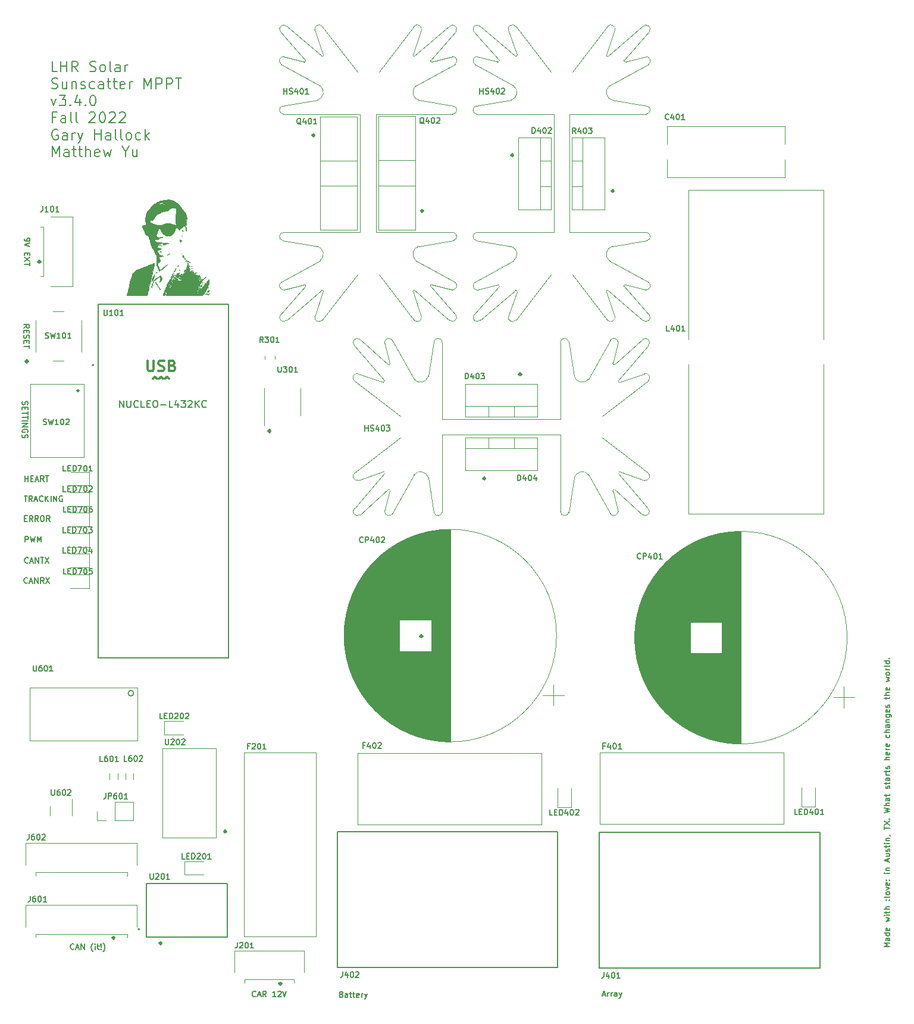
<source format=gbr>
%TF.GenerationSoftware,KiCad,Pcbnew,(6.0.1)*%
%TF.CreationDate,2022-06-06T22:12:22-07:00*%
%TF.ProjectId,MPPT,4d505054-2e6b-4696-9361-645f70636258,3.4.0*%
%TF.SameCoordinates,PX10b1ae8PY9b06478*%
%TF.FileFunction,Legend,Top*%
%TF.FilePolarity,Positive*%
%FSLAX46Y46*%
G04 Gerber Fmt 4.6, Leading zero omitted, Abs format (unit mm)*
G04 Created by KiCad (PCBNEW (6.0.1)) date 2022-06-06 22:12:22*
%MOMM*%
%LPD*%
G01*
G04 APERTURE LIST*
%ADD10C,0.150000*%
%ADD11C,0.300000*%
%ADD12C,0.200000*%
%ADD13C,0.375000*%
%ADD14C,0.127000*%
%ADD15C,0.010000*%
%ADD16C,0.120000*%
%ADD17C,0.152400*%
G04 APERTURE END LIST*
D10*
X25673095Y-154705714D02*
X25635000Y-154743809D01*
X25520714Y-154781904D01*
X25444523Y-154781904D01*
X25330238Y-154743809D01*
X25254047Y-154667619D01*
X25215952Y-154591428D01*
X25177857Y-154439047D01*
X25177857Y-154324761D01*
X25215952Y-154172380D01*
X25254047Y-154096190D01*
X25330238Y-154020000D01*
X25444523Y-153981904D01*
X25520714Y-153981904D01*
X25635000Y-154020000D01*
X25673095Y-154058095D01*
X25977857Y-154553333D02*
X26358809Y-154553333D01*
X25901666Y-154781904D02*
X26168333Y-153981904D01*
X26435000Y-154781904D01*
X26701666Y-154781904D02*
X26701666Y-153981904D01*
X27158809Y-154781904D01*
X27158809Y-153981904D01*
X28377857Y-155086666D02*
X28339761Y-155048571D01*
X28263571Y-154934285D01*
X28225476Y-154858095D01*
X28187380Y-154743809D01*
X28149285Y-154553333D01*
X28149285Y-154400952D01*
X28187380Y-154210476D01*
X28225476Y-154096190D01*
X28263571Y-154020000D01*
X28339761Y-153905714D01*
X28377857Y-153867619D01*
X28682619Y-154781904D02*
X28682619Y-154248571D01*
X28682619Y-153981904D02*
X28644523Y-154020000D01*
X28682619Y-154058095D01*
X28720714Y-154020000D01*
X28682619Y-153981904D01*
X28682619Y-154058095D01*
X28949285Y-154248571D02*
X29254047Y-154248571D01*
X29063571Y-153981904D02*
X29063571Y-154667619D01*
X29101666Y-154743809D01*
X29177857Y-154781904D01*
X29254047Y-154781904D01*
X29520714Y-154705714D02*
X29558809Y-154743809D01*
X29520714Y-154781904D01*
X29482619Y-154743809D01*
X29520714Y-154705714D01*
X29520714Y-154781904D01*
X29520714Y-154477142D02*
X29482619Y-154020000D01*
X29520714Y-153981904D01*
X29558809Y-154020000D01*
X29520714Y-154477142D01*
X29520714Y-153981904D01*
X29825476Y-155086666D02*
X29863571Y-155048571D01*
X29939761Y-154934285D01*
X29977857Y-154858095D01*
X30015952Y-154743809D01*
X30054047Y-154553333D01*
X30054047Y-154400952D01*
X30015952Y-154210476D01*
X29977857Y-154096190D01*
X29939761Y-154020000D01*
X29863571Y-153905714D01*
X29825476Y-153867619D01*
D11*
X89145000Y-72841428D02*
X89287857Y-72984285D01*
X89145000Y-73127142D01*
X89002142Y-72984285D01*
X89145000Y-72841428D01*
X89145000Y-73127142D01*
D10*
X19165000Y-99755714D02*
X19126904Y-99793809D01*
X19012619Y-99831904D01*
X18936428Y-99831904D01*
X18822142Y-99793809D01*
X18745952Y-99717619D01*
X18707857Y-99641428D01*
X18669761Y-99489047D01*
X18669761Y-99374761D01*
X18707857Y-99222380D01*
X18745952Y-99146190D01*
X18822142Y-99070000D01*
X18936428Y-99031904D01*
X19012619Y-99031904D01*
X19126904Y-99070000D01*
X19165000Y-99108095D01*
X19469761Y-99603333D02*
X19850714Y-99603333D01*
X19393571Y-99831904D02*
X19660238Y-99031904D01*
X19926904Y-99831904D01*
X20193571Y-99831904D02*
X20193571Y-99031904D01*
X20650714Y-99831904D01*
X20650714Y-99031904D01*
X20917380Y-99031904D02*
X21374523Y-99031904D01*
X21145952Y-99831904D02*
X21145952Y-99031904D01*
X21565000Y-99031904D02*
X22098333Y-99831904D01*
X22098333Y-99031904D02*
X21565000Y-99831904D01*
D11*
X37985000Y-153746428D02*
X38127857Y-153889285D01*
X37985000Y-154032142D01*
X37842142Y-153889285D01*
X37985000Y-153746428D01*
X37985000Y-154032142D01*
D10*
X18366190Y-76844523D02*
X18328095Y-76958809D01*
X18328095Y-77149285D01*
X18366190Y-77225476D01*
X18404285Y-77263571D01*
X18480476Y-77301666D01*
X18556666Y-77301666D01*
X18632857Y-77263571D01*
X18670952Y-77225476D01*
X18709047Y-77149285D01*
X18747142Y-76996904D01*
X18785238Y-76920714D01*
X18823333Y-76882619D01*
X18899523Y-76844523D01*
X18975714Y-76844523D01*
X19051904Y-76882619D01*
X19090000Y-76920714D01*
X19128095Y-76996904D01*
X19128095Y-77187380D01*
X19090000Y-77301666D01*
X18747142Y-77644523D02*
X18747142Y-77911190D01*
X18328095Y-78025476D02*
X18328095Y-77644523D01*
X19128095Y-77644523D01*
X19128095Y-78025476D01*
X19128095Y-78254047D02*
X19128095Y-78711190D01*
X18328095Y-78482619D02*
X19128095Y-78482619D01*
X19128095Y-78863571D02*
X19128095Y-79320714D01*
X18328095Y-79092142D02*
X19128095Y-79092142D01*
X18328095Y-79587380D02*
X19128095Y-79587380D01*
X18328095Y-79968333D02*
X19128095Y-79968333D01*
X18328095Y-80425476D01*
X19128095Y-80425476D01*
X19090000Y-81225476D02*
X19128095Y-81149285D01*
X19128095Y-81035000D01*
X19090000Y-80920714D01*
X19013809Y-80844523D01*
X18937619Y-80806428D01*
X18785238Y-80768333D01*
X18670952Y-80768333D01*
X18518571Y-80806428D01*
X18442380Y-80844523D01*
X18366190Y-80920714D01*
X18328095Y-81035000D01*
X18328095Y-81111190D01*
X18366190Y-81225476D01*
X18404285Y-81263571D01*
X18670952Y-81263571D01*
X18670952Y-81111190D01*
X18366190Y-81568333D02*
X18328095Y-81682619D01*
X18328095Y-81873095D01*
X18366190Y-81949285D01*
X18404285Y-81987380D01*
X18480476Y-82025476D01*
X18556666Y-82025476D01*
X18632857Y-81987380D01*
X18670952Y-81949285D01*
X18709047Y-81873095D01*
X18747142Y-81720714D01*
X18785238Y-81644523D01*
X18823333Y-81606428D01*
X18899523Y-81568333D01*
X18975714Y-81568333D01*
X19051904Y-81606428D01*
X19090000Y-81644523D01*
X19128095Y-81720714D01*
X19128095Y-81911190D01*
X19090000Y-82025476D01*
D11*
X75090000Y-110102428D02*
X75232857Y-110245285D01*
X75090000Y-110388142D01*
X74947142Y-110245285D01*
X75090000Y-110102428D01*
X75090000Y-110388142D01*
D10*
X18696904Y-88226904D02*
X18696904Y-87426904D01*
X18696904Y-87807857D02*
X19154047Y-87807857D01*
X19154047Y-88226904D02*
X19154047Y-87426904D01*
X19535000Y-87807857D02*
X19801666Y-87807857D01*
X19915952Y-88226904D02*
X19535000Y-88226904D01*
X19535000Y-87426904D01*
X19915952Y-87426904D01*
X20220714Y-87998333D02*
X20601666Y-87998333D01*
X20144523Y-88226904D02*
X20411190Y-87426904D01*
X20677857Y-88226904D01*
X21401666Y-88226904D02*
X21135000Y-87845952D01*
X20944523Y-88226904D02*
X20944523Y-87426904D01*
X21249285Y-87426904D01*
X21325476Y-87465000D01*
X21363571Y-87503095D01*
X21401666Y-87579285D01*
X21401666Y-87693571D01*
X21363571Y-87769761D01*
X21325476Y-87807857D01*
X21249285Y-87845952D01*
X20944523Y-87845952D01*
X21630238Y-87426904D02*
X22087380Y-87426904D01*
X21858809Y-88226904D02*
X21858809Y-87426904D01*
D11*
X59755000Y-38866428D02*
X59897857Y-39009285D01*
X59755000Y-39152142D01*
X59612142Y-39009285D01*
X59755000Y-38866428D01*
X59755000Y-39152142D01*
X75215000Y-49601428D02*
X75357857Y-49744285D01*
X75215000Y-49887142D01*
X75072142Y-49744285D01*
X75215000Y-49601428D01*
X75215000Y-49887142D01*
D10*
X100887619Y-161208333D02*
X101268571Y-161208333D01*
X100811428Y-161436904D02*
X101078095Y-160636904D01*
X101344761Y-161436904D01*
X101611428Y-161436904D02*
X101611428Y-160903571D01*
X101611428Y-161055952D02*
X101649523Y-160979761D01*
X101687619Y-160941666D01*
X101763809Y-160903571D01*
X101840000Y-160903571D01*
X102106666Y-161436904D02*
X102106666Y-160903571D01*
X102106666Y-161055952D02*
X102144761Y-160979761D01*
X102182857Y-160941666D01*
X102259047Y-160903571D01*
X102335238Y-160903571D01*
X102944761Y-161436904D02*
X102944761Y-161017857D01*
X102906666Y-160941666D01*
X102830476Y-160903571D01*
X102678095Y-160903571D01*
X102601904Y-160941666D01*
X102944761Y-161398809D02*
X102868571Y-161436904D01*
X102678095Y-161436904D01*
X102601904Y-161398809D01*
X102563809Y-161322619D01*
X102563809Y-161246428D01*
X102601904Y-161170238D01*
X102678095Y-161132142D01*
X102868571Y-161132142D01*
X102944761Y-161094047D01*
X103249523Y-160903571D02*
X103440000Y-161436904D01*
X103630476Y-160903571D02*
X103440000Y-161436904D01*
X103363809Y-161627380D01*
X103325714Y-161665476D01*
X103249523Y-161703571D01*
X19069761Y-102635714D02*
X19031666Y-102673809D01*
X18917380Y-102711904D01*
X18841190Y-102711904D01*
X18726904Y-102673809D01*
X18650714Y-102597619D01*
X18612619Y-102521428D01*
X18574523Y-102369047D01*
X18574523Y-102254761D01*
X18612619Y-102102380D01*
X18650714Y-102026190D01*
X18726904Y-101950000D01*
X18841190Y-101911904D01*
X18917380Y-101911904D01*
X19031666Y-101950000D01*
X19069761Y-101988095D01*
X19374523Y-102483333D02*
X19755476Y-102483333D01*
X19298333Y-102711904D02*
X19565000Y-101911904D01*
X19831666Y-102711904D01*
X20098333Y-102711904D02*
X20098333Y-101911904D01*
X20555476Y-102711904D01*
X20555476Y-101911904D01*
X21393571Y-102711904D02*
X21126904Y-102330952D01*
X20936428Y-102711904D02*
X20936428Y-101911904D01*
X21241190Y-101911904D01*
X21317380Y-101950000D01*
X21355476Y-101988095D01*
X21393571Y-102064285D01*
X21393571Y-102178571D01*
X21355476Y-102254761D01*
X21317380Y-102292857D01*
X21241190Y-102330952D01*
X20936428Y-102330952D01*
X21660238Y-101911904D02*
X22193571Y-102711904D01*
X22193571Y-101911904D02*
X21660238Y-102711904D01*
D11*
X18980000Y-71011428D02*
X19122857Y-71154285D01*
X18980000Y-71297142D01*
X18837142Y-71154285D01*
X18980000Y-71011428D01*
X18980000Y-71297142D01*
D10*
X18736190Y-96841904D02*
X18736190Y-96041904D01*
X19040952Y-96041904D01*
X19117142Y-96080000D01*
X19155238Y-96118095D01*
X19193333Y-96194285D01*
X19193333Y-96308571D01*
X19155238Y-96384761D01*
X19117142Y-96422857D01*
X19040952Y-96460952D01*
X18736190Y-96460952D01*
X19460000Y-96041904D02*
X19650476Y-96841904D01*
X19802857Y-96270476D01*
X19955238Y-96841904D01*
X20145714Y-96041904D01*
X20450476Y-96841904D02*
X20450476Y-96041904D01*
X20717142Y-96613333D01*
X20983809Y-96041904D01*
X20983809Y-96841904D01*
X18589047Y-90251904D02*
X19046190Y-90251904D01*
X18817619Y-91051904D02*
X18817619Y-90251904D01*
X19770000Y-91051904D02*
X19503333Y-90670952D01*
X19312857Y-91051904D02*
X19312857Y-90251904D01*
X19617619Y-90251904D01*
X19693809Y-90290000D01*
X19731904Y-90328095D01*
X19770000Y-90404285D01*
X19770000Y-90518571D01*
X19731904Y-90594761D01*
X19693809Y-90632857D01*
X19617619Y-90670952D01*
X19312857Y-90670952D01*
X20074761Y-90823333D02*
X20455714Y-90823333D01*
X19998571Y-91051904D02*
X20265238Y-90251904D01*
X20531904Y-91051904D01*
X21255714Y-90975714D02*
X21217619Y-91013809D01*
X21103333Y-91051904D01*
X21027142Y-91051904D01*
X20912857Y-91013809D01*
X20836666Y-90937619D01*
X20798571Y-90861428D01*
X20760476Y-90709047D01*
X20760476Y-90594761D01*
X20798571Y-90442380D01*
X20836666Y-90366190D01*
X20912857Y-90290000D01*
X21027142Y-90251904D01*
X21103333Y-90251904D01*
X21217619Y-90290000D01*
X21255714Y-90328095D01*
X21598571Y-91051904D02*
X21598571Y-90251904D01*
X22055714Y-91051904D02*
X21712857Y-90594761D01*
X22055714Y-90251904D02*
X21598571Y-90709047D01*
X22398571Y-91051904D02*
X22398571Y-90251904D01*
X22779523Y-91051904D02*
X22779523Y-90251904D01*
X23236666Y-91051904D01*
X23236666Y-90251904D01*
X24036666Y-90290000D02*
X23960476Y-90251904D01*
X23846190Y-90251904D01*
X23731904Y-90290000D01*
X23655714Y-90366190D01*
X23617619Y-90442380D01*
X23579523Y-90594761D01*
X23579523Y-90709047D01*
X23617619Y-90861428D01*
X23655714Y-90937619D01*
X23731904Y-91013809D01*
X23846190Y-91051904D01*
X23922380Y-91051904D01*
X24036666Y-91013809D01*
X24074761Y-90975714D01*
X24074761Y-90709047D01*
X23922380Y-90709047D01*
D11*
X53480000Y-80901428D02*
X53622857Y-81044285D01*
X53480000Y-81187142D01*
X53337142Y-81044285D01*
X53480000Y-80901428D01*
X53480000Y-81187142D01*
X84035000Y-87666428D02*
X84177857Y-87809285D01*
X84035000Y-87952142D01*
X83892142Y-87809285D01*
X84035000Y-87666428D01*
X84035000Y-87952142D01*
X102330000Y-46766428D02*
X102472857Y-46909285D01*
X102330000Y-47052142D01*
X102187142Y-46909285D01*
X102330000Y-46766428D01*
X102330000Y-47052142D01*
X88035000Y-41691428D02*
X88177857Y-41834285D01*
X88035000Y-41977142D01*
X87892142Y-41834285D01*
X88035000Y-41691428D01*
X88035000Y-41977142D01*
D12*
X23296428Y-29951071D02*
X22582142Y-29951071D01*
X22582142Y-28451071D01*
X23796428Y-29951071D02*
X23796428Y-28451071D01*
X23796428Y-29165357D02*
X24653571Y-29165357D01*
X24653571Y-29951071D02*
X24653571Y-28451071D01*
X26225000Y-29951071D02*
X25725000Y-29236785D01*
X25367857Y-29951071D02*
X25367857Y-28451071D01*
X25939285Y-28451071D01*
X26082142Y-28522500D01*
X26153571Y-28593928D01*
X26225000Y-28736785D01*
X26225000Y-28951071D01*
X26153571Y-29093928D01*
X26082142Y-29165357D01*
X25939285Y-29236785D01*
X25367857Y-29236785D01*
X27939285Y-29879642D02*
X28153571Y-29951071D01*
X28510714Y-29951071D01*
X28653571Y-29879642D01*
X28725000Y-29808214D01*
X28796428Y-29665357D01*
X28796428Y-29522500D01*
X28725000Y-29379642D01*
X28653571Y-29308214D01*
X28510714Y-29236785D01*
X28225000Y-29165357D01*
X28082142Y-29093928D01*
X28010714Y-29022500D01*
X27939285Y-28879642D01*
X27939285Y-28736785D01*
X28010714Y-28593928D01*
X28082142Y-28522500D01*
X28225000Y-28451071D01*
X28582142Y-28451071D01*
X28796428Y-28522500D01*
X29653571Y-29951071D02*
X29510714Y-29879642D01*
X29439285Y-29808214D01*
X29367857Y-29665357D01*
X29367857Y-29236785D01*
X29439285Y-29093928D01*
X29510714Y-29022500D01*
X29653571Y-28951071D01*
X29867857Y-28951071D01*
X30010714Y-29022500D01*
X30082142Y-29093928D01*
X30153571Y-29236785D01*
X30153571Y-29665357D01*
X30082142Y-29808214D01*
X30010714Y-29879642D01*
X29867857Y-29951071D01*
X29653571Y-29951071D01*
X31010714Y-29951071D02*
X30867857Y-29879642D01*
X30796428Y-29736785D01*
X30796428Y-28451071D01*
X32225000Y-29951071D02*
X32225000Y-29165357D01*
X32153571Y-29022500D01*
X32010714Y-28951071D01*
X31725000Y-28951071D01*
X31582142Y-29022500D01*
X32225000Y-29879642D02*
X32082142Y-29951071D01*
X31725000Y-29951071D01*
X31582142Y-29879642D01*
X31510714Y-29736785D01*
X31510714Y-29593928D01*
X31582142Y-29451071D01*
X31725000Y-29379642D01*
X32082142Y-29379642D01*
X32225000Y-29308214D01*
X32939285Y-29951071D02*
X32939285Y-28951071D01*
X32939285Y-29236785D02*
X33010714Y-29093928D01*
X33082142Y-29022500D01*
X33225000Y-28951071D01*
X33367857Y-28951071D01*
X22510714Y-32294642D02*
X22725000Y-32366071D01*
X23082142Y-32366071D01*
X23225000Y-32294642D01*
X23296428Y-32223214D01*
X23367857Y-32080357D01*
X23367857Y-31937500D01*
X23296428Y-31794642D01*
X23225000Y-31723214D01*
X23082142Y-31651785D01*
X22796428Y-31580357D01*
X22653571Y-31508928D01*
X22582142Y-31437500D01*
X22510714Y-31294642D01*
X22510714Y-31151785D01*
X22582142Y-31008928D01*
X22653571Y-30937500D01*
X22796428Y-30866071D01*
X23153571Y-30866071D01*
X23367857Y-30937500D01*
X24653571Y-31366071D02*
X24653571Y-32366071D01*
X24010714Y-31366071D02*
X24010714Y-32151785D01*
X24082142Y-32294642D01*
X24225000Y-32366071D01*
X24439285Y-32366071D01*
X24582142Y-32294642D01*
X24653571Y-32223214D01*
X25367857Y-31366071D02*
X25367857Y-32366071D01*
X25367857Y-31508928D02*
X25439285Y-31437500D01*
X25582142Y-31366071D01*
X25796428Y-31366071D01*
X25939285Y-31437500D01*
X26010714Y-31580357D01*
X26010714Y-32366071D01*
X26653571Y-32294642D02*
X26796428Y-32366071D01*
X27082142Y-32366071D01*
X27225000Y-32294642D01*
X27296428Y-32151785D01*
X27296428Y-32080357D01*
X27225000Y-31937500D01*
X27082142Y-31866071D01*
X26867857Y-31866071D01*
X26725000Y-31794642D01*
X26653571Y-31651785D01*
X26653571Y-31580357D01*
X26725000Y-31437500D01*
X26867857Y-31366071D01*
X27082142Y-31366071D01*
X27225000Y-31437500D01*
X28582142Y-32294642D02*
X28439285Y-32366071D01*
X28153571Y-32366071D01*
X28010714Y-32294642D01*
X27939285Y-32223214D01*
X27867857Y-32080357D01*
X27867857Y-31651785D01*
X27939285Y-31508928D01*
X28010714Y-31437500D01*
X28153571Y-31366071D01*
X28439285Y-31366071D01*
X28582142Y-31437500D01*
X29867857Y-32366071D02*
X29867857Y-31580357D01*
X29796428Y-31437500D01*
X29653571Y-31366071D01*
X29367857Y-31366071D01*
X29225000Y-31437500D01*
X29867857Y-32294642D02*
X29725000Y-32366071D01*
X29367857Y-32366071D01*
X29225000Y-32294642D01*
X29153571Y-32151785D01*
X29153571Y-32008928D01*
X29225000Y-31866071D01*
X29367857Y-31794642D01*
X29725000Y-31794642D01*
X29867857Y-31723214D01*
X30367857Y-31366071D02*
X30939285Y-31366071D01*
X30582142Y-30866071D02*
X30582142Y-32151785D01*
X30653571Y-32294642D01*
X30796428Y-32366071D01*
X30939285Y-32366071D01*
X31225000Y-31366071D02*
X31796428Y-31366071D01*
X31439285Y-30866071D02*
X31439285Y-32151785D01*
X31510714Y-32294642D01*
X31653571Y-32366071D01*
X31796428Y-32366071D01*
X32867857Y-32294642D02*
X32725000Y-32366071D01*
X32439285Y-32366071D01*
X32296428Y-32294642D01*
X32225000Y-32151785D01*
X32225000Y-31580357D01*
X32296428Y-31437500D01*
X32439285Y-31366071D01*
X32725000Y-31366071D01*
X32867857Y-31437500D01*
X32939285Y-31580357D01*
X32939285Y-31723214D01*
X32225000Y-31866071D01*
X33582142Y-32366071D02*
X33582142Y-31366071D01*
X33582142Y-31651785D02*
X33653571Y-31508928D01*
X33725000Y-31437500D01*
X33867857Y-31366071D01*
X34010714Y-31366071D01*
X35653571Y-32366071D02*
X35653571Y-30866071D01*
X36153571Y-31937500D01*
X36653571Y-30866071D01*
X36653571Y-32366071D01*
X37367857Y-32366071D02*
X37367857Y-30866071D01*
X37939285Y-30866071D01*
X38082142Y-30937500D01*
X38153571Y-31008928D01*
X38225000Y-31151785D01*
X38225000Y-31366071D01*
X38153571Y-31508928D01*
X38082142Y-31580357D01*
X37939285Y-31651785D01*
X37367857Y-31651785D01*
X38867857Y-32366071D02*
X38867857Y-30866071D01*
X39439285Y-30866071D01*
X39582142Y-30937500D01*
X39653571Y-31008928D01*
X39725000Y-31151785D01*
X39725000Y-31366071D01*
X39653571Y-31508928D01*
X39582142Y-31580357D01*
X39439285Y-31651785D01*
X38867857Y-31651785D01*
X40153571Y-30866071D02*
X41010714Y-30866071D01*
X40582142Y-32366071D02*
X40582142Y-30866071D01*
X22439285Y-33781071D02*
X22796428Y-34781071D01*
X23153571Y-33781071D01*
X23582142Y-33281071D02*
X24510714Y-33281071D01*
X24010714Y-33852500D01*
X24225000Y-33852500D01*
X24367857Y-33923928D01*
X24439285Y-33995357D01*
X24510714Y-34138214D01*
X24510714Y-34495357D01*
X24439285Y-34638214D01*
X24367857Y-34709642D01*
X24225000Y-34781071D01*
X23796428Y-34781071D01*
X23653571Y-34709642D01*
X23582142Y-34638214D01*
X25153571Y-34638214D02*
X25225000Y-34709642D01*
X25153571Y-34781071D01*
X25082142Y-34709642D01*
X25153571Y-34638214D01*
X25153571Y-34781071D01*
X26510714Y-33781071D02*
X26510714Y-34781071D01*
X26153571Y-33209642D02*
X25796428Y-34281071D01*
X26725000Y-34281071D01*
X27296428Y-34638214D02*
X27367857Y-34709642D01*
X27296428Y-34781071D01*
X27225000Y-34709642D01*
X27296428Y-34638214D01*
X27296428Y-34781071D01*
X28296428Y-33281071D02*
X28439285Y-33281071D01*
X28582142Y-33352500D01*
X28653571Y-33423928D01*
X28725000Y-33566785D01*
X28796428Y-33852500D01*
X28796428Y-34209642D01*
X28725000Y-34495357D01*
X28653571Y-34638214D01*
X28582142Y-34709642D01*
X28439285Y-34781071D01*
X28296428Y-34781071D01*
X28153571Y-34709642D01*
X28082142Y-34638214D01*
X28010714Y-34495357D01*
X27939285Y-34209642D01*
X27939285Y-33852500D01*
X28010714Y-33566785D01*
X28082142Y-33423928D01*
X28153571Y-33352500D01*
X28296428Y-33281071D01*
X23082142Y-36410357D02*
X22582142Y-36410357D01*
X22582142Y-37196071D02*
X22582142Y-35696071D01*
X23296428Y-35696071D01*
X24510714Y-37196071D02*
X24510714Y-36410357D01*
X24439285Y-36267500D01*
X24296428Y-36196071D01*
X24010714Y-36196071D01*
X23867857Y-36267500D01*
X24510714Y-37124642D02*
X24367857Y-37196071D01*
X24010714Y-37196071D01*
X23867857Y-37124642D01*
X23796428Y-36981785D01*
X23796428Y-36838928D01*
X23867857Y-36696071D01*
X24010714Y-36624642D01*
X24367857Y-36624642D01*
X24510714Y-36553214D01*
X25439285Y-37196071D02*
X25296428Y-37124642D01*
X25225000Y-36981785D01*
X25225000Y-35696071D01*
X26225000Y-37196071D02*
X26082142Y-37124642D01*
X26010714Y-36981785D01*
X26010714Y-35696071D01*
X27867857Y-35838928D02*
X27939285Y-35767500D01*
X28082142Y-35696071D01*
X28439285Y-35696071D01*
X28582142Y-35767500D01*
X28653571Y-35838928D01*
X28725000Y-35981785D01*
X28725000Y-36124642D01*
X28653571Y-36338928D01*
X27796428Y-37196071D01*
X28725000Y-37196071D01*
X29653571Y-35696071D02*
X29796428Y-35696071D01*
X29939285Y-35767500D01*
X30010714Y-35838928D01*
X30082142Y-35981785D01*
X30153571Y-36267500D01*
X30153571Y-36624642D01*
X30082142Y-36910357D01*
X30010714Y-37053214D01*
X29939285Y-37124642D01*
X29796428Y-37196071D01*
X29653571Y-37196071D01*
X29510714Y-37124642D01*
X29439285Y-37053214D01*
X29367857Y-36910357D01*
X29296428Y-36624642D01*
X29296428Y-36267500D01*
X29367857Y-35981785D01*
X29439285Y-35838928D01*
X29510714Y-35767500D01*
X29653571Y-35696071D01*
X30725000Y-35838928D02*
X30796428Y-35767500D01*
X30939285Y-35696071D01*
X31296428Y-35696071D01*
X31439285Y-35767500D01*
X31510714Y-35838928D01*
X31582142Y-35981785D01*
X31582142Y-36124642D01*
X31510714Y-36338928D01*
X30653571Y-37196071D01*
X31582142Y-37196071D01*
X32153571Y-35838928D02*
X32225000Y-35767500D01*
X32367857Y-35696071D01*
X32725000Y-35696071D01*
X32867857Y-35767500D01*
X32939285Y-35838928D01*
X33010714Y-35981785D01*
X33010714Y-36124642D01*
X32939285Y-36338928D01*
X32082142Y-37196071D01*
X33010714Y-37196071D01*
X23367857Y-38182500D02*
X23225000Y-38111071D01*
X23010714Y-38111071D01*
X22796428Y-38182500D01*
X22653571Y-38325357D01*
X22582142Y-38468214D01*
X22510714Y-38753928D01*
X22510714Y-38968214D01*
X22582142Y-39253928D01*
X22653571Y-39396785D01*
X22796428Y-39539642D01*
X23010714Y-39611071D01*
X23153571Y-39611071D01*
X23367857Y-39539642D01*
X23439285Y-39468214D01*
X23439285Y-38968214D01*
X23153571Y-38968214D01*
X24725000Y-39611071D02*
X24725000Y-38825357D01*
X24653571Y-38682500D01*
X24510714Y-38611071D01*
X24225000Y-38611071D01*
X24082142Y-38682500D01*
X24725000Y-39539642D02*
X24582142Y-39611071D01*
X24225000Y-39611071D01*
X24082142Y-39539642D01*
X24010714Y-39396785D01*
X24010714Y-39253928D01*
X24082142Y-39111071D01*
X24225000Y-39039642D01*
X24582142Y-39039642D01*
X24725000Y-38968214D01*
X25439285Y-39611071D02*
X25439285Y-38611071D01*
X25439285Y-38896785D02*
X25510714Y-38753928D01*
X25582142Y-38682500D01*
X25725000Y-38611071D01*
X25867857Y-38611071D01*
X26225000Y-38611071D02*
X26582142Y-39611071D01*
X26939285Y-38611071D02*
X26582142Y-39611071D01*
X26439285Y-39968214D01*
X26367857Y-40039642D01*
X26225000Y-40111071D01*
X28653571Y-39611071D02*
X28653571Y-38111071D01*
X28653571Y-38825357D02*
X29510714Y-38825357D01*
X29510714Y-39611071D02*
X29510714Y-38111071D01*
X30867857Y-39611071D02*
X30867857Y-38825357D01*
X30796428Y-38682500D01*
X30653571Y-38611071D01*
X30367857Y-38611071D01*
X30225000Y-38682500D01*
X30867857Y-39539642D02*
X30725000Y-39611071D01*
X30367857Y-39611071D01*
X30225000Y-39539642D01*
X30153571Y-39396785D01*
X30153571Y-39253928D01*
X30225000Y-39111071D01*
X30367857Y-39039642D01*
X30725000Y-39039642D01*
X30867857Y-38968214D01*
X31796428Y-39611071D02*
X31653571Y-39539642D01*
X31582142Y-39396785D01*
X31582142Y-38111071D01*
X32582142Y-39611071D02*
X32439285Y-39539642D01*
X32367857Y-39396785D01*
X32367857Y-38111071D01*
X33367857Y-39611071D02*
X33225000Y-39539642D01*
X33153571Y-39468214D01*
X33082142Y-39325357D01*
X33082142Y-38896785D01*
X33153571Y-38753928D01*
X33225000Y-38682500D01*
X33367857Y-38611071D01*
X33582142Y-38611071D01*
X33725000Y-38682500D01*
X33796428Y-38753928D01*
X33867857Y-38896785D01*
X33867857Y-39325357D01*
X33796428Y-39468214D01*
X33725000Y-39539642D01*
X33582142Y-39611071D01*
X33367857Y-39611071D01*
X35153571Y-39539642D02*
X35010714Y-39611071D01*
X34725000Y-39611071D01*
X34582142Y-39539642D01*
X34510714Y-39468214D01*
X34439285Y-39325357D01*
X34439285Y-38896785D01*
X34510714Y-38753928D01*
X34582142Y-38682500D01*
X34725000Y-38611071D01*
X35010714Y-38611071D01*
X35153571Y-38682500D01*
X35796428Y-39611071D02*
X35796428Y-38111071D01*
X35939285Y-39039642D02*
X36367857Y-39611071D01*
X36367857Y-38611071D02*
X35796428Y-39182500D01*
X22582142Y-42026071D02*
X22582142Y-40526071D01*
X23082142Y-41597500D01*
X23582142Y-40526071D01*
X23582142Y-42026071D01*
X24939285Y-42026071D02*
X24939285Y-41240357D01*
X24867857Y-41097500D01*
X24725000Y-41026071D01*
X24439285Y-41026071D01*
X24296428Y-41097500D01*
X24939285Y-41954642D02*
X24796428Y-42026071D01*
X24439285Y-42026071D01*
X24296428Y-41954642D01*
X24225000Y-41811785D01*
X24225000Y-41668928D01*
X24296428Y-41526071D01*
X24439285Y-41454642D01*
X24796428Y-41454642D01*
X24939285Y-41383214D01*
X25439285Y-41026071D02*
X26010714Y-41026071D01*
X25653571Y-40526071D02*
X25653571Y-41811785D01*
X25725000Y-41954642D01*
X25867857Y-42026071D01*
X26010714Y-42026071D01*
X26296428Y-41026071D02*
X26867857Y-41026071D01*
X26510714Y-40526071D02*
X26510714Y-41811785D01*
X26582142Y-41954642D01*
X26725000Y-42026071D01*
X26867857Y-42026071D01*
X27367857Y-42026071D02*
X27367857Y-40526071D01*
X28010714Y-42026071D02*
X28010714Y-41240357D01*
X27939285Y-41097500D01*
X27796428Y-41026071D01*
X27582142Y-41026071D01*
X27439285Y-41097500D01*
X27367857Y-41168928D01*
X29296428Y-41954642D02*
X29153571Y-42026071D01*
X28867857Y-42026071D01*
X28725000Y-41954642D01*
X28653571Y-41811785D01*
X28653571Y-41240357D01*
X28725000Y-41097500D01*
X28867857Y-41026071D01*
X29153571Y-41026071D01*
X29296428Y-41097500D01*
X29367857Y-41240357D01*
X29367857Y-41383214D01*
X28653571Y-41526071D01*
X29867857Y-41026071D02*
X30153571Y-42026071D01*
X30439285Y-41311785D01*
X30725000Y-42026071D01*
X31010714Y-41026071D01*
X33010714Y-41311785D02*
X33010714Y-42026071D01*
X32510714Y-40526071D02*
X33010714Y-41311785D01*
X33510714Y-40526071D01*
X34653571Y-41026071D02*
X34653571Y-42026071D01*
X34010714Y-41026071D02*
X34010714Y-41811785D01*
X34082142Y-41954642D01*
X34225000Y-42026071D01*
X34439285Y-42026071D01*
X34582142Y-41954642D01*
X34653571Y-41883214D01*
D11*
X47195000Y-137871428D02*
X47337857Y-138014285D01*
X47195000Y-138157142D01*
X47052142Y-138014285D01*
X47195000Y-137871428D01*
X47195000Y-138157142D01*
D10*
X32162759Y-77699670D02*
X32162759Y-76699670D01*
X32734188Y-77699670D01*
X32734188Y-76699670D01*
X33210378Y-76699670D02*
X33210378Y-77509194D01*
X33257997Y-77604432D01*
X33305617Y-77652051D01*
X33400855Y-77699670D01*
X33591331Y-77699670D01*
X33686569Y-77652051D01*
X33734188Y-77604432D01*
X33781807Y-77509194D01*
X33781807Y-76699670D01*
X34829426Y-77604432D02*
X34781807Y-77652051D01*
X34638950Y-77699670D01*
X34543712Y-77699670D01*
X34400855Y-77652051D01*
X34305617Y-77556813D01*
X34257997Y-77461575D01*
X34210378Y-77271099D01*
X34210378Y-77128242D01*
X34257997Y-76937766D01*
X34305617Y-76842528D01*
X34400855Y-76747290D01*
X34543712Y-76699670D01*
X34638950Y-76699670D01*
X34781807Y-76747290D01*
X34829426Y-76794909D01*
X35734188Y-77699670D02*
X35257997Y-77699670D01*
X35257997Y-76699670D01*
X36067521Y-77175861D02*
X36400855Y-77175861D01*
X36543712Y-77699670D02*
X36067521Y-77699670D01*
X36067521Y-76699670D01*
X36543712Y-76699670D01*
X37162759Y-76699670D02*
X37353236Y-76699670D01*
X37448474Y-76747290D01*
X37543712Y-76842528D01*
X37591331Y-77033004D01*
X37591331Y-77366337D01*
X37543712Y-77556813D01*
X37448474Y-77652051D01*
X37353236Y-77699670D01*
X37162759Y-77699670D01*
X37067521Y-77652051D01*
X36972283Y-77556813D01*
X36924664Y-77366337D01*
X36924664Y-77033004D01*
X36972283Y-76842528D01*
X37067521Y-76747290D01*
X37162759Y-76699670D01*
X38019902Y-77318718D02*
X38781807Y-77318718D01*
X39734188Y-77699670D02*
X39257997Y-77699670D01*
X39257997Y-76699670D01*
X40496093Y-77033004D02*
X40496093Y-77699670D01*
X40257997Y-76652051D02*
X40019902Y-77366337D01*
X40638950Y-77366337D01*
X40924664Y-76699670D02*
X41543712Y-76699670D01*
X41210378Y-77080623D01*
X41353236Y-77080623D01*
X41448474Y-77128242D01*
X41496093Y-77175861D01*
X41543712Y-77271099D01*
X41543712Y-77509194D01*
X41496093Y-77604432D01*
X41448474Y-77652051D01*
X41353236Y-77699670D01*
X41067521Y-77699670D01*
X40972283Y-77652051D01*
X40924664Y-77604432D01*
X41924664Y-76794909D02*
X41972283Y-76747290D01*
X42067521Y-76699670D01*
X42305617Y-76699670D01*
X42400855Y-76747290D01*
X42448474Y-76794909D01*
X42496093Y-76890147D01*
X42496093Y-76985385D01*
X42448474Y-77128242D01*
X41877045Y-77699670D01*
X42496093Y-77699670D01*
X42924664Y-77699670D02*
X42924664Y-76699670D01*
X43496093Y-77699670D02*
X43067521Y-77128242D01*
X43496093Y-76699670D02*
X42924664Y-77271099D01*
X44496093Y-77604432D02*
X44448474Y-77652051D01*
X44305617Y-77699670D01*
X44210378Y-77699670D01*
X44067521Y-77652051D01*
X43972283Y-77556813D01*
X43924664Y-77461575D01*
X43877045Y-77271099D01*
X43877045Y-77128242D01*
X43924664Y-76937766D01*
X43972283Y-76842528D01*
X44067521Y-76747290D01*
X44210378Y-76699670D01*
X44305617Y-76699670D01*
X44448474Y-76747290D01*
X44496093Y-76794909D01*
X63742857Y-161152857D02*
X63857142Y-161190952D01*
X63895238Y-161229047D01*
X63933333Y-161305238D01*
X63933333Y-161419523D01*
X63895238Y-161495714D01*
X63857142Y-161533809D01*
X63780952Y-161571904D01*
X63476190Y-161571904D01*
X63476190Y-160771904D01*
X63742857Y-160771904D01*
X63819047Y-160810000D01*
X63857142Y-160848095D01*
X63895238Y-160924285D01*
X63895238Y-161000476D01*
X63857142Y-161076666D01*
X63819047Y-161114761D01*
X63742857Y-161152857D01*
X63476190Y-161152857D01*
X64619047Y-161571904D02*
X64619047Y-161152857D01*
X64580952Y-161076666D01*
X64504761Y-161038571D01*
X64352380Y-161038571D01*
X64276190Y-161076666D01*
X64619047Y-161533809D02*
X64542857Y-161571904D01*
X64352380Y-161571904D01*
X64276190Y-161533809D01*
X64238095Y-161457619D01*
X64238095Y-161381428D01*
X64276190Y-161305238D01*
X64352380Y-161267142D01*
X64542857Y-161267142D01*
X64619047Y-161229047D01*
X64885714Y-161038571D02*
X65190476Y-161038571D01*
X65000000Y-160771904D02*
X65000000Y-161457619D01*
X65038095Y-161533809D01*
X65114285Y-161571904D01*
X65190476Y-161571904D01*
X65342857Y-161038571D02*
X65647619Y-161038571D01*
X65457142Y-160771904D02*
X65457142Y-161457619D01*
X65495238Y-161533809D01*
X65571428Y-161571904D01*
X65647619Y-161571904D01*
X66219047Y-161533809D02*
X66142857Y-161571904D01*
X65990476Y-161571904D01*
X65914285Y-161533809D01*
X65876190Y-161457619D01*
X65876190Y-161152857D01*
X65914285Y-161076666D01*
X65990476Y-161038571D01*
X66142857Y-161038571D01*
X66219047Y-161076666D01*
X66257142Y-161152857D01*
X66257142Y-161229047D01*
X65876190Y-161305238D01*
X66600000Y-161571904D02*
X66600000Y-161038571D01*
X66600000Y-161190952D02*
X66638095Y-161114761D01*
X66676190Y-161076666D01*
X66752380Y-161038571D01*
X66828571Y-161038571D01*
X67019047Y-161038571D02*
X67209523Y-161571904D01*
X67400000Y-161038571D02*
X67209523Y-161571904D01*
X67133333Y-161762380D01*
X67095238Y-161800476D01*
X67019047Y-161838571D01*
X18628095Y-53702380D02*
X18628095Y-53854761D01*
X18666190Y-53930952D01*
X18704285Y-53969047D01*
X18818571Y-54045238D01*
X18970952Y-54083333D01*
X19275714Y-54083333D01*
X19351904Y-54045238D01*
X19390000Y-54007142D01*
X19428095Y-53930952D01*
X19428095Y-53778571D01*
X19390000Y-53702380D01*
X19351904Y-53664285D01*
X19275714Y-53626190D01*
X19085238Y-53626190D01*
X19009047Y-53664285D01*
X18970952Y-53702380D01*
X18932857Y-53778571D01*
X18932857Y-53930952D01*
X18970952Y-54007142D01*
X19009047Y-54045238D01*
X19085238Y-54083333D01*
X19428095Y-54311904D02*
X18628095Y-54578571D01*
X19428095Y-54845238D01*
X19047142Y-55721428D02*
X19047142Y-55988095D01*
X18628095Y-56102380D02*
X18628095Y-55721428D01*
X19428095Y-55721428D01*
X19428095Y-56102380D01*
X19428095Y-56369047D02*
X18628095Y-56902380D01*
X19428095Y-56902380D02*
X18628095Y-56369047D01*
X19428095Y-57092857D02*
X19428095Y-57550000D01*
X18628095Y-57321428D02*
X19428095Y-57321428D01*
D11*
X36172142Y-71031071D02*
X36172142Y-72245357D01*
X36243571Y-72388214D01*
X36315000Y-72459642D01*
X36457857Y-72531071D01*
X36743571Y-72531071D01*
X36886428Y-72459642D01*
X36957857Y-72388214D01*
X37029285Y-72245357D01*
X37029285Y-71031071D01*
X37672142Y-72459642D02*
X37886428Y-72531071D01*
X38243571Y-72531071D01*
X38386428Y-72459642D01*
X38457857Y-72388214D01*
X38529285Y-72245357D01*
X38529285Y-72102500D01*
X38457857Y-71959642D01*
X38386428Y-71888214D01*
X38243571Y-71816785D01*
X37957857Y-71745357D01*
X37815000Y-71673928D01*
X37743571Y-71602500D01*
X37672142Y-71459642D01*
X37672142Y-71316785D01*
X37743571Y-71173928D01*
X37815000Y-71102500D01*
X37957857Y-71031071D01*
X38315000Y-71031071D01*
X38529285Y-71102500D01*
X39672142Y-71745357D02*
X39886428Y-71816785D01*
X39957857Y-71888214D01*
X40029285Y-72031071D01*
X40029285Y-72245357D01*
X39957857Y-72388214D01*
X39886428Y-72459642D01*
X39743571Y-72531071D01*
X39172142Y-72531071D01*
X39172142Y-71031071D01*
X39672142Y-71031071D01*
X39815000Y-71102500D01*
X39886428Y-71173928D01*
X39957857Y-71316785D01*
X39957857Y-71459642D01*
X39886428Y-71602500D01*
X39815000Y-71673928D01*
X39672142Y-71745357D01*
X39172142Y-71745357D01*
X36922142Y-73588928D02*
X37207857Y-73374642D01*
X37493571Y-73588928D01*
X37779285Y-73588928D02*
X38065000Y-73374642D01*
X38350714Y-73588928D01*
X38636428Y-73588928D02*
X38922142Y-73374642D01*
X39207857Y-73588928D01*
D10*
X18634523Y-93467857D02*
X18901190Y-93467857D01*
X19015476Y-93886904D02*
X18634523Y-93886904D01*
X18634523Y-93086904D01*
X19015476Y-93086904D01*
X19815476Y-93886904D02*
X19548809Y-93505952D01*
X19358333Y-93886904D02*
X19358333Y-93086904D01*
X19663095Y-93086904D01*
X19739285Y-93125000D01*
X19777380Y-93163095D01*
X19815476Y-93239285D01*
X19815476Y-93353571D01*
X19777380Y-93429761D01*
X19739285Y-93467857D01*
X19663095Y-93505952D01*
X19358333Y-93505952D01*
X20615476Y-93886904D02*
X20348809Y-93505952D01*
X20158333Y-93886904D02*
X20158333Y-93086904D01*
X20463095Y-93086904D01*
X20539285Y-93125000D01*
X20577380Y-93163095D01*
X20615476Y-93239285D01*
X20615476Y-93353571D01*
X20577380Y-93429761D01*
X20539285Y-93467857D01*
X20463095Y-93505952D01*
X20158333Y-93505952D01*
X21110714Y-93086904D02*
X21263095Y-93086904D01*
X21339285Y-93125000D01*
X21415476Y-93201190D01*
X21453571Y-93353571D01*
X21453571Y-93620238D01*
X21415476Y-93772619D01*
X21339285Y-93848809D01*
X21263095Y-93886904D01*
X21110714Y-93886904D01*
X21034523Y-93848809D01*
X20958333Y-93772619D01*
X20920238Y-93620238D01*
X20920238Y-93353571D01*
X20958333Y-93201190D01*
X21034523Y-93125000D01*
X21110714Y-93086904D01*
X22253571Y-93886904D02*
X21986904Y-93505952D01*
X21796428Y-93886904D02*
X21796428Y-93086904D01*
X22101190Y-93086904D01*
X22177380Y-93125000D01*
X22215476Y-93163095D01*
X22253571Y-93239285D01*
X22253571Y-93353571D01*
X22215476Y-93429761D01*
X22177380Y-93467857D01*
X22101190Y-93505952D01*
X21796428Y-93505952D01*
X18533095Y-66383095D02*
X18914047Y-66116428D01*
X18533095Y-65925952D02*
X19333095Y-65925952D01*
X19333095Y-66230714D01*
X19295000Y-66306904D01*
X19256904Y-66345000D01*
X19180714Y-66383095D01*
X19066428Y-66383095D01*
X18990238Y-66345000D01*
X18952142Y-66306904D01*
X18914047Y-66230714D01*
X18914047Y-65925952D01*
X18952142Y-66725952D02*
X18952142Y-66992619D01*
X18533095Y-67106904D02*
X18533095Y-66725952D01*
X19333095Y-66725952D01*
X19333095Y-67106904D01*
X18571190Y-67411666D02*
X18533095Y-67525952D01*
X18533095Y-67716428D01*
X18571190Y-67792619D01*
X18609285Y-67830714D01*
X18685476Y-67868809D01*
X18761666Y-67868809D01*
X18837857Y-67830714D01*
X18875952Y-67792619D01*
X18914047Y-67716428D01*
X18952142Y-67564047D01*
X18990238Y-67487857D01*
X19028333Y-67449761D01*
X19104523Y-67411666D01*
X19180714Y-67411666D01*
X19256904Y-67449761D01*
X19295000Y-67487857D01*
X19333095Y-67564047D01*
X19333095Y-67754523D01*
X19295000Y-67868809D01*
X18952142Y-68211666D02*
X18952142Y-68478333D01*
X18533095Y-68592619D02*
X18533095Y-68211666D01*
X19333095Y-68211666D01*
X19333095Y-68592619D01*
X19333095Y-68821190D02*
X19333095Y-69278333D01*
X18533095Y-69049761D02*
X19333095Y-69049761D01*
X141741904Y-154414285D02*
X140941904Y-154414285D01*
X141513333Y-154147619D01*
X140941904Y-153880952D01*
X141741904Y-153880952D01*
X141741904Y-153157142D02*
X141322857Y-153157142D01*
X141246666Y-153195238D01*
X141208571Y-153271428D01*
X141208571Y-153423809D01*
X141246666Y-153500000D01*
X141703809Y-153157142D02*
X141741904Y-153233333D01*
X141741904Y-153423809D01*
X141703809Y-153500000D01*
X141627619Y-153538095D01*
X141551428Y-153538095D01*
X141475238Y-153500000D01*
X141437142Y-153423809D01*
X141437142Y-153233333D01*
X141399047Y-153157142D01*
X141741904Y-152433333D02*
X140941904Y-152433333D01*
X141703809Y-152433333D02*
X141741904Y-152509523D01*
X141741904Y-152661904D01*
X141703809Y-152738095D01*
X141665714Y-152776190D01*
X141589523Y-152814285D01*
X141360952Y-152814285D01*
X141284761Y-152776190D01*
X141246666Y-152738095D01*
X141208571Y-152661904D01*
X141208571Y-152509523D01*
X141246666Y-152433333D01*
X141703809Y-151747619D02*
X141741904Y-151823809D01*
X141741904Y-151976190D01*
X141703809Y-152052380D01*
X141627619Y-152090476D01*
X141322857Y-152090476D01*
X141246666Y-152052380D01*
X141208571Y-151976190D01*
X141208571Y-151823809D01*
X141246666Y-151747619D01*
X141322857Y-151709523D01*
X141399047Y-151709523D01*
X141475238Y-152090476D01*
X141208571Y-150833333D02*
X141741904Y-150680952D01*
X141360952Y-150528571D01*
X141741904Y-150376190D01*
X141208571Y-150223809D01*
X141741904Y-149919047D02*
X141208571Y-149919047D01*
X140941904Y-149919047D02*
X140980000Y-149957142D01*
X141018095Y-149919047D01*
X140980000Y-149880952D01*
X140941904Y-149919047D01*
X141018095Y-149919047D01*
X141208571Y-149652380D02*
X141208571Y-149347619D01*
X140941904Y-149538095D02*
X141627619Y-149538095D01*
X141703809Y-149500000D01*
X141741904Y-149423809D01*
X141741904Y-149347619D01*
X141741904Y-149080952D02*
X140941904Y-149080952D01*
X141741904Y-148738095D02*
X141322857Y-148738095D01*
X141246666Y-148776190D01*
X141208571Y-148852380D01*
X141208571Y-148966666D01*
X141246666Y-149042857D01*
X141284761Y-149080952D01*
X141665714Y-147747619D02*
X141703809Y-147709523D01*
X141741904Y-147747619D01*
X141703809Y-147785714D01*
X141665714Y-147747619D01*
X141741904Y-147747619D01*
X141246666Y-147747619D02*
X141284761Y-147709523D01*
X141322857Y-147747619D01*
X141284761Y-147785714D01*
X141246666Y-147747619D01*
X141322857Y-147747619D01*
X141741904Y-147252380D02*
X141703809Y-147328571D01*
X141627619Y-147366666D01*
X140941904Y-147366666D01*
X141741904Y-146833333D02*
X141703809Y-146909523D01*
X141665714Y-146947619D01*
X141589523Y-146985714D01*
X141360952Y-146985714D01*
X141284761Y-146947619D01*
X141246666Y-146909523D01*
X141208571Y-146833333D01*
X141208571Y-146719047D01*
X141246666Y-146642857D01*
X141284761Y-146604761D01*
X141360952Y-146566666D01*
X141589523Y-146566666D01*
X141665714Y-146604761D01*
X141703809Y-146642857D01*
X141741904Y-146719047D01*
X141741904Y-146833333D01*
X141208571Y-146300000D02*
X141741904Y-146109523D01*
X141208571Y-145919047D01*
X141703809Y-145309523D02*
X141741904Y-145385714D01*
X141741904Y-145538095D01*
X141703809Y-145614285D01*
X141627619Y-145652380D01*
X141322857Y-145652380D01*
X141246666Y-145614285D01*
X141208571Y-145538095D01*
X141208571Y-145385714D01*
X141246666Y-145309523D01*
X141322857Y-145271428D01*
X141399047Y-145271428D01*
X141475238Y-145652380D01*
X141665714Y-144928571D02*
X141703809Y-144890476D01*
X141741904Y-144928571D01*
X141703809Y-144966666D01*
X141665714Y-144928571D01*
X141741904Y-144928571D01*
X141246666Y-144928571D02*
X141284761Y-144890476D01*
X141322857Y-144928571D01*
X141284761Y-144966666D01*
X141246666Y-144928571D01*
X141322857Y-144928571D01*
X141741904Y-143938095D02*
X141208571Y-143938095D01*
X140941904Y-143938095D02*
X140980000Y-143976190D01*
X141018095Y-143938095D01*
X140980000Y-143900000D01*
X140941904Y-143938095D01*
X141018095Y-143938095D01*
X141208571Y-143557142D02*
X141741904Y-143557142D01*
X141284761Y-143557142D02*
X141246666Y-143519047D01*
X141208571Y-143442857D01*
X141208571Y-143328571D01*
X141246666Y-143252380D01*
X141322857Y-143214285D01*
X141741904Y-143214285D01*
X141513333Y-142261904D02*
X141513333Y-141880952D01*
X141741904Y-142338095D02*
X140941904Y-142071428D01*
X141741904Y-141804761D01*
X141208571Y-141195238D02*
X141741904Y-141195238D01*
X141208571Y-141538095D02*
X141627619Y-141538095D01*
X141703809Y-141500000D01*
X141741904Y-141423809D01*
X141741904Y-141309523D01*
X141703809Y-141233333D01*
X141665714Y-141195238D01*
X141703809Y-140852380D02*
X141741904Y-140776190D01*
X141741904Y-140623809D01*
X141703809Y-140547619D01*
X141627619Y-140509523D01*
X141589523Y-140509523D01*
X141513333Y-140547619D01*
X141475238Y-140623809D01*
X141475238Y-140738095D01*
X141437142Y-140814285D01*
X141360952Y-140852380D01*
X141322857Y-140852380D01*
X141246666Y-140814285D01*
X141208571Y-140738095D01*
X141208571Y-140623809D01*
X141246666Y-140547619D01*
X141208571Y-140280952D02*
X141208571Y-139976190D01*
X140941904Y-140166666D02*
X141627619Y-140166666D01*
X141703809Y-140128571D01*
X141741904Y-140052380D01*
X141741904Y-139976190D01*
X141741904Y-139709523D02*
X141208571Y-139709523D01*
X140941904Y-139709523D02*
X140980000Y-139747619D01*
X141018095Y-139709523D01*
X140980000Y-139671428D01*
X140941904Y-139709523D01*
X141018095Y-139709523D01*
X141208571Y-139328571D02*
X141741904Y-139328571D01*
X141284761Y-139328571D02*
X141246666Y-139290476D01*
X141208571Y-139214285D01*
X141208571Y-139100000D01*
X141246666Y-139023809D01*
X141322857Y-138985714D01*
X141741904Y-138985714D01*
X141703809Y-138566666D02*
X141741904Y-138566666D01*
X141818095Y-138604761D01*
X141856190Y-138642857D01*
X140941904Y-137728571D02*
X140941904Y-137271428D01*
X141741904Y-137500000D02*
X140941904Y-137500000D01*
X140941904Y-137080952D02*
X141741904Y-136547619D01*
X140941904Y-136547619D02*
X141741904Y-137080952D01*
X141665714Y-136242857D02*
X141703809Y-136204761D01*
X141741904Y-136242857D01*
X141703809Y-136280952D01*
X141665714Y-136242857D01*
X141741904Y-136242857D01*
X140941904Y-135328571D02*
X141741904Y-135138095D01*
X141170476Y-134985714D01*
X141741904Y-134833333D01*
X140941904Y-134642857D01*
X141741904Y-134338095D02*
X140941904Y-134338095D01*
X141741904Y-133995238D02*
X141322857Y-133995238D01*
X141246666Y-134033333D01*
X141208571Y-134109523D01*
X141208571Y-134223809D01*
X141246666Y-134300000D01*
X141284761Y-134338095D01*
X141741904Y-133271428D02*
X141322857Y-133271428D01*
X141246666Y-133309523D01*
X141208571Y-133385714D01*
X141208571Y-133538095D01*
X141246666Y-133614285D01*
X141703809Y-133271428D02*
X141741904Y-133347619D01*
X141741904Y-133538095D01*
X141703809Y-133614285D01*
X141627619Y-133652380D01*
X141551428Y-133652380D01*
X141475238Y-133614285D01*
X141437142Y-133538095D01*
X141437142Y-133347619D01*
X141399047Y-133271428D01*
X141208571Y-133004761D02*
X141208571Y-132700000D01*
X140941904Y-132890476D02*
X141627619Y-132890476D01*
X141703809Y-132852380D01*
X141741904Y-132776190D01*
X141741904Y-132700000D01*
X141703809Y-131861904D02*
X141741904Y-131785714D01*
X141741904Y-131633333D01*
X141703809Y-131557142D01*
X141627619Y-131519047D01*
X141589523Y-131519047D01*
X141513333Y-131557142D01*
X141475238Y-131633333D01*
X141475238Y-131747619D01*
X141437142Y-131823809D01*
X141360952Y-131861904D01*
X141322857Y-131861904D01*
X141246666Y-131823809D01*
X141208571Y-131747619D01*
X141208571Y-131633333D01*
X141246666Y-131557142D01*
X141208571Y-131290476D02*
X141208571Y-130985714D01*
X140941904Y-131176190D02*
X141627619Y-131176190D01*
X141703809Y-131138095D01*
X141741904Y-131061904D01*
X141741904Y-130985714D01*
X141741904Y-130376190D02*
X141322857Y-130376190D01*
X141246666Y-130414285D01*
X141208571Y-130490476D01*
X141208571Y-130642857D01*
X141246666Y-130719047D01*
X141703809Y-130376190D02*
X141741904Y-130452380D01*
X141741904Y-130642857D01*
X141703809Y-130719047D01*
X141627619Y-130757142D01*
X141551428Y-130757142D01*
X141475238Y-130719047D01*
X141437142Y-130642857D01*
X141437142Y-130452380D01*
X141399047Y-130376190D01*
X141741904Y-129995238D02*
X141208571Y-129995238D01*
X141360952Y-129995238D02*
X141284761Y-129957142D01*
X141246666Y-129919047D01*
X141208571Y-129842857D01*
X141208571Y-129766666D01*
X141208571Y-129614285D02*
X141208571Y-129309523D01*
X140941904Y-129500000D02*
X141627619Y-129500000D01*
X141703809Y-129461904D01*
X141741904Y-129385714D01*
X141741904Y-129309523D01*
X141703809Y-129080952D02*
X141741904Y-129004761D01*
X141741904Y-128852380D01*
X141703809Y-128776190D01*
X141627619Y-128738095D01*
X141589523Y-128738095D01*
X141513333Y-128776190D01*
X141475238Y-128852380D01*
X141475238Y-128966666D01*
X141437142Y-129042857D01*
X141360952Y-129080952D01*
X141322857Y-129080952D01*
X141246666Y-129042857D01*
X141208571Y-128966666D01*
X141208571Y-128852380D01*
X141246666Y-128776190D01*
X141741904Y-127785714D02*
X140941904Y-127785714D01*
X141741904Y-127442857D02*
X141322857Y-127442857D01*
X141246666Y-127480952D01*
X141208571Y-127557142D01*
X141208571Y-127671428D01*
X141246666Y-127747619D01*
X141284761Y-127785714D01*
X141703809Y-126757142D02*
X141741904Y-126833333D01*
X141741904Y-126985714D01*
X141703809Y-127061904D01*
X141627619Y-127100000D01*
X141322857Y-127100000D01*
X141246666Y-127061904D01*
X141208571Y-126985714D01*
X141208571Y-126833333D01*
X141246666Y-126757142D01*
X141322857Y-126719047D01*
X141399047Y-126719047D01*
X141475238Y-127100000D01*
X141741904Y-126376190D02*
X141208571Y-126376190D01*
X141360952Y-126376190D02*
X141284761Y-126338095D01*
X141246666Y-126300000D01*
X141208571Y-126223809D01*
X141208571Y-126147619D01*
X141703809Y-125576190D02*
X141741904Y-125652380D01*
X141741904Y-125804761D01*
X141703809Y-125880952D01*
X141627619Y-125919047D01*
X141322857Y-125919047D01*
X141246666Y-125880952D01*
X141208571Y-125804761D01*
X141208571Y-125652380D01*
X141246666Y-125576190D01*
X141322857Y-125538095D01*
X141399047Y-125538095D01*
X141475238Y-125919047D01*
X141703809Y-124242857D02*
X141741904Y-124319047D01*
X141741904Y-124471428D01*
X141703809Y-124547619D01*
X141665714Y-124585714D01*
X141589523Y-124623809D01*
X141360952Y-124623809D01*
X141284761Y-124585714D01*
X141246666Y-124547619D01*
X141208571Y-124471428D01*
X141208571Y-124319047D01*
X141246666Y-124242857D01*
X141741904Y-123900000D02*
X140941904Y-123900000D01*
X141741904Y-123557142D02*
X141322857Y-123557142D01*
X141246666Y-123595238D01*
X141208571Y-123671428D01*
X141208571Y-123785714D01*
X141246666Y-123861904D01*
X141284761Y-123900000D01*
X141741904Y-122833333D02*
X141322857Y-122833333D01*
X141246666Y-122871428D01*
X141208571Y-122947619D01*
X141208571Y-123100000D01*
X141246666Y-123176190D01*
X141703809Y-122833333D02*
X141741904Y-122909523D01*
X141741904Y-123100000D01*
X141703809Y-123176190D01*
X141627619Y-123214285D01*
X141551428Y-123214285D01*
X141475238Y-123176190D01*
X141437142Y-123100000D01*
X141437142Y-122909523D01*
X141399047Y-122833333D01*
X141208571Y-122452380D02*
X141741904Y-122452380D01*
X141284761Y-122452380D02*
X141246666Y-122414285D01*
X141208571Y-122338095D01*
X141208571Y-122223809D01*
X141246666Y-122147619D01*
X141322857Y-122109523D01*
X141741904Y-122109523D01*
X141208571Y-121385714D02*
X141856190Y-121385714D01*
X141932380Y-121423809D01*
X141970476Y-121461904D01*
X142008571Y-121538095D01*
X142008571Y-121652380D01*
X141970476Y-121728571D01*
X141703809Y-121385714D02*
X141741904Y-121461904D01*
X141741904Y-121614285D01*
X141703809Y-121690476D01*
X141665714Y-121728571D01*
X141589523Y-121766666D01*
X141360952Y-121766666D01*
X141284761Y-121728571D01*
X141246666Y-121690476D01*
X141208571Y-121614285D01*
X141208571Y-121461904D01*
X141246666Y-121385714D01*
X141703809Y-120700000D02*
X141741904Y-120776190D01*
X141741904Y-120928571D01*
X141703809Y-121004761D01*
X141627619Y-121042857D01*
X141322857Y-121042857D01*
X141246666Y-121004761D01*
X141208571Y-120928571D01*
X141208571Y-120776190D01*
X141246666Y-120700000D01*
X141322857Y-120661904D01*
X141399047Y-120661904D01*
X141475238Y-121042857D01*
X141703809Y-120357142D02*
X141741904Y-120280952D01*
X141741904Y-120128571D01*
X141703809Y-120052380D01*
X141627619Y-120014285D01*
X141589523Y-120014285D01*
X141513333Y-120052380D01*
X141475238Y-120128571D01*
X141475238Y-120242857D01*
X141437142Y-120319047D01*
X141360952Y-120357142D01*
X141322857Y-120357142D01*
X141246666Y-120319047D01*
X141208571Y-120242857D01*
X141208571Y-120128571D01*
X141246666Y-120052380D01*
X141208571Y-119176190D02*
X141208571Y-118871428D01*
X140941904Y-119061904D02*
X141627619Y-119061904D01*
X141703809Y-119023809D01*
X141741904Y-118947619D01*
X141741904Y-118871428D01*
X141741904Y-118604761D02*
X140941904Y-118604761D01*
X141741904Y-118261904D02*
X141322857Y-118261904D01*
X141246666Y-118300000D01*
X141208571Y-118376190D01*
X141208571Y-118490476D01*
X141246666Y-118566666D01*
X141284761Y-118604761D01*
X141703809Y-117576190D02*
X141741904Y-117652380D01*
X141741904Y-117804761D01*
X141703809Y-117880952D01*
X141627619Y-117919047D01*
X141322857Y-117919047D01*
X141246666Y-117880952D01*
X141208571Y-117804761D01*
X141208571Y-117652380D01*
X141246666Y-117576190D01*
X141322857Y-117538095D01*
X141399047Y-117538095D01*
X141475238Y-117919047D01*
X141208571Y-116661904D02*
X141741904Y-116509523D01*
X141360952Y-116357142D01*
X141741904Y-116204761D01*
X141208571Y-116052380D01*
X141741904Y-115633333D02*
X141703809Y-115709523D01*
X141665714Y-115747619D01*
X141589523Y-115785714D01*
X141360952Y-115785714D01*
X141284761Y-115747619D01*
X141246666Y-115709523D01*
X141208571Y-115633333D01*
X141208571Y-115519047D01*
X141246666Y-115442857D01*
X141284761Y-115404761D01*
X141360952Y-115366666D01*
X141589523Y-115366666D01*
X141665714Y-115404761D01*
X141703809Y-115442857D01*
X141741904Y-115519047D01*
X141741904Y-115633333D01*
X141741904Y-115023809D02*
X141208571Y-115023809D01*
X141360952Y-115023809D02*
X141284761Y-114985714D01*
X141246666Y-114947619D01*
X141208571Y-114871428D01*
X141208571Y-114795238D01*
X141741904Y-114414285D02*
X141703809Y-114490476D01*
X141627619Y-114528571D01*
X140941904Y-114528571D01*
X141741904Y-113766666D02*
X140941904Y-113766666D01*
X141703809Y-113766666D02*
X141741904Y-113842857D01*
X141741904Y-113995238D01*
X141703809Y-114071428D01*
X141665714Y-114109523D01*
X141589523Y-114147619D01*
X141360952Y-114147619D01*
X141284761Y-114109523D01*
X141246666Y-114071428D01*
X141208571Y-113995238D01*
X141208571Y-113842857D01*
X141246666Y-113766666D01*
X141665714Y-113385714D02*
X141703809Y-113347619D01*
X141741904Y-113385714D01*
X141703809Y-113423809D01*
X141665714Y-113385714D01*
X141741904Y-113385714D01*
D11*
X112455000Y-110361428D02*
X112597857Y-110504285D01*
X112455000Y-110647142D01*
X112312142Y-110504285D01*
X112455000Y-110361428D01*
X112455000Y-110647142D01*
X55047500Y-159506428D02*
X55190357Y-159649285D01*
X55047500Y-159792142D01*
X54904642Y-159649285D01*
X55047500Y-159506428D01*
X55047500Y-159792142D01*
X31290000Y-153003928D02*
X31432857Y-153146785D01*
X31290000Y-153289642D01*
X31147142Y-153146785D01*
X31290000Y-153003928D01*
X31290000Y-153289642D01*
X20730000Y-56826428D02*
X20872857Y-56969285D01*
X20730000Y-57112142D01*
X20587142Y-56969285D01*
X20730000Y-56826428D01*
X20730000Y-57112142D01*
D10*
X51542738Y-161425714D02*
X51504642Y-161463809D01*
X51390357Y-161501904D01*
X51314166Y-161501904D01*
X51199880Y-161463809D01*
X51123690Y-161387619D01*
X51085595Y-161311428D01*
X51047500Y-161159047D01*
X51047500Y-161044761D01*
X51085595Y-160892380D01*
X51123690Y-160816190D01*
X51199880Y-160740000D01*
X51314166Y-160701904D01*
X51390357Y-160701904D01*
X51504642Y-160740000D01*
X51542738Y-160778095D01*
X51847500Y-161273333D02*
X52228452Y-161273333D01*
X51771309Y-161501904D02*
X52037976Y-160701904D01*
X52304642Y-161501904D01*
X53028452Y-161501904D02*
X52761785Y-161120952D01*
X52571309Y-161501904D02*
X52571309Y-160701904D01*
X52876071Y-160701904D01*
X52952261Y-160740000D01*
X52990357Y-160778095D01*
X53028452Y-160854285D01*
X53028452Y-160968571D01*
X52990357Y-161044761D01*
X52952261Y-161082857D01*
X52876071Y-161120952D01*
X52571309Y-161120952D01*
X54399880Y-161501904D02*
X53942738Y-161501904D01*
X54171309Y-161501904D02*
X54171309Y-160701904D01*
X54095119Y-160816190D01*
X54018928Y-160892380D01*
X53942738Y-160930476D01*
X54704642Y-160778095D02*
X54742738Y-160740000D01*
X54818928Y-160701904D01*
X55009404Y-160701904D01*
X55085595Y-160740000D01*
X55123690Y-160778095D01*
X55161785Y-160854285D01*
X55161785Y-160930476D01*
X55123690Y-161044761D01*
X54666547Y-161501904D01*
X55161785Y-161501904D01*
X55390357Y-160701904D02*
X55657023Y-161501904D01*
X55923690Y-160701904D01*
%TO.C,U101*%
X29938571Y-63811904D02*
X29938571Y-64459523D01*
X29976666Y-64535714D01*
X30014761Y-64573809D01*
X30090952Y-64611904D01*
X30243333Y-64611904D01*
X30319523Y-64573809D01*
X30357619Y-64535714D01*
X30395714Y-64459523D01*
X30395714Y-63811904D01*
X31195714Y-64611904D02*
X30738571Y-64611904D01*
X30967142Y-64611904D02*
X30967142Y-63811904D01*
X30890952Y-63926190D01*
X30814761Y-64002380D01*
X30738571Y-64040476D01*
X31690952Y-63811904D02*
X31767142Y-63811904D01*
X31843333Y-63850000D01*
X31881428Y-63888095D01*
X31919523Y-63964285D01*
X31957619Y-64116666D01*
X31957619Y-64307142D01*
X31919523Y-64459523D01*
X31881428Y-64535714D01*
X31843333Y-64573809D01*
X31767142Y-64611904D01*
X31690952Y-64611904D01*
X31614761Y-64573809D01*
X31576666Y-64535714D01*
X31538571Y-64459523D01*
X31500476Y-64307142D01*
X31500476Y-64116666D01*
X31538571Y-63964285D01*
X31576666Y-63888095D01*
X31614761Y-63850000D01*
X31690952Y-63811904D01*
X32719523Y-64611904D02*
X32262380Y-64611904D01*
X32490952Y-64611904D02*
X32490952Y-63811904D01*
X32414761Y-63926190D01*
X32338571Y-64002380D01*
X32262380Y-64040476D01*
%TO.C,J101*%
X21231428Y-49081904D02*
X21231428Y-49653333D01*
X21193333Y-49767619D01*
X21117142Y-49843809D01*
X21002857Y-49881904D01*
X20926666Y-49881904D01*
X22031428Y-49881904D02*
X21574285Y-49881904D01*
X21802857Y-49881904D02*
X21802857Y-49081904D01*
X21726666Y-49196190D01*
X21650476Y-49272380D01*
X21574285Y-49310476D01*
X22526666Y-49081904D02*
X22602857Y-49081904D01*
X22679047Y-49120000D01*
X22717142Y-49158095D01*
X22755238Y-49234285D01*
X22793333Y-49386666D01*
X22793333Y-49577142D01*
X22755238Y-49729523D01*
X22717142Y-49805714D01*
X22679047Y-49843809D01*
X22602857Y-49881904D01*
X22526666Y-49881904D01*
X22450476Y-49843809D01*
X22412380Y-49805714D01*
X22374285Y-49729523D01*
X22336190Y-49577142D01*
X22336190Y-49386666D01*
X22374285Y-49234285D01*
X22412380Y-49158095D01*
X22450476Y-49120000D01*
X22526666Y-49081904D01*
X23555238Y-49881904D02*
X23098095Y-49881904D01*
X23326666Y-49881904D02*
X23326666Y-49081904D01*
X23250476Y-49196190D01*
X23174285Y-49272380D01*
X23098095Y-49310476D01*
%TO.C,J401*%
X101051428Y-158046904D02*
X101051428Y-158618333D01*
X101013333Y-158732619D01*
X100937142Y-158808809D01*
X100822857Y-158846904D01*
X100746666Y-158846904D01*
X101775238Y-158313571D02*
X101775238Y-158846904D01*
X101584761Y-158008809D02*
X101394285Y-158580238D01*
X101889523Y-158580238D01*
X102346666Y-158046904D02*
X102422857Y-158046904D01*
X102499047Y-158085000D01*
X102537142Y-158123095D01*
X102575238Y-158199285D01*
X102613333Y-158351666D01*
X102613333Y-158542142D01*
X102575238Y-158694523D01*
X102537142Y-158770714D01*
X102499047Y-158808809D01*
X102422857Y-158846904D01*
X102346666Y-158846904D01*
X102270476Y-158808809D01*
X102232380Y-158770714D01*
X102194285Y-158694523D01*
X102156190Y-158542142D01*
X102156190Y-158351666D01*
X102194285Y-158199285D01*
X102232380Y-158123095D01*
X102270476Y-158085000D01*
X102346666Y-158046904D01*
X103375238Y-158846904D02*
X102918095Y-158846904D01*
X103146666Y-158846904D02*
X103146666Y-158046904D01*
X103070476Y-158161190D01*
X102994285Y-158237380D01*
X102918095Y-158275476D01*
%TO.C,J602*%
X19281428Y-138381904D02*
X19281428Y-138953333D01*
X19243333Y-139067619D01*
X19167142Y-139143809D01*
X19052857Y-139181904D01*
X18976666Y-139181904D01*
X20005238Y-138381904D02*
X19852857Y-138381904D01*
X19776666Y-138420000D01*
X19738571Y-138458095D01*
X19662380Y-138572380D01*
X19624285Y-138724761D01*
X19624285Y-139029523D01*
X19662380Y-139105714D01*
X19700476Y-139143809D01*
X19776666Y-139181904D01*
X19929047Y-139181904D01*
X20005238Y-139143809D01*
X20043333Y-139105714D01*
X20081428Y-139029523D01*
X20081428Y-138839047D01*
X20043333Y-138762857D01*
X20005238Y-138724761D01*
X19929047Y-138686666D01*
X19776666Y-138686666D01*
X19700476Y-138724761D01*
X19662380Y-138762857D01*
X19624285Y-138839047D01*
X20576666Y-138381904D02*
X20652857Y-138381904D01*
X20729047Y-138420000D01*
X20767142Y-138458095D01*
X20805238Y-138534285D01*
X20843333Y-138686666D01*
X20843333Y-138877142D01*
X20805238Y-139029523D01*
X20767142Y-139105714D01*
X20729047Y-139143809D01*
X20652857Y-139181904D01*
X20576666Y-139181904D01*
X20500476Y-139143809D01*
X20462380Y-139105714D01*
X20424285Y-139029523D01*
X20386190Y-138877142D01*
X20386190Y-138686666D01*
X20424285Y-138534285D01*
X20462380Y-138458095D01*
X20500476Y-138420000D01*
X20576666Y-138381904D01*
X21148095Y-138458095D02*
X21186190Y-138420000D01*
X21262380Y-138381904D01*
X21452857Y-138381904D01*
X21529047Y-138420000D01*
X21567142Y-138458095D01*
X21605238Y-138534285D01*
X21605238Y-138610476D01*
X21567142Y-138724761D01*
X21110000Y-139181904D01*
X21605238Y-139181904D01*
%TO.C,SW101*%
X21601428Y-67823809D02*
X21715714Y-67861904D01*
X21906190Y-67861904D01*
X21982380Y-67823809D01*
X22020476Y-67785714D01*
X22058571Y-67709523D01*
X22058571Y-67633333D01*
X22020476Y-67557142D01*
X21982380Y-67519047D01*
X21906190Y-67480952D01*
X21753809Y-67442857D01*
X21677619Y-67404761D01*
X21639523Y-67366666D01*
X21601428Y-67290476D01*
X21601428Y-67214285D01*
X21639523Y-67138095D01*
X21677619Y-67100000D01*
X21753809Y-67061904D01*
X21944285Y-67061904D01*
X22058571Y-67100000D01*
X22325238Y-67061904D02*
X22515714Y-67861904D01*
X22668095Y-67290476D01*
X22820476Y-67861904D01*
X23010952Y-67061904D01*
X23734761Y-67861904D02*
X23277619Y-67861904D01*
X23506190Y-67861904D02*
X23506190Y-67061904D01*
X23430000Y-67176190D01*
X23353809Y-67252380D01*
X23277619Y-67290476D01*
X24230000Y-67061904D02*
X24306190Y-67061904D01*
X24382380Y-67100000D01*
X24420476Y-67138095D01*
X24458571Y-67214285D01*
X24496666Y-67366666D01*
X24496666Y-67557142D01*
X24458571Y-67709523D01*
X24420476Y-67785714D01*
X24382380Y-67823809D01*
X24306190Y-67861904D01*
X24230000Y-67861904D01*
X24153809Y-67823809D01*
X24115714Y-67785714D01*
X24077619Y-67709523D01*
X24039523Y-67557142D01*
X24039523Y-67366666D01*
X24077619Y-67214285D01*
X24115714Y-67138095D01*
X24153809Y-67100000D01*
X24230000Y-67061904D01*
X25258571Y-67861904D02*
X24801428Y-67861904D01*
X25030000Y-67861904D02*
X25030000Y-67061904D01*
X24953809Y-67176190D01*
X24877619Y-67252380D01*
X24801428Y-67290476D01*
%TO.C,HS403*%
X67067619Y-81031904D02*
X67067619Y-80231904D01*
X67067619Y-80612857D02*
X67524761Y-80612857D01*
X67524761Y-81031904D02*
X67524761Y-80231904D01*
X67867619Y-80993809D02*
X67981904Y-81031904D01*
X68172380Y-81031904D01*
X68248571Y-80993809D01*
X68286666Y-80955714D01*
X68324761Y-80879523D01*
X68324761Y-80803333D01*
X68286666Y-80727142D01*
X68248571Y-80689047D01*
X68172380Y-80650952D01*
X68020000Y-80612857D01*
X67943809Y-80574761D01*
X67905714Y-80536666D01*
X67867619Y-80460476D01*
X67867619Y-80384285D01*
X67905714Y-80308095D01*
X67943809Y-80270000D01*
X68020000Y-80231904D01*
X68210476Y-80231904D01*
X68324761Y-80270000D01*
X69010476Y-80498571D02*
X69010476Y-81031904D01*
X68820000Y-80193809D02*
X68629523Y-80765238D01*
X69124761Y-80765238D01*
X69581904Y-80231904D02*
X69658095Y-80231904D01*
X69734285Y-80270000D01*
X69772380Y-80308095D01*
X69810476Y-80384285D01*
X69848571Y-80536666D01*
X69848571Y-80727142D01*
X69810476Y-80879523D01*
X69772380Y-80955714D01*
X69734285Y-80993809D01*
X69658095Y-81031904D01*
X69581904Y-81031904D01*
X69505714Y-80993809D01*
X69467619Y-80955714D01*
X69429523Y-80879523D01*
X69391428Y-80727142D01*
X69391428Y-80536666D01*
X69429523Y-80384285D01*
X69467619Y-80308095D01*
X69505714Y-80270000D01*
X69581904Y-80231904D01*
X70115238Y-80231904D02*
X70610476Y-80231904D01*
X70343809Y-80536666D01*
X70458095Y-80536666D01*
X70534285Y-80574761D01*
X70572380Y-80612857D01*
X70610476Y-80689047D01*
X70610476Y-80879523D01*
X70572380Y-80955714D01*
X70534285Y-80993809D01*
X70458095Y-81031904D01*
X70229523Y-81031904D01*
X70153333Y-80993809D01*
X70115238Y-80955714D01*
%TO.C,U602*%
X22473571Y-132046904D02*
X22473571Y-132694523D01*
X22511666Y-132770714D01*
X22549761Y-132808809D01*
X22625952Y-132846904D01*
X22778333Y-132846904D01*
X22854523Y-132808809D01*
X22892619Y-132770714D01*
X22930714Y-132694523D01*
X22930714Y-132046904D01*
X23654523Y-132046904D02*
X23502142Y-132046904D01*
X23425952Y-132085000D01*
X23387857Y-132123095D01*
X23311666Y-132237380D01*
X23273571Y-132389761D01*
X23273571Y-132694523D01*
X23311666Y-132770714D01*
X23349761Y-132808809D01*
X23425952Y-132846904D01*
X23578333Y-132846904D01*
X23654523Y-132808809D01*
X23692619Y-132770714D01*
X23730714Y-132694523D01*
X23730714Y-132504047D01*
X23692619Y-132427857D01*
X23654523Y-132389761D01*
X23578333Y-132351666D01*
X23425952Y-132351666D01*
X23349761Y-132389761D01*
X23311666Y-132427857D01*
X23273571Y-132504047D01*
X24225952Y-132046904D02*
X24302142Y-132046904D01*
X24378333Y-132085000D01*
X24416428Y-132123095D01*
X24454523Y-132199285D01*
X24492619Y-132351666D01*
X24492619Y-132542142D01*
X24454523Y-132694523D01*
X24416428Y-132770714D01*
X24378333Y-132808809D01*
X24302142Y-132846904D01*
X24225952Y-132846904D01*
X24149761Y-132808809D01*
X24111666Y-132770714D01*
X24073571Y-132694523D01*
X24035476Y-132542142D01*
X24035476Y-132351666D01*
X24073571Y-132199285D01*
X24111666Y-132123095D01*
X24149761Y-132085000D01*
X24225952Y-132046904D01*
X24797380Y-132123095D02*
X24835476Y-132085000D01*
X24911666Y-132046904D01*
X25102142Y-132046904D01*
X25178333Y-132085000D01*
X25216428Y-132123095D01*
X25254523Y-132199285D01*
X25254523Y-132275476D01*
X25216428Y-132389761D01*
X24759285Y-132846904D01*
X25254523Y-132846904D01*
%TO.C,D403*%
X81337619Y-73641904D02*
X81337619Y-72841904D01*
X81528095Y-72841904D01*
X81642380Y-72880000D01*
X81718571Y-72956190D01*
X81756666Y-73032380D01*
X81794761Y-73184761D01*
X81794761Y-73299047D01*
X81756666Y-73451428D01*
X81718571Y-73527619D01*
X81642380Y-73603809D01*
X81528095Y-73641904D01*
X81337619Y-73641904D01*
X82480476Y-73108571D02*
X82480476Y-73641904D01*
X82290000Y-72803809D02*
X82099523Y-73375238D01*
X82594761Y-73375238D01*
X83051904Y-72841904D02*
X83128095Y-72841904D01*
X83204285Y-72880000D01*
X83242380Y-72918095D01*
X83280476Y-72994285D01*
X83318571Y-73146666D01*
X83318571Y-73337142D01*
X83280476Y-73489523D01*
X83242380Y-73565714D01*
X83204285Y-73603809D01*
X83128095Y-73641904D01*
X83051904Y-73641904D01*
X82975714Y-73603809D01*
X82937619Y-73565714D01*
X82899523Y-73489523D01*
X82861428Y-73337142D01*
X82861428Y-73146666D01*
X82899523Y-72994285D01*
X82937619Y-72918095D01*
X82975714Y-72880000D01*
X83051904Y-72841904D01*
X83585238Y-72841904D02*
X84080476Y-72841904D01*
X83813809Y-73146666D01*
X83928095Y-73146666D01*
X84004285Y-73184761D01*
X84042380Y-73222857D01*
X84080476Y-73299047D01*
X84080476Y-73489523D01*
X84042380Y-73565714D01*
X84004285Y-73603809D01*
X83928095Y-73641904D01*
X83699523Y-73641904D01*
X83623333Y-73603809D01*
X83585238Y-73565714D01*
%TO.C,J601*%
X19461428Y-147191904D02*
X19461428Y-147763333D01*
X19423333Y-147877619D01*
X19347142Y-147953809D01*
X19232857Y-147991904D01*
X19156666Y-147991904D01*
X20185238Y-147191904D02*
X20032857Y-147191904D01*
X19956666Y-147230000D01*
X19918571Y-147268095D01*
X19842380Y-147382380D01*
X19804285Y-147534761D01*
X19804285Y-147839523D01*
X19842380Y-147915714D01*
X19880476Y-147953809D01*
X19956666Y-147991904D01*
X20109047Y-147991904D01*
X20185238Y-147953809D01*
X20223333Y-147915714D01*
X20261428Y-147839523D01*
X20261428Y-147649047D01*
X20223333Y-147572857D01*
X20185238Y-147534761D01*
X20109047Y-147496666D01*
X19956666Y-147496666D01*
X19880476Y-147534761D01*
X19842380Y-147572857D01*
X19804285Y-147649047D01*
X20756666Y-147191904D02*
X20832857Y-147191904D01*
X20909047Y-147230000D01*
X20947142Y-147268095D01*
X20985238Y-147344285D01*
X21023333Y-147496666D01*
X21023333Y-147687142D01*
X20985238Y-147839523D01*
X20947142Y-147915714D01*
X20909047Y-147953809D01*
X20832857Y-147991904D01*
X20756666Y-147991904D01*
X20680476Y-147953809D01*
X20642380Y-147915714D01*
X20604285Y-147839523D01*
X20566190Y-147687142D01*
X20566190Y-147496666D01*
X20604285Y-147344285D01*
X20642380Y-147268095D01*
X20680476Y-147230000D01*
X20756666Y-147191904D01*
X21785238Y-147991904D02*
X21328095Y-147991904D01*
X21556666Y-147991904D02*
X21556666Y-147191904D01*
X21480476Y-147306190D01*
X21404285Y-147382380D01*
X21328095Y-147420476D01*
%TO.C,R301*%
X52589761Y-68436904D02*
X52323095Y-68055952D01*
X52132619Y-68436904D02*
X52132619Y-67636904D01*
X52437380Y-67636904D01*
X52513571Y-67675000D01*
X52551666Y-67713095D01*
X52589761Y-67789285D01*
X52589761Y-67903571D01*
X52551666Y-67979761D01*
X52513571Y-68017857D01*
X52437380Y-68055952D01*
X52132619Y-68055952D01*
X52856428Y-67636904D02*
X53351666Y-67636904D01*
X53085000Y-67941666D01*
X53199285Y-67941666D01*
X53275476Y-67979761D01*
X53313571Y-68017857D01*
X53351666Y-68094047D01*
X53351666Y-68284523D01*
X53313571Y-68360714D01*
X53275476Y-68398809D01*
X53199285Y-68436904D01*
X52970714Y-68436904D01*
X52894523Y-68398809D01*
X52856428Y-68360714D01*
X53846904Y-67636904D02*
X53923095Y-67636904D01*
X53999285Y-67675000D01*
X54037380Y-67713095D01*
X54075476Y-67789285D01*
X54113571Y-67941666D01*
X54113571Y-68132142D01*
X54075476Y-68284523D01*
X54037380Y-68360714D01*
X53999285Y-68398809D01*
X53923095Y-68436904D01*
X53846904Y-68436904D01*
X53770714Y-68398809D01*
X53732619Y-68360714D01*
X53694523Y-68284523D01*
X53656428Y-68132142D01*
X53656428Y-67941666D01*
X53694523Y-67789285D01*
X53732619Y-67713095D01*
X53770714Y-67675000D01*
X53846904Y-67636904D01*
X54875476Y-68436904D02*
X54418333Y-68436904D01*
X54646904Y-68436904D02*
X54646904Y-67636904D01*
X54570714Y-67751190D01*
X54494523Y-67827380D01*
X54418333Y-67865476D01*
%TO.C,F201*%
X50651428Y-125862857D02*
X50384761Y-125862857D01*
X50384761Y-126281904D02*
X50384761Y-125481904D01*
X50765714Y-125481904D01*
X51032380Y-125558095D02*
X51070476Y-125520000D01*
X51146666Y-125481904D01*
X51337142Y-125481904D01*
X51413333Y-125520000D01*
X51451428Y-125558095D01*
X51489523Y-125634285D01*
X51489523Y-125710476D01*
X51451428Y-125824761D01*
X50994285Y-126281904D01*
X51489523Y-126281904D01*
X51984761Y-125481904D02*
X52060952Y-125481904D01*
X52137142Y-125520000D01*
X52175238Y-125558095D01*
X52213333Y-125634285D01*
X52251428Y-125786666D01*
X52251428Y-125977142D01*
X52213333Y-126129523D01*
X52175238Y-126205714D01*
X52137142Y-126243809D01*
X52060952Y-126281904D01*
X51984761Y-126281904D01*
X51908571Y-126243809D01*
X51870476Y-126205714D01*
X51832380Y-126129523D01*
X51794285Y-125977142D01*
X51794285Y-125786666D01*
X51832380Y-125634285D01*
X51870476Y-125558095D01*
X51908571Y-125520000D01*
X51984761Y-125481904D01*
X53013333Y-126281904D02*
X52556190Y-126281904D01*
X52784761Y-126281904D02*
X52784761Y-125481904D01*
X52708571Y-125596190D01*
X52632380Y-125672380D01*
X52556190Y-125710476D01*
%TO.C,D404*%
X88797619Y-88091904D02*
X88797619Y-87291904D01*
X88988095Y-87291904D01*
X89102380Y-87330000D01*
X89178571Y-87406190D01*
X89216666Y-87482380D01*
X89254761Y-87634761D01*
X89254761Y-87749047D01*
X89216666Y-87901428D01*
X89178571Y-87977619D01*
X89102380Y-88053809D01*
X88988095Y-88091904D01*
X88797619Y-88091904D01*
X89940476Y-87558571D02*
X89940476Y-88091904D01*
X89750000Y-87253809D02*
X89559523Y-87825238D01*
X90054761Y-87825238D01*
X90511904Y-87291904D02*
X90588095Y-87291904D01*
X90664285Y-87330000D01*
X90702380Y-87368095D01*
X90740476Y-87444285D01*
X90778571Y-87596666D01*
X90778571Y-87787142D01*
X90740476Y-87939523D01*
X90702380Y-88015714D01*
X90664285Y-88053809D01*
X90588095Y-88091904D01*
X90511904Y-88091904D01*
X90435714Y-88053809D01*
X90397619Y-88015714D01*
X90359523Y-87939523D01*
X90321428Y-87787142D01*
X90321428Y-87596666D01*
X90359523Y-87444285D01*
X90397619Y-87368095D01*
X90435714Y-87330000D01*
X90511904Y-87291904D01*
X91464285Y-87558571D02*
X91464285Y-88091904D01*
X91273809Y-87253809D02*
X91083333Y-87825238D01*
X91578571Y-87825238D01*
%TO.C,F402*%
X67051428Y-125752857D02*
X66784761Y-125752857D01*
X66784761Y-126171904D02*
X66784761Y-125371904D01*
X67165714Y-125371904D01*
X67813333Y-125638571D02*
X67813333Y-126171904D01*
X67622857Y-125333809D02*
X67432380Y-125905238D01*
X67927619Y-125905238D01*
X68384761Y-125371904D02*
X68460952Y-125371904D01*
X68537142Y-125410000D01*
X68575238Y-125448095D01*
X68613333Y-125524285D01*
X68651428Y-125676666D01*
X68651428Y-125867142D01*
X68613333Y-126019523D01*
X68575238Y-126095714D01*
X68537142Y-126133809D01*
X68460952Y-126171904D01*
X68384761Y-126171904D01*
X68308571Y-126133809D01*
X68270476Y-126095714D01*
X68232380Y-126019523D01*
X68194285Y-125867142D01*
X68194285Y-125676666D01*
X68232380Y-125524285D01*
X68270476Y-125448095D01*
X68308571Y-125410000D01*
X68384761Y-125371904D01*
X68956190Y-125448095D02*
X68994285Y-125410000D01*
X69070476Y-125371904D01*
X69260952Y-125371904D01*
X69337142Y-125410000D01*
X69375238Y-125448095D01*
X69413333Y-125524285D01*
X69413333Y-125600476D01*
X69375238Y-125714761D01*
X68918095Y-126171904D01*
X69413333Y-126171904D01*
%TO.C,HS402*%
X83437619Y-33091904D02*
X83437619Y-32291904D01*
X83437619Y-32672857D02*
X83894761Y-32672857D01*
X83894761Y-33091904D02*
X83894761Y-32291904D01*
X84237619Y-33053809D02*
X84351904Y-33091904D01*
X84542380Y-33091904D01*
X84618571Y-33053809D01*
X84656666Y-33015714D01*
X84694761Y-32939523D01*
X84694761Y-32863333D01*
X84656666Y-32787142D01*
X84618571Y-32749047D01*
X84542380Y-32710952D01*
X84390000Y-32672857D01*
X84313809Y-32634761D01*
X84275714Y-32596666D01*
X84237619Y-32520476D01*
X84237619Y-32444285D01*
X84275714Y-32368095D01*
X84313809Y-32330000D01*
X84390000Y-32291904D01*
X84580476Y-32291904D01*
X84694761Y-32330000D01*
X85380476Y-32558571D02*
X85380476Y-33091904D01*
X85190000Y-32253809D02*
X84999523Y-32825238D01*
X85494761Y-32825238D01*
X85951904Y-32291904D02*
X86028095Y-32291904D01*
X86104285Y-32330000D01*
X86142380Y-32368095D01*
X86180476Y-32444285D01*
X86218571Y-32596666D01*
X86218571Y-32787142D01*
X86180476Y-32939523D01*
X86142380Y-33015714D01*
X86104285Y-33053809D01*
X86028095Y-33091904D01*
X85951904Y-33091904D01*
X85875714Y-33053809D01*
X85837619Y-33015714D01*
X85799523Y-32939523D01*
X85761428Y-32787142D01*
X85761428Y-32596666D01*
X85799523Y-32444285D01*
X85837619Y-32368095D01*
X85875714Y-32330000D01*
X85951904Y-32291904D01*
X86523333Y-32368095D02*
X86561428Y-32330000D01*
X86637619Y-32291904D01*
X86828095Y-32291904D01*
X86904285Y-32330000D01*
X86942380Y-32368095D01*
X86980476Y-32444285D01*
X86980476Y-32520476D01*
X86942380Y-32634761D01*
X86485238Y-33091904D01*
X86980476Y-33091904D01*
%TO.C,J201*%
X48911428Y-153781904D02*
X48911428Y-154353333D01*
X48873333Y-154467619D01*
X48797142Y-154543809D01*
X48682857Y-154581904D01*
X48606666Y-154581904D01*
X49254285Y-153858095D02*
X49292380Y-153820000D01*
X49368571Y-153781904D01*
X49559047Y-153781904D01*
X49635238Y-153820000D01*
X49673333Y-153858095D01*
X49711428Y-153934285D01*
X49711428Y-154010476D01*
X49673333Y-154124761D01*
X49216190Y-154581904D01*
X49711428Y-154581904D01*
X50206666Y-153781904D02*
X50282857Y-153781904D01*
X50359047Y-153820000D01*
X50397142Y-153858095D01*
X50435238Y-153934285D01*
X50473333Y-154086666D01*
X50473333Y-154277142D01*
X50435238Y-154429523D01*
X50397142Y-154505714D01*
X50359047Y-154543809D01*
X50282857Y-154581904D01*
X50206666Y-154581904D01*
X50130476Y-154543809D01*
X50092380Y-154505714D01*
X50054285Y-154429523D01*
X50016190Y-154277142D01*
X50016190Y-154086666D01*
X50054285Y-153934285D01*
X50092380Y-153858095D01*
X50130476Y-153820000D01*
X50206666Y-153781904D01*
X51235238Y-154581904D02*
X50778095Y-154581904D01*
X51006666Y-154581904D02*
X51006666Y-153781904D01*
X50930476Y-153896190D01*
X50854285Y-153972380D01*
X50778095Y-154010476D01*
%TO.C,R403*%
X97094761Y-38741904D02*
X96828095Y-38360952D01*
X96637619Y-38741904D02*
X96637619Y-37941904D01*
X96942380Y-37941904D01*
X97018571Y-37980000D01*
X97056666Y-38018095D01*
X97094761Y-38094285D01*
X97094761Y-38208571D01*
X97056666Y-38284761D01*
X97018571Y-38322857D01*
X96942380Y-38360952D01*
X96637619Y-38360952D01*
X97780476Y-38208571D02*
X97780476Y-38741904D01*
X97590000Y-37903809D02*
X97399523Y-38475238D01*
X97894761Y-38475238D01*
X98351904Y-37941904D02*
X98428095Y-37941904D01*
X98504285Y-37980000D01*
X98542380Y-38018095D01*
X98580476Y-38094285D01*
X98618571Y-38246666D01*
X98618571Y-38437142D01*
X98580476Y-38589523D01*
X98542380Y-38665714D01*
X98504285Y-38703809D01*
X98428095Y-38741904D01*
X98351904Y-38741904D01*
X98275714Y-38703809D01*
X98237619Y-38665714D01*
X98199523Y-38589523D01*
X98161428Y-38437142D01*
X98161428Y-38246666D01*
X98199523Y-38094285D01*
X98237619Y-38018095D01*
X98275714Y-37980000D01*
X98351904Y-37941904D01*
X98885238Y-37941904D02*
X99380476Y-37941904D01*
X99113809Y-38246666D01*
X99228095Y-38246666D01*
X99304285Y-38284761D01*
X99342380Y-38322857D01*
X99380476Y-38399047D01*
X99380476Y-38589523D01*
X99342380Y-38665714D01*
X99304285Y-38703809D01*
X99228095Y-38741904D01*
X98999523Y-38741904D01*
X98923333Y-38703809D01*
X98885238Y-38665714D01*
%TO.C,LED701*%
X24550357Y-86761904D02*
X24169404Y-86761904D01*
X24169404Y-85961904D01*
X24817023Y-86342857D02*
X25083690Y-86342857D01*
X25197976Y-86761904D02*
X24817023Y-86761904D01*
X24817023Y-85961904D01*
X25197976Y-85961904D01*
X25540833Y-86761904D02*
X25540833Y-85961904D01*
X25731309Y-85961904D01*
X25845595Y-86000000D01*
X25921785Y-86076190D01*
X25959880Y-86152380D01*
X25997976Y-86304761D01*
X25997976Y-86419047D01*
X25959880Y-86571428D01*
X25921785Y-86647619D01*
X25845595Y-86723809D01*
X25731309Y-86761904D01*
X25540833Y-86761904D01*
X26264642Y-85961904D02*
X26797976Y-85961904D01*
X26455119Y-86761904D01*
X27255119Y-85961904D02*
X27331309Y-85961904D01*
X27407500Y-86000000D01*
X27445595Y-86038095D01*
X27483690Y-86114285D01*
X27521785Y-86266666D01*
X27521785Y-86457142D01*
X27483690Y-86609523D01*
X27445595Y-86685714D01*
X27407500Y-86723809D01*
X27331309Y-86761904D01*
X27255119Y-86761904D01*
X27178928Y-86723809D01*
X27140833Y-86685714D01*
X27102738Y-86609523D01*
X27064642Y-86457142D01*
X27064642Y-86266666D01*
X27102738Y-86114285D01*
X27140833Y-86038095D01*
X27178928Y-86000000D01*
X27255119Y-85961904D01*
X28283690Y-86761904D02*
X27826547Y-86761904D01*
X28055119Y-86761904D02*
X28055119Y-85961904D01*
X27978928Y-86076190D01*
X27902738Y-86152380D01*
X27826547Y-86190476D01*
%TO.C,LED706*%
X24572857Y-92581904D02*
X24191904Y-92581904D01*
X24191904Y-91781904D01*
X24839523Y-92162857D02*
X25106190Y-92162857D01*
X25220476Y-92581904D02*
X24839523Y-92581904D01*
X24839523Y-91781904D01*
X25220476Y-91781904D01*
X25563333Y-92581904D02*
X25563333Y-91781904D01*
X25753809Y-91781904D01*
X25868095Y-91820000D01*
X25944285Y-91896190D01*
X25982380Y-91972380D01*
X26020476Y-92124761D01*
X26020476Y-92239047D01*
X25982380Y-92391428D01*
X25944285Y-92467619D01*
X25868095Y-92543809D01*
X25753809Y-92581904D01*
X25563333Y-92581904D01*
X26287142Y-91781904D02*
X26820476Y-91781904D01*
X26477619Y-92581904D01*
X27277619Y-91781904D02*
X27353809Y-91781904D01*
X27430000Y-91820000D01*
X27468095Y-91858095D01*
X27506190Y-91934285D01*
X27544285Y-92086666D01*
X27544285Y-92277142D01*
X27506190Y-92429523D01*
X27468095Y-92505714D01*
X27430000Y-92543809D01*
X27353809Y-92581904D01*
X27277619Y-92581904D01*
X27201428Y-92543809D01*
X27163333Y-92505714D01*
X27125238Y-92429523D01*
X27087142Y-92277142D01*
X27087142Y-92086666D01*
X27125238Y-91934285D01*
X27163333Y-91858095D01*
X27201428Y-91820000D01*
X27277619Y-91781904D01*
X28230000Y-91781904D02*
X28077619Y-91781904D01*
X28001428Y-91820000D01*
X27963333Y-91858095D01*
X27887142Y-91972380D01*
X27849047Y-92124761D01*
X27849047Y-92429523D01*
X27887142Y-92505714D01*
X27925238Y-92543809D01*
X28001428Y-92581904D01*
X28153809Y-92581904D01*
X28230000Y-92543809D01*
X28268095Y-92505714D01*
X28306190Y-92429523D01*
X28306190Y-92239047D01*
X28268095Y-92162857D01*
X28230000Y-92124761D01*
X28153809Y-92086666D01*
X28001428Y-92086666D01*
X27925238Y-92124761D01*
X27887142Y-92162857D01*
X27849047Y-92239047D01*
%TO.C,U601*%
X19898571Y-114401904D02*
X19898571Y-115049523D01*
X19936666Y-115125714D01*
X19974761Y-115163809D01*
X20050952Y-115201904D01*
X20203333Y-115201904D01*
X20279523Y-115163809D01*
X20317619Y-115125714D01*
X20355714Y-115049523D01*
X20355714Y-114401904D01*
X21079523Y-114401904D02*
X20927142Y-114401904D01*
X20850952Y-114440000D01*
X20812857Y-114478095D01*
X20736666Y-114592380D01*
X20698571Y-114744761D01*
X20698571Y-115049523D01*
X20736666Y-115125714D01*
X20774761Y-115163809D01*
X20850952Y-115201904D01*
X21003333Y-115201904D01*
X21079523Y-115163809D01*
X21117619Y-115125714D01*
X21155714Y-115049523D01*
X21155714Y-114859047D01*
X21117619Y-114782857D01*
X21079523Y-114744761D01*
X21003333Y-114706666D01*
X20850952Y-114706666D01*
X20774761Y-114744761D01*
X20736666Y-114782857D01*
X20698571Y-114859047D01*
X21650952Y-114401904D02*
X21727142Y-114401904D01*
X21803333Y-114440000D01*
X21841428Y-114478095D01*
X21879523Y-114554285D01*
X21917619Y-114706666D01*
X21917619Y-114897142D01*
X21879523Y-115049523D01*
X21841428Y-115125714D01*
X21803333Y-115163809D01*
X21727142Y-115201904D01*
X21650952Y-115201904D01*
X21574761Y-115163809D01*
X21536666Y-115125714D01*
X21498571Y-115049523D01*
X21460476Y-114897142D01*
X21460476Y-114706666D01*
X21498571Y-114554285D01*
X21536666Y-114478095D01*
X21574761Y-114440000D01*
X21650952Y-114401904D01*
X22679523Y-115201904D02*
X22222380Y-115201904D01*
X22450952Y-115201904D02*
X22450952Y-114401904D01*
X22374761Y-114516190D01*
X22298571Y-114592380D01*
X22222380Y-114630476D01*
%TO.C,L602*%
X33224761Y-128001904D02*
X32843809Y-128001904D01*
X32843809Y-127201904D01*
X33834285Y-127201904D02*
X33681904Y-127201904D01*
X33605714Y-127240000D01*
X33567619Y-127278095D01*
X33491428Y-127392380D01*
X33453333Y-127544761D01*
X33453333Y-127849523D01*
X33491428Y-127925714D01*
X33529523Y-127963809D01*
X33605714Y-128001904D01*
X33758095Y-128001904D01*
X33834285Y-127963809D01*
X33872380Y-127925714D01*
X33910476Y-127849523D01*
X33910476Y-127659047D01*
X33872380Y-127582857D01*
X33834285Y-127544761D01*
X33758095Y-127506666D01*
X33605714Y-127506666D01*
X33529523Y-127544761D01*
X33491428Y-127582857D01*
X33453333Y-127659047D01*
X34405714Y-127201904D02*
X34481904Y-127201904D01*
X34558095Y-127240000D01*
X34596190Y-127278095D01*
X34634285Y-127354285D01*
X34672380Y-127506666D01*
X34672380Y-127697142D01*
X34634285Y-127849523D01*
X34596190Y-127925714D01*
X34558095Y-127963809D01*
X34481904Y-128001904D01*
X34405714Y-128001904D01*
X34329523Y-127963809D01*
X34291428Y-127925714D01*
X34253333Y-127849523D01*
X34215238Y-127697142D01*
X34215238Y-127506666D01*
X34253333Y-127354285D01*
X34291428Y-127278095D01*
X34329523Y-127240000D01*
X34405714Y-127201904D01*
X34977142Y-127278095D02*
X35015238Y-127240000D01*
X35091428Y-127201904D01*
X35281904Y-127201904D01*
X35358095Y-127240000D01*
X35396190Y-127278095D01*
X35434285Y-127354285D01*
X35434285Y-127430476D01*
X35396190Y-127544761D01*
X34939047Y-128001904D01*
X35434285Y-128001904D01*
%TO.C,LED705*%
X24557857Y-101386904D02*
X24176904Y-101386904D01*
X24176904Y-100586904D01*
X24824523Y-100967857D02*
X25091190Y-100967857D01*
X25205476Y-101386904D02*
X24824523Y-101386904D01*
X24824523Y-100586904D01*
X25205476Y-100586904D01*
X25548333Y-101386904D02*
X25548333Y-100586904D01*
X25738809Y-100586904D01*
X25853095Y-100625000D01*
X25929285Y-100701190D01*
X25967380Y-100777380D01*
X26005476Y-100929761D01*
X26005476Y-101044047D01*
X25967380Y-101196428D01*
X25929285Y-101272619D01*
X25853095Y-101348809D01*
X25738809Y-101386904D01*
X25548333Y-101386904D01*
X26272142Y-100586904D02*
X26805476Y-100586904D01*
X26462619Y-101386904D01*
X27262619Y-100586904D02*
X27338809Y-100586904D01*
X27415000Y-100625000D01*
X27453095Y-100663095D01*
X27491190Y-100739285D01*
X27529285Y-100891666D01*
X27529285Y-101082142D01*
X27491190Y-101234523D01*
X27453095Y-101310714D01*
X27415000Y-101348809D01*
X27338809Y-101386904D01*
X27262619Y-101386904D01*
X27186428Y-101348809D01*
X27148333Y-101310714D01*
X27110238Y-101234523D01*
X27072142Y-101082142D01*
X27072142Y-100891666D01*
X27110238Y-100739285D01*
X27148333Y-100663095D01*
X27186428Y-100625000D01*
X27262619Y-100586904D01*
X28253095Y-100586904D02*
X27872142Y-100586904D01*
X27834047Y-100967857D01*
X27872142Y-100929761D01*
X27948333Y-100891666D01*
X28138809Y-100891666D01*
X28215000Y-100929761D01*
X28253095Y-100967857D01*
X28291190Y-101044047D01*
X28291190Y-101234523D01*
X28253095Y-101310714D01*
X28215000Y-101348809D01*
X28138809Y-101386904D01*
X27948333Y-101386904D01*
X27872142Y-101348809D01*
X27834047Y-101310714D01*
%TO.C,L601*%
X29794761Y-128051904D02*
X29413809Y-128051904D01*
X29413809Y-127251904D01*
X30404285Y-127251904D02*
X30251904Y-127251904D01*
X30175714Y-127290000D01*
X30137619Y-127328095D01*
X30061428Y-127442380D01*
X30023333Y-127594761D01*
X30023333Y-127899523D01*
X30061428Y-127975714D01*
X30099523Y-128013809D01*
X30175714Y-128051904D01*
X30328095Y-128051904D01*
X30404285Y-128013809D01*
X30442380Y-127975714D01*
X30480476Y-127899523D01*
X30480476Y-127709047D01*
X30442380Y-127632857D01*
X30404285Y-127594761D01*
X30328095Y-127556666D01*
X30175714Y-127556666D01*
X30099523Y-127594761D01*
X30061428Y-127632857D01*
X30023333Y-127709047D01*
X30975714Y-127251904D02*
X31051904Y-127251904D01*
X31128095Y-127290000D01*
X31166190Y-127328095D01*
X31204285Y-127404285D01*
X31242380Y-127556666D01*
X31242380Y-127747142D01*
X31204285Y-127899523D01*
X31166190Y-127975714D01*
X31128095Y-128013809D01*
X31051904Y-128051904D01*
X30975714Y-128051904D01*
X30899523Y-128013809D01*
X30861428Y-127975714D01*
X30823333Y-127899523D01*
X30785238Y-127747142D01*
X30785238Y-127556666D01*
X30823333Y-127404285D01*
X30861428Y-127328095D01*
X30899523Y-127290000D01*
X30975714Y-127251904D01*
X32004285Y-128051904D02*
X31547142Y-128051904D01*
X31775714Y-128051904D02*
X31775714Y-127251904D01*
X31699523Y-127366190D01*
X31623333Y-127442380D01*
X31547142Y-127480476D01*
%TO.C,LED703*%
X24532857Y-95491904D02*
X24151904Y-95491904D01*
X24151904Y-94691904D01*
X24799523Y-95072857D02*
X25066190Y-95072857D01*
X25180476Y-95491904D02*
X24799523Y-95491904D01*
X24799523Y-94691904D01*
X25180476Y-94691904D01*
X25523333Y-95491904D02*
X25523333Y-94691904D01*
X25713809Y-94691904D01*
X25828095Y-94730000D01*
X25904285Y-94806190D01*
X25942380Y-94882380D01*
X25980476Y-95034761D01*
X25980476Y-95149047D01*
X25942380Y-95301428D01*
X25904285Y-95377619D01*
X25828095Y-95453809D01*
X25713809Y-95491904D01*
X25523333Y-95491904D01*
X26247142Y-94691904D02*
X26780476Y-94691904D01*
X26437619Y-95491904D01*
X27237619Y-94691904D02*
X27313809Y-94691904D01*
X27390000Y-94730000D01*
X27428095Y-94768095D01*
X27466190Y-94844285D01*
X27504285Y-94996666D01*
X27504285Y-95187142D01*
X27466190Y-95339523D01*
X27428095Y-95415714D01*
X27390000Y-95453809D01*
X27313809Y-95491904D01*
X27237619Y-95491904D01*
X27161428Y-95453809D01*
X27123333Y-95415714D01*
X27085238Y-95339523D01*
X27047142Y-95187142D01*
X27047142Y-94996666D01*
X27085238Y-94844285D01*
X27123333Y-94768095D01*
X27161428Y-94730000D01*
X27237619Y-94691904D01*
X27770952Y-94691904D02*
X28266190Y-94691904D01*
X27999523Y-94996666D01*
X28113809Y-94996666D01*
X28190000Y-95034761D01*
X28228095Y-95072857D01*
X28266190Y-95149047D01*
X28266190Y-95339523D01*
X28228095Y-95415714D01*
X28190000Y-95453809D01*
X28113809Y-95491904D01*
X27885238Y-95491904D01*
X27809047Y-95453809D01*
X27770952Y-95415714D01*
%TO.C,U202*%
X38678571Y-124841904D02*
X38678571Y-125489523D01*
X38716666Y-125565714D01*
X38754761Y-125603809D01*
X38830952Y-125641904D01*
X38983333Y-125641904D01*
X39059523Y-125603809D01*
X39097619Y-125565714D01*
X39135714Y-125489523D01*
X39135714Y-124841904D01*
X39478571Y-124918095D02*
X39516666Y-124880000D01*
X39592857Y-124841904D01*
X39783333Y-124841904D01*
X39859523Y-124880000D01*
X39897619Y-124918095D01*
X39935714Y-124994285D01*
X39935714Y-125070476D01*
X39897619Y-125184761D01*
X39440476Y-125641904D01*
X39935714Y-125641904D01*
X40430952Y-124841904D02*
X40507142Y-124841904D01*
X40583333Y-124880000D01*
X40621428Y-124918095D01*
X40659523Y-124994285D01*
X40697619Y-125146666D01*
X40697619Y-125337142D01*
X40659523Y-125489523D01*
X40621428Y-125565714D01*
X40583333Y-125603809D01*
X40507142Y-125641904D01*
X40430952Y-125641904D01*
X40354761Y-125603809D01*
X40316666Y-125565714D01*
X40278571Y-125489523D01*
X40240476Y-125337142D01*
X40240476Y-125146666D01*
X40278571Y-124994285D01*
X40316666Y-124918095D01*
X40354761Y-124880000D01*
X40430952Y-124841904D01*
X41002380Y-124918095D02*
X41040476Y-124880000D01*
X41116666Y-124841904D01*
X41307142Y-124841904D01*
X41383333Y-124880000D01*
X41421428Y-124918095D01*
X41459523Y-124994285D01*
X41459523Y-125070476D01*
X41421428Y-125184761D01*
X40964285Y-125641904D01*
X41459523Y-125641904D01*
%TO.C,HS401*%
X55537619Y-33091904D02*
X55537619Y-32291904D01*
X55537619Y-32672857D02*
X55994761Y-32672857D01*
X55994761Y-33091904D02*
X55994761Y-32291904D01*
X56337619Y-33053809D02*
X56451904Y-33091904D01*
X56642380Y-33091904D01*
X56718571Y-33053809D01*
X56756666Y-33015714D01*
X56794761Y-32939523D01*
X56794761Y-32863333D01*
X56756666Y-32787142D01*
X56718571Y-32749047D01*
X56642380Y-32710952D01*
X56490000Y-32672857D01*
X56413809Y-32634761D01*
X56375714Y-32596666D01*
X56337619Y-32520476D01*
X56337619Y-32444285D01*
X56375714Y-32368095D01*
X56413809Y-32330000D01*
X56490000Y-32291904D01*
X56680476Y-32291904D01*
X56794761Y-32330000D01*
X57480476Y-32558571D02*
X57480476Y-33091904D01*
X57290000Y-32253809D02*
X57099523Y-32825238D01*
X57594761Y-32825238D01*
X58051904Y-32291904D02*
X58128095Y-32291904D01*
X58204285Y-32330000D01*
X58242380Y-32368095D01*
X58280476Y-32444285D01*
X58318571Y-32596666D01*
X58318571Y-32787142D01*
X58280476Y-32939523D01*
X58242380Y-33015714D01*
X58204285Y-33053809D01*
X58128095Y-33091904D01*
X58051904Y-33091904D01*
X57975714Y-33053809D01*
X57937619Y-33015714D01*
X57899523Y-32939523D01*
X57861428Y-32787142D01*
X57861428Y-32596666D01*
X57899523Y-32444285D01*
X57937619Y-32368095D01*
X57975714Y-32330000D01*
X58051904Y-32291904D01*
X59080476Y-33091904D02*
X58623333Y-33091904D01*
X58851904Y-33091904D02*
X58851904Y-32291904D01*
X58775714Y-32406190D01*
X58699523Y-32482380D01*
X58623333Y-32520476D01*
%TO.C,JP601*%
X30191428Y-132561904D02*
X30191428Y-133133333D01*
X30153333Y-133247619D01*
X30077142Y-133323809D01*
X29962857Y-133361904D01*
X29886666Y-133361904D01*
X30572380Y-133361904D02*
X30572380Y-132561904D01*
X30877142Y-132561904D01*
X30953333Y-132600000D01*
X30991428Y-132638095D01*
X31029523Y-132714285D01*
X31029523Y-132828571D01*
X30991428Y-132904761D01*
X30953333Y-132942857D01*
X30877142Y-132980952D01*
X30572380Y-132980952D01*
X31715238Y-132561904D02*
X31562857Y-132561904D01*
X31486666Y-132600000D01*
X31448571Y-132638095D01*
X31372380Y-132752380D01*
X31334285Y-132904761D01*
X31334285Y-133209523D01*
X31372380Y-133285714D01*
X31410476Y-133323809D01*
X31486666Y-133361904D01*
X31639047Y-133361904D01*
X31715238Y-133323809D01*
X31753333Y-133285714D01*
X31791428Y-133209523D01*
X31791428Y-133019047D01*
X31753333Y-132942857D01*
X31715238Y-132904761D01*
X31639047Y-132866666D01*
X31486666Y-132866666D01*
X31410476Y-132904761D01*
X31372380Y-132942857D01*
X31334285Y-133019047D01*
X32286666Y-132561904D02*
X32362857Y-132561904D01*
X32439047Y-132600000D01*
X32477142Y-132638095D01*
X32515238Y-132714285D01*
X32553333Y-132866666D01*
X32553333Y-133057142D01*
X32515238Y-133209523D01*
X32477142Y-133285714D01*
X32439047Y-133323809D01*
X32362857Y-133361904D01*
X32286666Y-133361904D01*
X32210476Y-133323809D01*
X32172380Y-133285714D01*
X32134285Y-133209523D01*
X32096190Y-133057142D01*
X32096190Y-132866666D01*
X32134285Y-132714285D01*
X32172380Y-132638095D01*
X32210476Y-132600000D01*
X32286666Y-132561904D01*
X33315238Y-133361904D02*
X32858095Y-133361904D01*
X33086666Y-133361904D02*
X33086666Y-132561904D01*
X33010476Y-132676190D01*
X32934285Y-132752380D01*
X32858095Y-132790476D01*
%TO.C,LED401*%
X128622857Y-135578404D02*
X128241904Y-135578404D01*
X128241904Y-134778404D01*
X128889523Y-135159357D02*
X129156190Y-135159357D01*
X129270476Y-135578404D02*
X128889523Y-135578404D01*
X128889523Y-134778404D01*
X129270476Y-134778404D01*
X129613333Y-135578404D02*
X129613333Y-134778404D01*
X129803809Y-134778404D01*
X129918095Y-134816500D01*
X129994285Y-134892690D01*
X130032380Y-134968880D01*
X130070476Y-135121261D01*
X130070476Y-135235547D01*
X130032380Y-135387928D01*
X129994285Y-135464119D01*
X129918095Y-135540309D01*
X129803809Y-135578404D01*
X129613333Y-135578404D01*
X130756190Y-135045071D02*
X130756190Y-135578404D01*
X130565714Y-134740309D02*
X130375238Y-135311738D01*
X130870476Y-135311738D01*
X131327619Y-134778404D02*
X131403809Y-134778404D01*
X131480000Y-134816500D01*
X131518095Y-134854595D01*
X131556190Y-134930785D01*
X131594285Y-135083166D01*
X131594285Y-135273642D01*
X131556190Y-135426023D01*
X131518095Y-135502214D01*
X131480000Y-135540309D01*
X131403809Y-135578404D01*
X131327619Y-135578404D01*
X131251428Y-135540309D01*
X131213333Y-135502214D01*
X131175238Y-135426023D01*
X131137142Y-135273642D01*
X131137142Y-135083166D01*
X131175238Y-134930785D01*
X131213333Y-134854595D01*
X131251428Y-134816500D01*
X131327619Y-134778404D01*
X132356190Y-135578404D02*
X131899047Y-135578404D01*
X132127619Y-135578404D02*
X132127619Y-134778404D01*
X132051428Y-134892690D01*
X131975238Y-134968880D01*
X131899047Y-135006976D01*
%TO.C,C401*%
X110294761Y-36675714D02*
X110256666Y-36713809D01*
X110142380Y-36751904D01*
X110066190Y-36751904D01*
X109951904Y-36713809D01*
X109875714Y-36637619D01*
X109837619Y-36561428D01*
X109799523Y-36409047D01*
X109799523Y-36294761D01*
X109837619Y-36142380D01*
X109875714Y-36066190D01*
X109951904Y-35990000D01*
X110066190Y-35951904D01*
X110142380Y-35951904D01*
X110256666Y-35990000D01*
X110294761Y-36028095D01*
X110980476Y-36218571D02*
X110980476Y-36751904D01*
X110790000Y-35913809D02*
X110599523Y-36485238D01*
X111094761Y-36485238D01*
X111551904Y-35951904D02*
X111628095Y-35951904D01*
X111704285Y-35990000D01*
X111742380Y-36028095D01*
X111780476Y-36104285D01*
X111818571Y-36256666D01*
X111818571Y-36447142D01*
X111780476Y-36599523D01*
X111742380Y-36675714D01*
X111704285Y-36713809D01*
X111628095Y-36751904D01*
X111551904Y-36751904D01*
X111475714Y-36713809D01*
X111437619Y-36675714D01*
X111399523Y-36599523D01*
X111361428Y-36447142D01*
X111361428Y-36256666D01*
X111399523Y-36104285D01*
X111437619Y-36028095D01*
X111475714Y-35990000D01*
X111551904Y-35951904D01*
X112580476Y-36751904D02*
X112123333Y-36751904D01*
X112351904Y-36751904D02*
X112351904Y-35951904D01*
X112275714Y-36066190D01*
X112199523Y-36142380D01*
X112123333Y-36180476D01*
%TO.C,CP401*%
X106304761Y-99165714D02*
X106266666Y-99203809D01*
X106152380Y-99241904D01*
X106076190Y-99241904D01*
X105961904Y-99203809D01*
X105885714Y-99127619D01*
X105847619Y-99051428D01*
X105809523Y-98899047D01*
X105809523Y-98784761D01*
X105847619Y-98632380D01*
X105885714Y-98556190D01*
X105961904Y-98480000D01*
X106076190Y-98441904D01*
X106152380Y-98441904D01*
X106266666Y-98480000D01*
X106304761Y-98518095D01*
X106647619Y-99241904D02*
X106647619Y-98441904D01*
X106952380Y-98441904D01*
X107028571Y-98480000D01*
X107066666Y-98518095D01*
X107104761Y-98594285D01*
X107104761Y-98708571D01*
X107066666Y-98784761D01*
X107028571Y-98822857D01*
X106952380Y-98860952D01*
X106647619Y-98860952D01*
X107790476Y-98708571D02*
X107790476Y-99241904D01*
X107600000Y-98403809D02*
X107409523Y-98975238D01*
X107904761Y-98975238D01*
X108361904Y-98441904D02*
X108438095Y-98441904D01*
X108514285Y-98480000D01*
X108552380Y-98518095D01*
X108590476Y-98594285D01*
X108628571Y-98746666D01*
X108628571Y-98937142D01*
X108590476Y-99089523D01*
X108552380Y-99165714D01*
X108514285Y-99203809D01*
X108438095Y-99241904D01*
X108361904Y-99241904D01*
X108285714Y-99203809D01*
X108247619Y-99165714D01*
X108209523Y-99089523D01*
X108171428Y-98937142D01*
X108171428Y-98746666D01*
X108209523Y-98594285D01*
X108247619Y-98518095D01*
X108285714Y-98480000D01*
X108361904Y-98441904D01*
X109390476Y-99241904D02*
X108933333Y-99241904D01*
X109161904Y-99241904D02*
X109161904Y-98441904D01*
X109085714Y-98556190D01*
X109009523Y-98632380D01*
X108933333Y-98670476D01*
%TO.C,SW102*%
X21331428Y-80093809D02*
X21445714Y-80131904D01*
X21636190Y-80131904D01*
X21712380Y-80093809D01*
X21750476Y-80055714D01*
X21788571Y-79979523D01*
X21788571Y-79903333D01*
X21750476Y-79827142D01*
X21712380Y-79789047D01*
X21636190Y-79750952D01*
X21483809Y-79712857D01*
X21407619Y-79674761D01*
X21369523Y-79636666D01*
X21331428Y-79560476D01*
X21331428Y-79484285D01*
X21369523Y-79408095D01*
X21407619Y-79370000D01*
X21483809Y-79331904D01*
X21674285Y-79331904D01*
X21788571Y-79370000D01*
X22055238Y-79331904D02*
X22245714Y-80131904D01*
X22398095Y-79560476D01*
X22550476Y-80131904D01*
X22740952Y-79331904D01*
X23464761Y-80131904D02*
X23007619Y-80131904D01*
X23236190Y-80131904D02*
X23236190Y-79331904D01*
X23160000Y-79446190D01*
X23083809Y-79522380D01*
X23007619Y-79560476D01*
X23960000Y-79331904D02*
X24036190Y-79331904D01*
X24112380Y-79370000D01*
X24150476Y-79408095D01*
X24188571Y-79484285D01*
X24226666Y-79636666D01*
X24226666Y-79827142D01*
X24188571Y-79979523D01*
X24150476Y-80055714D01*
X24112380Y-80093809D01*
X24036190Y-80131904D01*
X23960000Y-80131904D01*
X23883809Y-80093809D01*
X23845714Y-80055714D01*
X23807619Y-79979523D01*
X23769523Y-79827142D01*
X23769523Y-79636666D01*
X23807619Y-79484285D01*
X23845714Y-79408095D01*
X23883809Y-79370000D01*
X23960000Y-79331904D01*
X24531428Y-79408095D02*
X24569523Y-79370000D01*
X24645714Y-79331904D01*
X24836190Y-79331904D01*
X24912380Y-79370000D01*
X24950476Y-79408095D01*
X24988571Y-79484285D01*
X24988571Y-79560476D01*
X24950476Y-79674761D01*
X24493333Y-80131904D01*
X24988571Y-80131904D01*
D13*
X26195714Y-75325000D02*
X26267142Y-75253571D01*
X26338571Y-75325000D01*
X26267142Y-75396428D01*
X26195714Y-75325000D01*
X26338571Y-75325000D01*
D10*
%TO.C,LED704*%
X24535357Y-98386904D02*
X24154404Y-98386904D01*
X24154404Y-97586904D01*
X24802023Y-97967857D02*
X25068690Y-97967857D01*
X25182976Y-98386904D02*
X24802023Y-98386904D01*
X24802023Y-97586904D01*
X25182976Y-97586904D01*
X25525833Y-98386904D02*
X25525833Y-97586904D01*
X25716309Y-97586904D01*
X25830595Y-97625000D01*
X25906785Y-97701190D01*
X25944880Y-97777380D01*
X25982976Y-97929761D01*
X25982976Y-98044047D01*
X25944880Y-98196428D01*
X25906785Y-98272619D01*
X25830595Y-98348809D01*
X25716309Y-98386904D01*
X25525833Y-98386904D01*
X26249642Y-97586904D02*
X26782976Y-97586904D01*
X26440119Y-98386904D01*
X27240119Y-97586904D02*
X27316309Y-97586904D01*
X27392500Y-97625000D01*
X27430595Y-97663095D01*
X27468690Y-97739285D01*
X27506785Y-97891666D01*
X27506785Y-98082142D01*
X27468690Y-98234523D01*
X27430595Y-98310714D01*
X27392500Y-98348809D01*
X27316309Y-98386904D01*
X27240119Y-98386904D01*
X27163928Y-98348809D01*
X27125833Y-98310714D01*
X27087738Y-98234523D01*
X27049642Y-98082142D01*
X27049642Y-97891666D01*
X27087738Y-97739285D01*
X27125833Y-97663095D01*
X27163928Y-97625000D01*
X27240119Y-97586904D01*
X28192500Y-97853571D02*
X28192500Y-98386904D01*
X28002023Y-97548809D02*
X27811547Y-98120238D01*
X28306785Y-98120238D01*
%TO.C,LED201*%
X41455357Y-141896904D02*
X41074404Y-141896904D01*
X41074404Y-141096904D01*
X41722023Y-141477857D02*
X41988690Y-141477857D01*
X42102976Y-141896904D02*
X41722023Y-141896904D01*
X41722023Y-141096904D01*
X42102976Y-141096904D01*
X42445833Y-141896904D02*
X42445833Y-141096904D01*
X42636309Y-141096904D01*
X42750595Y-141135000D01*
X42826785Y-141211190D01*
X42864880Y-141287380D01*
X42902976Y-141439761D01*
X42902976Y-141554047D01*
X42864880Y-141706428D01*
X42826785Y-141782619D01*
X42750595Y-141858809D01*
X42636309Y-141896904D01*
X42445833Y-141896904D01*
X43207738Y-141173095D02*
X43245833Y-141135000D01*
X43322023Y-141096904D01*
X43512500Y-141096904D01*
X43588690Y-141135000D01*
X43626785Y-141173095D01*
X43664880Y-141249285D01*
X43664880Y-141325476D01*
X43626785Y-141439761D01*
X43169642Y-141896904D01*
X43664880Y-141896904D01*
X44160119Y-141096904D02*
X44236309Y-141096904D01*
X44312500Y-141135000D01*
X44350595Y-141173095D01*
X44388690Y-141249285D01*
X44426785Y-141401666D01*
X44426785Y-141592142D01*
X44388690Y-141744523D01*
X44350595Y-141820714D01*
X44312500Y-141858809D01*
X44236309Y-141896904D01*
X44160119Y-141896904D01*
X44083928Y-141858809D01*
X44045833Y-141820714D01*
X44007738Y-141744523D01*
X43969642Y-141592142D01*
X43969642Y-141401666D01*
X44007738Y-141249285D01*
X44045833Y-141173095D01*
X44083928Y-141135000D01*
X44160119Y-141096904D01*
X45188690Y-141896904D02*
X44731547Y-141896904D01*
X44960119Y-141896904D02*
X44960119Y-141096904D01*
X44883928Y-141211190D01*
X44807738Y-141287380D01*
X44731547Y-141325476D01*
%TO.C,U201*%
X36508571Y-143991904D02*
X36508571Y-144639523D01*
X36546666Y-144715714D01*
X36584761Y-144753809D01*
X36660952Y-144791904D01*
X36813333Y-144791904D01*
X36889523Y-144753809D01*
X36927619Y-144715714D01*
X36965714Y-144639523D01*
X36965714Y-143991904D01*
X37308571Y-144068095D02*
X37346666Y-144030000D01*
X37422857Y-143991904D01*
X37613333Y-143991904D01*
X37689523Y-144030000D01*
X37727619Y-144068095D01*
X37765714Y-144144285D01*
X37765714Y-144220476D01*
X37727619Y-144334761D01*
X37270476Y-144791904D01*
X37765714Y-144791904D01*
X38260952Y-143991904D02*
X38337142Y-143991904D01*
X38413333Y-144030000D01*
X38451428Y-144068095D01*
X38489523Y-144144285D01*
X38527619Y-144296666D01*
X38527619Y-144487142D01*
X38489523Y-144639523D01*
X38451428Y-144715714D01*
X38413333Y-144753809D01*
X38337142Y-144791904D01*
X38260952Y-144791904D01*
X38184761Y-144753809D01*
X38146666Y-144715714D01*
X38108571Y-144639523D01*
X38070476Y-144487142D01*
X38070476Y-144296666D01*
X38108571Y-144144285D01*
X38146666Y-144068095D01*
X38184761Y-144030000D01*
X38260952Y-143991904D01*
X39289523Y-144791904D02*
X38832380Y-144791904D01*
X39060952Y-144791904D02*
X39060952Y-143991904D01*
X38984761Y-144106190D01*
X38908571Y-144182380D01*
X38832380Y-144220476D01*
%TO.C,LED202*%
X38272857Y-121956904D02*
X37891904Y-121956904D01*
X37891904Y-121156904D01*
X38539523Y-121537857D02*
X38806190Y-121537857D01*
X38920476Y-121956904D02*
X38539523Y-121956904D01*
X38539523Y-121156904D01*
X38920476Y-121156904D01*
X39263333Y-121956904D02*
X39263333Y-121156904D01*
X39453809Y-121156904D01*
X39568095Y-121195000D01*
X39644285Y-121271190D01*
X39682380Y-121347380D01*
X39720476Y-121499761D01*
X39720476Y-121614047D01*
X39682380Y-121766428D01*
X39644285Y-121842619D01*
X39568095Y-121918809D01*
X39453809Y-121956904D01*
X39263333Y-121956904D01*
X40025238Y-121233095D02*
X40063333Y-121195000D01*
X40139523Y-121156904D01*
X40330000Y-121156904D01*
X40406190Y-121195000D01*
X40444285Y-121233095D01*
X40482380Y-121309285D01*
X40482380Y-121385476D01*
X40444285Y-121499761D01*
X39987142Y-121956904D01*
X40482380Y-121956904D01*
X40977619Y-121156904D02*
X41053809Y-121156904D01*
X41130000Y-121195000D01*
X41168095Y-121233095D01*
X41206190Y-121309285D01*
X41244285Y-121461666D01*
X41244285Y-121652142D01*
X41206190Y-121804523D01*
X41168095Y-121880714D01*
X41130000Y-121918809D01*
X41053809Y-121956904D01*
X40977619Y-121956904D01*
X40901428Y-121918809D01*
X40863333Y-121880714D01*
X40825238Y-121804523D01*
X40787142Y-121652142D01*
X40787142Y-121461666D01*
X40825238Y-121309285D01*
X40863333Y-121233095D01*
X40901428Y-121195000D01*
X40977619Y-121156904D01*
X41549047Y-121233095D02*
X41587142Y-121195000D01*
X41663333Y-121156904D01*
X41853809Y-121156904D01*
X41930000Y-121195000D01*
X41968095Y-121233095D01*
X42006190Y-121309285D01*
X42006190Y-121385476D01*
X41968095Y-121499761D01*
X41510952Y-121956904D01*
X42006190Y-121956904D01*
%TO.C,Q401*%
X57991904Y-37448095D02*
X57915714Y-37410000D01*
X57839523Y-37333809D01*
X57725238Y-37219523D01*
X57649047Y-37181428D01*
X57572857Y-37181428D01*
X57610952Y-37371904D02*
X57534761Y-37333809D01*
X57458571Y-37257619D01*
X57420476Y-37105238D01*
X57420476Y-36838571D01*
X57458571Y-36686190D01*
X57534761Y-36610000D01*
X57610952Y-36571904D01*
X57763333Y-36571904D01*
X57839523Y-36610000D01*
X57915714Y-36686190D01*
X57953809Y-36838571D01*
X57953809Y-37105238D01*
X57915714Y-37257619D01*
X57839523Y-37333809D01*
X57763333Y-37371904D01*
X57610952Y-37371904D01*
X58639523Y-36838571D02*
X58639523Y-37371904D01*
X58449047Y-36533809D02*
X58258571Y-37105238D01*
X58753809Y-37105238D01*
X59210952Y-36571904D02*
X59287142Y-36571904D01*
X59363333Y-36610000D01*
X59401428Y-36648095D01*
X59439523Y-36724285D01*
X59477619Y-36876666D01*
X59477619Y-37067142D01*
X59439523Y-37219523D01*
X59401428Y-37295714D01*
X59363333Y-37333809D01*
X59287142Y-37371904D01*
X59210952Y-37371904D01*
X59134761Y-37333809D01*
X59096666Y-37295714D01*
X59058571Y-37219523D01*
X59020476Y-37067142D01*
X59020476Y-36876666D01*
X59058571Y-36724285D01*
X59096666Y-36648095D01*
X59134761Y-36610000D01*
X59210952Y-36571904D01*
X60239523Y-37371904D02*
X59782380Y-37371904D01*
X60010952Y-37371904D02*
X60010952Y-36571904D01*
X59934761Y-36686190D01*
X59858571Y-36762380D01*
X59782380Y-36800476D01*
%TO.C,J402*%
X63901428Y-157941904D02*
X63901428Y-158513333D01*
X63863333Y-158627619D01*
X63787142Y-158703809D01*
X63672857Y-158741904D01*
X63596666Y-158741904D01*
X64625238Y-158208571D02*
X64625238Y-158741904D01*
X64434761Y-157903809D02*
X64244285Y-158475238D01*
X64739523Y-158475238D01*
X65196666Y-157941904D02*
X65272857Y-157941904D01*
X65349047Y-157980000D01*
X65387142Y-158018095D01*
X65425238Y-158094285D01*
X65463333Y-158246666D01*
X65463333Y-158437142D01*
X65425238Y-158589523D01*
X65387142Y-158665714D01*
X65349047Y-158703809D01*
X65272857Y-158741904D01*
X65196666Y-158741904D01*
X65120476Y-158703809D01*
X65082380Y-158665714D01*
X65044285Y-158589523D01*
X65006190Y-158437142D01*
X65006190Y-158246666D01*
X65044285Y-158094285D01*
X65082380Y-158018095D01*
X65120476Y-157980000D01*
X65196666Y-157941904D01*
X65768095Y-158018095D02*
X65806190Y-157980000D01*
X65882380Y-157941904D01*
X66072857Y-157941904D01*
X66149047Y-157980000D01*
X66187142Y-158018095D01*
X66225238Y-158094285D01*
X66225238Y-158170476D01*
X66187142Y-158284761D01*
X65730000Y-158741904D01*
X66225238Y-158741904D01*
%TO.C,D402*%
X90877619Y-38681904D02*
X90877619Y-37881904D01*
X91068095Y-37881904D01*
X91182380Y-37920000D01*
X91258571Y-37996190D01*
X91296666Y-38072380D01*
X91334761Y-38224761D01*
X91334761Y-38339047D01*
X91296666Y-38491428D01*
X91258571Y-38567619D01*
X91182380Y-38643809D01*
X91068095Y-38681904D01*
X90877619Y-38681904D01*
X92020476Y-38148571D02*
X92020476Y-38681904D01*
X91830000Y-37843809D02*
X91639523Y-38415238D01*
X92134761Y-38415238D01*
X92591904Y-37881904D02*
X92668095Y-37881904D01*
X92744285Y-37920000D01*
X92782380Y-37958095D01*
X92820476Y-38034285D01*
X92858571Y-38186666D01*
X92858571Y-38377142D01*
X92820476Y-38529523D01*
X92782380Y-38605714D01*
X92744285Y-38643809D01*
X92668095Y-38681904D01*
X92591904Y-38681904D01*
X92515714Y-38643809D01*
X92477619Y-38605714D01*
X92439523Y-38529523D01*
X92401428Y-38377142D01*
X92401428Y-38186666D01*
X92439523Y-38034285D01*
X92477619Y-37958095D01*
X92515714Y-37920000D01*
X92591904Y-37881904D01*
X93163333Y-37958095D02*
X93201428Y-37920000D01*
X93277619Y-37881904D01*
X93468095Y-37881904D01*
X93544285Y-37920000D01*
X93582380Y-37958095D01*
X93620476Y-38034285D01*
X93620476Y-38110476D01*
X93582380Y-38224761D01*
X93125238Y-38681904D01*
X93620476Y-38681904D01*
%TO.C,Q402*%
X75491904Y-37358095D02*
X75415714Y-37320000D01*
X75339523Y-37243809D01*
X75225238Y-37129523D01*
X75149047Y-37091428D01*
X75072857Y-37091428D01*
X75110952Y-37281904D02*
X75034761Y-37243809D01*
X74958571Y-37167619D01*
X74920476Y-37015238D01*
X74920476Y-36748571D01*
X74958571Y-36596190D01*
X75034761Y-36520000D01*
X75110952Y-36481904D01*
X75263333Y-36481904D01*
X75339523Y-36520000D01*
X75415714Y-36596190D01*
X75453809Y-36748571D01*
X75453809Y-37015238D01*
X75415714Y-37167619D01*
X75339523Y-37243809D01*
X75263333Y-37281904D01*
X75110952Y-37281904D01*
X76139523Y-36748571D02*
X76139523Y-37281904D01*
X75949047Y-36443809D02*
X75758571Y-37015238D01*
X76253809Y-37015238D01*
X76710952Y-36481904D02*
X76787142Y-36481904D01*
X76863333Y-36520000D01*
X76901428Y-36558095D01*
X76939523Y-36634285D01*
X76977619Y-36786666D01*
X76977619Y-36977142D01*
X76939523Y-37129523D01*
X76901428Y-37205714D01*
X76863333Y-37243809D01*
X76787142Y-37281904D01*
X76710952Y-37281904D01*
X76634761Y-37243809D01*
X76596666Y-37205714D01*
X76558571Y-37129523D01*
X76520476Y-36977142D01*
X76520476Y-36786666D01*
X76558571Y-36634285D01*
X76596666Y-36558095D01*
X76634761Y-36520000D01*
X76710952Y-36481904D01*
X77282380Y-36558095D02*
X77320476Y-36520000D01*
X77396666Y-36481904D01*
X77587142Y-36481904D01*
X77663333Y-36520000D01*
X77701428Y-36558095D01*
X77739523Y-36634285D01*
X77739523Y-36710476D01*
X77701428Y-36824761D01*
X77244285Y-37281904D01*
X77739523Y-37281904D01*
%TO.C,L401*%
X110404761Y-66831904D02*
X110023809Y-66831904D01*
X110023809Y-66031904D01*
X111014285Y-66298571D02*
X111014285Y-66831904D01*
X110823809Y-65993809D02*
X110633333Y-66565238D01*
X111128571Y-66565238D01*
X111585714Y-66031904D02*
X111661904Y-66031904D01*
X111738095Y-66070000D01*
X111776190Y-66108095D01*
X111814285Y-66184285D01*
X111852380Y-66336666D01*
X111852380Y-66527142D01*
X111814285Y-66679523D01*
X111776190Y-66755714D01*
X111738095Y-66793809D01*
X111661904Y-66831904D01*
X111585714Y-66831904D01*
X111509523Y-66793809D01*
X111471428Y-66755714D01*
X111433333Y-66679523D01*
X111395238Y-66527142D01*
X111395238Y-66336666D01*
X111433333Y-66184285D01*
X111471428Y-66108095D01*
X111509523Y-66070000D01*
X111585714Y-66031904D01*
X112614285Y-66831904D02*
X112157142Y-66831904D01*
X112385714Y-66831904D02*
X112385714Y-66031904D01*
X112309523Y-66146190D01*
X112233333Y-66222380D01*
X112157142Y-66260476D01*
%TO.C,LED402*%
X93767857Y-135661904D02*
X93386904Y-135661904D01*
X93386904Y-134861904D01*
X94034523Y-135242857D02*
X94301190Y-135242857D01*
X94415476Y-135661904D02*
X94034523Y-135661904D01*
X94034523Y-134861904D01*
X94415476Y-134861904D01*
X94758333Y-135661904D02*
X94758333Y-134861904D01*
X94948809Y-134861904D01*
X95063095Y-134900000D01*
X95139285Y-134976190D01*
X95177380Y-135052380D01*
X95215476Y-135204761D01*
X95215476Y-135319047D01*
X95177380Y-135471428D01*
X95139285Y-135547619D01*
X95063095Y-135623809D01*
X94948809Y-135661904D01*
X94758333Y-135661904D01*
X95901190Y-135128571D02*
X95901190Y-135661904D01*
X95710714Y-134823809D02*
X95520238Y-135395238D01*
X96015476Y-135395238D01*
X96472619Y-134861904D02*
X96548809Y-134861904D01*
X96625000Y-134900000D01*
X96663095Y-134938095D01*
X96701190Y-135014285D01*
X96739285Y-135166666D01*
X96739285Y-135357142D01*
X96701190Y-135509523D01*
X96663095Y-135585714D01*
X96625000Y-135623809D01*
X96548809Y-135661904D01*
X96472619Y-135661904D01*
X96396428Y-135623809D01*
X96358333Y-135585714D01*
X96320238Y-135509523D01*
X96282142Y-135357142D01*
X96282142Y-135166666D01*
X96320238Y-135014285D01*
X96358333Y-134938095D01*
X96396428Y-134900000D01*
X96472619Y-134861904D01*
X97044047Y-134938095D02*
X97082142Y-134900000D01*
X97158333Y-134861904D01*
X97348809Y-134861904D01*
X97425000Y-134900000D01*
X97463095Y-134938095D01*
X97501190Y-135014285D01*
X97501190Y-135090476D01*
X97463095Y-135204761D01*
X97005952Y-135661904D01*
X97501190Y-135661904D01*
%TO.C,F401*%
X101231428Y-125822857D02*
X100964761Y-125822857D01*
X100964761Y-126241904D02*
X100964761Y-125441904D01*
X101345714Y-125441904D01*
X101993333Y-125708571D02*
X101993333Y-126241904D01*
X101802857Y-125403809D02*
X101612380Y-125975238D01*
X102107619Y-125975238D01*
X102564761Y-125441904D02*
X102640952Y-125441904D01*
X102717142Y-125480000D01*
X102755238Y-125518095D01*
X102793333Y-125594285D01*
X102831428Y-125746666D01*
X102831428Y-125937142D01*
X102793333Y-126089523D01*
X102755238Y-126165714D01*
X102717142Y-126203809D01*
X102640952Y-126241904D01*
X102564761Y-126241904D01*
X102488571Y-126203809D01*
X102450476Y-126165714D01*
X102412380Y-126089523D01*
X102374285Y-125937142D01*
X102374285Y-125746666D01*
X102412380Y-125594285D01*
X102450476Y-125518095D01*
X102488571Y-125480000D01*
X102564761Y-125441904D01*
X103593333Y-126241904D02*
X103136190Y-126241904D01*
X103364761Y-126241904D02*
X103364761Y-125441904D01*
X103288571Y-125556190D01*
X103212380Y-125632380D01*
X103136190Y-125670476D01*
%TO.C,U301*%
X54718571Y-71891904D02*
X54718571Y-72539523D01*
X54756666Y-72615714D01*
X54794761Y-72653809D01*
X54870952Y-72691904D01*
X55023333Y-72691904D01*
X55099523Y-72653809D01*
X55137619Y-72615714D01*
X55175714Y-72539523D01*
X55175714Y-71891904D01*
X55480476Y-71891904D02*
X55975714Y-71891904D01*
X55709047Y-72196666D01*
X55823333Y-72196666D01*
X55899523Y-72234761D01*
X55937619Y-72272857D01*
X55975714Y-72349047D01*
X55975714Y-72539523D01*
X55937619Y-72615714D01*
X55899523Y-72653809D01*
X55823333Y-72691904D01*
X55594761Y-72691904D01*
X55518571Y-72653809D01*
X55480476Y-72615714D01*
X56470952Y-71891904D02*
X56547142Y-71891904D01*
X56623333Y-71930000D01*
X56661428Y-71968095D01*
X56699523Y-72044285D01*
X56737619Y-72196666D01*
X56737619Y-72387142D01*
X56699523Y-72539523D01*
X56661428Y-72615714D01*
X56623333Y-72653809D01*
X56547142Y-72691904D01*
X56470952Y-72691904D01*
X56394761Y-72653809D01*
X56356666Y-72615714D01*
X56318571Y-72539523D01*
X56280476Y-72387142D01*
X56280476Y-72196666D01*
X56318571Y-72044285D01*
X56356666Y-71968095D01*
X56394761Y-71930000D01*
X56470952Y-71891904D01*
X57499523Y-72691904D02*
X57042380Y-72691904D01*
X57270952Y-72691904D02*
X57270952Y-71891904D01*
X57194761Y-72006190D01*
X57118571Y-72082380D01*
X57042380Y-72120476D01*
%TO.C,LED702*%
X24550357Y-89666904D02*
X24169404Y-89666904D01*
X24169404Y-88866904D01*
X24817023Y-89247857D02*
X25083690Y-89247857D01*
X25197976Y-89666904D02*
X24817023Y-89666904D01*
X24817023Y-88866904D01*
X25197976Y-88866904D01*
X25540833Y-89666904D02*
X25540833Y-88866904D01*
X25731309Y-88866904D01*
X25845595Y-88905000D01*
X25921785Y-88981190D01*
X25959880Y-89057380D01*
X25997976Y-89209761D01*
X25997976Y-89324047D01*
X25959880Y-89476428D01*
X25921785Y-89552619D01*
X25845595Y-89628809D01*
X25731309Y-89666904D01*
X25540833Y-89666904D01*
X26264642Y-88866904D02*
X26797976Y-88866904D01*
X26455119Y-89666904D01*
X27255119Y-88866904D02*
X27331309Y-88866904D01*
X27407500Y-88905000D01*
X27445595Y-88943095D01*
X27483690Y-89019285D01*
X27521785Y-89171666D01*
X27521785Y-89362142D01*
X27483690Y-89514523D01*
X27445595Y-89590714D01*
X27407500Y-89628809D01*
X27331309Y-89666904D01*
X27255119Y-89666904D01*
X27178928Y-89628809D01*
X27140833Y-89590714D01*
X27102738Y-89514523D01*
X27064642Y-89362142D01*
X27064642Y-89171666D01*
X27102738Y-89019285D01*
X27140833Y-88943095D01*
X27178928Y-88905000D01*
X27255119Y-88866904D01*
X27826547Y-88943095D02*
X27864642Y-88905000D01*
X27940833Y-88866904D01*
X28131309Y-88866904D01*
X28207500Y-88905000D01*
X28245595Y-88943095D01*
X28283690Y-89019285D01*
X28283690Y-89095476D01*
X28245595Y-89209761D01*
X27788452Y-89666904D01*
X28283690Y-89666904D01*
%TO.C,CP402*%
X66804761Y-96815714D02*
X66766666Y-96853809D01*
X66652380Y-96891904D01*
X66576190Y-96891904D01*
X66461904Y-96853809D01*
X66385714Y-96777619D01*
X66347619Y-96701428D01*
X66309523Y-96549047D01*
X66309523Y-96434761D01*
X66347619Y-96282380D01*
X66385714Y-96206190D01*
X66461904Y-96130000D01*
X66576190Y-96091904D01*
X66652380Y-96091904D01*
X66766666Y-96130000D01*
X66804761Y-96168095D01*
X67147619Y-96891904D02*
X67147619Y-96091904D01*
X67452380Y-96091904D01*
X67528571Y-96130000D01*
X67566666Y-96168095D01*
X67604761Y-96244285D01*
X67604761Y-96358571D01*
X67566666Y-96434761D01*
X67528571Y-96472857D01*
X67452380Y-96510952D01*
X67147619Y-96510952D01*
X68290476Y-96358571D02*
X68290476Y-96891904D01*
X68100000Y-96053809D02*
X67909523Y-96625238D01*
X68404761Y-96625238D01*
X68861904Y-96091904D02*
X68938095Y-96091904D01*
X69014285Y-96130000D01*
X69052380Y-96168095D01*
X69090476Y-96244285D01*
X69128571Y-96396666D01*
X69128571Y-96587142D01*
X69090476Y-96739523D01*
X69052380Y-96815714D01*
X69014285Y-96853809D01*
X68938095Y-96891904D01*
X68861904Y-96891904D01*
X68785714Y-96853809D01*
X68747619Y-96815714D01*
X68709523Y-96739523D01*
X68671428Y-96587142D01*
X68671428Y-96396666D01*
X68709523Y-96244285D01*
X68747619Y-96168095D01*
X68785714Y-96130000D01*
X68861904Y-96091904D01*
X69433333Y-96168095D02*
X69471428Y-96130000D01*
X69547619Y-96091904D01*
X69738095Y-96091904D01*
X69814285Y-96130000D01*
X69852380Y-96168095D01*
X69890476Y-96244285D01*
X69890476Y-96320476D01*
X69852380Y-96434761D01*
X69395238Y-96891904D01*
X69890476Y-96891904D01*
D14*
%TO.C,U101*%
X29125000Y-113325000D02*
X29125000Y-63035000D01*
X47665000Y-113325000D02*
X29125000Y-113325000D01*
X29125000Y-63035000D02*
X47665000Y-63035000D01*
X47665000Y-63035000D02*
X47665000Y-113325000D01*
D12*
X28495000Y-71680000D02*
G75*
G03*
X28495000Y-71680000I-100000J0D01*
G01*
D15*
%TO.C,G\u002A\u002A\u002A*%
X40321714Y-57618429D02*
X40303571Y-57636572D01*
X40303571Y-57636572D02*
X40285428Y-57618429D01*
X40285428Y-57618429D02*
X40303571Y-57600286D01*
X40303571Y-57600286D02*
X40321714Y-57618429D01*
X40321714Y-57618429D02*
X40321714Y-57618429D01*
G36*
X40321714Y-57618429D02*
G01*
X40303571Y-57636572D01*
X40285428Y-57618429D01*
X40303571Y-57600286D01*
X40321714Y-57618429D01*
G37*
X40321714Y-57618429D02*
X40303571Y-57636572D01*
X40285428Y-57618429D01*
X40303571Y-57600286D01*
X40321714Y-57618429D01*
X39614576Y-59427966D02*
X39615007Y-59428395D01*
X39615007Y-59428395D02*
X39652743Y-59472803D01*
X39652743Y-59472803D02*
X39636284Y-59486548D01*
X39636284Y-59486548D02*
X39618876Y-59487143D01*
X39618876Y-59487143D02*
X39555002Y-59464518D01*
X39555002Y-59464518D02*
X39540079Y-59448443D01*
X39540079Y-59448443D02*
X39527449Y-59399937D01*
X39527449Y-59399937D02*
X39558858Y-59391352D01*
X39558858Y-59391352D02*
X39614576Y-59427966D01*
X39614576Y-59427966D02*
X39614576Y-59427966D01*
G36*
X39614576Y-59427966D02*
G01*
X39615007Y-59428395D01*
X39652743Y-59472803D01*
X39636284Y-59486548D01*
X39618876Y-59487143D01*
X39555002Y-59464518D01*
X39540079Y-59448443D01*
X39527449Y-59399937D01*
X39558858Y-59391352D01*
X39614576Y-59427966D01*
G37*
X39614576Y-59427966D02*
X39615007Y-59428395D01*
X39652743Y-59472803D01*
X39636284Y-59486548D01*
X39618876Y-59487143D01*
X39555002Y-59464518D01*
X39540079Y-59448443D01*
X39527449Y-59399937D01*
X39558858Y-59391352D01*
X39614576Y-59427966D01*
X44022857Y-60231000D02*
X44004714Y-60249143D01*
X44004714Y-60249143D02*
X43986571Y-60231000D01*
X43986571Y-60231000D02*
X44004714Y-60212857D01*
X44004714Y-60212857D02*
X44022857Y-60231000D01*
X44022857Y-60231000D02*
X44022857Y-60231000D01*
G36*
X44022857Y-60231000D02*
G01*
X44004714Y-60249143D01*
X43986571Y-60231000D01*
X44004714Y-60212857D01*
X44022857Y-60231000D01*
G37*
X44022857Y-60231000D02*
X44004714Y-60249143D01*
X43986571Y-60231000D01*
X44004714Y-60212857D01*
X44022857Y-60231000D01*
X44809047Y-60696667D02*
X44813390Y-60739730D01*
X44813390Y-60739730D02*
X44809047Y-60745048D01*
X44809047Y-60745048D02*
X44787476Y-60740067D01*
X44787476Y-60740067D02*
X44784857Y-60720857D01*
X44784857Y-60720857D02*
X44798133Y-60690990D01*
X44798133Y-60690990D02*
X44809047Y-60696667D01*
X44809047Y-60696667D02*
X44809047Y-60696667D01*
G36*
X44809047Y-60696667D02*
G01*
X44813390Y-60739730D01*
X44809047Y-60745048D01*
X44787476Y-60740067D01*
X44784857Y-60720857D01*
X44798133Y-60690990D01*
X44809047Y-60696667D01*
G37*
X44809047Y-60696667D02*
X44813390Y-60739730D01*
X44809047Y-60745048D01*
X44787476Y-60740067D01*
X44784857Y-60720857D01*
X44798133Y-60690990D01*
X44809047Y-60696667D01*
X40846478Y-53835186D02*
X40923750Y-53880630D01*
X40923750Y-53880630D02*
X40970758Y-53932373D01*
X40970758Y-53932373D02*
X40974857Y-53949610D01*
X40974857Y-53949610D02*
X40954076Y-54008543D01*
X40954076Y-54008543D02*
X40904877Y-54085675D01*
X40904877Y-54085675D02*
X40846977Y-54154595D01*
X40846977Y-54154595D02*
X40800095Y-54188891D01*
X40800095Y-54188891D02*
X40795827Y-54189429D01*
X40795827Y-54189429D02*
X40780457Y-54159147D01*
X40780457Y-54159147D02*
X40784835Y-54097209D01*
X40784835Y-54097209D02*
X40786284Y-54028287D01*
X40786284Y-54028287D02*
X40753451Y-54015566D01*
X40753451Y-54015566D02*
X40713566Y-53994892D01*
X40713566Y-53994892D02*
X40691078Y-53933400D01*
X40691078Y-53933400D02*
X40692257Y-53861988D01*
X40692257Y-53861988D02*
X40713616Y-53819299D01*
X40713616Y-53819299D02*
X40767060Y-53810067D01*
X40767060Y-53810067D02*
X40846478Y-53835186D01*
X40846478Y-53835186D02*
X40846478Y-53835186D01*
G36*
X40846478Y-53835186D02*
G01*
X40923750Y-53880630D01*
X40970758Y-53932373D01*
X40974857Y-53949610D01*
X40954076Y-54008543D01*
X40904877Y-54085675D01*
X40846977Y-54154595D01*
X40800095Y-54188891D01*
X40795827Y-54189429D01*
X40780457Y-54159147D01*
X40784835Y-54097209D01*
X40786284Y-54028287D01*
X40753451Y-54015566D01*
X40713566Y-53994892D01*
X40691078Y-53933400D01*
X40692257Y-53861988D01*
X40713616Y-53819299D01*
X40767060Y-53810067D01*
X40846478Y-53835186D01*
G37*
X40846478Y-53835186D02*
X40923750Y-53880630D01*
X40970758Y-53932373D01*
X40974857Y-53949610D01*
X40954076Y-54008543D01*
X40904877Y-54085675D01*
X40846977Y-54154595D01*
X40800095Y-54188891D01*
X40795827Y-54189429D01*
X40780457Y-54159147D01*
X40784835Y-54097209D01*
X40786284Y-54028287D01*
X40753451Y-54015566D01*
X40713566Y-53994892D01*
X40691078Y-53933400D01*
X40692257Y-53861988D01*
X40713616Y-53819299D01*
X40767060Y-53810067D01*
X40846478Y-53835186D01*
X37009234Y-59892571D02*
X36996199Y-59913915D01*
X36996199Y-59913915D02*
X36983428Y-59922572D01*
X36983428Y-59922572D02*
X36908340Y-59956336D01*
X36908340Y-59956336D02*
X36875694Y-59934723D01*
X36875694Y-59934723D02*
X36874571Y-59922572D01*
X36874571Y-59922572D02*
X36905303Y-59894466D01*
X36905303Y-59894466D02*
X36956214Y-59886842D01*
X36956214Y-59886842D02*
X37009234Y-59892571D01*
X37009234Y-59892571D02*
X37009234Y-59892571D01*
G36*
X37009234Y-59892571D02*
G01*
X36996199Y-59913915D01*
X36983428Y-59922572D01*
X36908340Y-59956336D01*
X36875694Y-59934723D01*
X36874571Y-59922572D01*
X36905303Y-59894466D01*
X36956214Y-59886842D01*
X37009234Y-59892571D01*
G37*
X37009234Y-59892571D02*
X36996199Y-59913915D01*
X36983428Y-59922572D01*
X36908340Y-59956336D01*
X36875694Y-59934723D01*
X36874571Y-59922572D01*
X36905303Y-59894466D01*
X36956214Y-59886842D01*
X37009234Y-59892571D01*
X40674744Y-58812078D02*
X40663922Y-58828570D01*
X40663922Y-58828570D02*
X40627119Y-58831136D01*
X40627119Y-58831136D02*
X40588401Y-58822274D01*
X40588401Y-58822274D02*
X40605196Y-58809213D01*
X40605196Y-58809213D02*
X40661906Y-58804887D01*
X40661906Y-58804887D02*
X40674744Y-58812078D01*
X40674744Y-58812078D02*
X40674744Y-58812078D01*
G36*
X40674744Y-58812078D02*
G01*
X40663922Y-58828570D01*
X40627119Y-58831136D01*
X40588401Y-58822274D01*
X40605196Y-58809213D01*
X40661906Y-58804887D01*
X40674744Y-58812078D01*
G37*
X40674744Y-58812078D02*
X40663922Y-58828570D01*
X40627119Y-58831136D01*
X40588401Y-58822274D01*
X40605196Y-58809213D01*
X40661906Y-58804887D01*
X40674744Y-58812078D01*
X41432640Y-56445947D02*
X41471416Y-56511381D01*
X41471416Y-56511381D02*
X41471790Y-56553508D01*
X41471790Y-56553508D02*
X41451314Y-56577673D01*
X41451314Y-56577673D02*
X41445139Y-56566143D01*
X41445139Y-56566143D02*
X41441812Y-56506153D01*
X41441812Y-56506153D02*
X41442274Y-56502643D01*
X41442274Y-56502643D02*
X41419174Y-56476286D01*
X41419174Y-56476286D02*
X41410286Y-56475429D01*
X41410286Y-56475429D02*
X41376342Y-56446904D01*
X41376342Y-56446904D02*
X41374000Y-56431368D01*
X41374000Y-56431368D02*
X41392407Y-56414780D01*
X41392407Y-56414780D02*
X41432640Y-56445947D01*
X41432640Y-56445947D02*
X41432640Y-56445947D01*
G36*
X41432640Y-56445947D02*
G01*
X41471416Y-56511381D01*
X41471790Y-56553508D01*
X41451314Y-56577673D01*
X41445139Y-56566143D01*
X41441812Y-56506153D01*
X41442274Y-56502643D01*
X41419174Y-56476286D01*
X41410286Y-56475429D01*
X41376342Y-56446904D01*
X41374000Y-56431368D01*
X41392407Y-56414780D01*
X41432640Y-56445947D01*
G37*
X41432640Y-56445947D02*
X41471416Y-56511381D01*
X41471790Y-56553508D01*
X41451314Y-56577673D01*
X41445139Y-56566143D01*
X41441812Y-56506153D01*
X41442274Y-56502643D01*
X41419174Y-56476286D01*
X41410286Y-56475429D01*
X41376342Y-56446904D01*
X41374000Y-56431368D01*
X41392407Y-56414780D01*
X41432640Y-56445947D01*
X43025252Y-58441157D02*
X43035756Y-58492215D01*
X43035756Y-58492215D02*
X43020859Y-58571366D01*
X43020859Y-58571366D02*
X42990419Y-58647047D01*
X42990419Y-58647047D02*
X42954293Y-58687697D01*
X42954293Y-58687697D02*
X42947893Y-58688857D01*
X42947893Y-58688857D02*
X42900488Y-58683455D01*
X42900488Y-58683455D02*
X42894976Y-58679786D01*
X42894976Y-58679786D02*
X42889166Y-58641216D01*
X42889166Y-58641216D02*
X42882698Y-58586374D01*
X42882698Y-58586374D02*
X42887552Y-58525099D01*
X42887552Y-58525099D02*
X42930696Y-58517226D01*
X42930696Y-58517226D02*
X42940151Y-58519476D01*
X42940151Y-58519476D02*
X42996249Y-58513072D01*
X42996249Y-58513072D02*
X43006857Y-58479841D01*
X43006857Y-58479841D02*
X43015876Y-58439806D01*
X43015876Y-58439806D02*
X43025252Y-58441157D01*
X43025252Y-58441157D02*
X43025252Y-58441157D01*
G36*
X43025252Y-58441157D02*
G01*
X43035756Y-58492215D01*
X43020859Y-58571366D01*
X42990419Y-58647047D01*
X42954293Y-58687697D01*
X42947893Y-58688857D01*
X42900488Y-58683455D01*
X42894976Y-58679786D01*
X42889166Y-58641216D01*
X42882698Y-58586374D01*
X42887552Y-58525099D01*
X42930696Y-58517226D01*
X42940151Y-58519476D01*
X42996249Y-58513072D01*
X43006857Y-58479841D01*
X43015876Y-58439806D01*
X43025252Y-58441157D01*
G37*
X43025252Y-58441157D02*
X43035756Y-58492215D01*
X43020859Y-58571366D01*
X42990419Y-58647047D01*
X42954293Y-58687697D01*
X42947893Y-58688857D01*
X42900488Y-58683455D01*
X42894976Y-58679786D01*
X42889166Y-58641216D01*
X42882698Y-58586374D01*
X42887552Y-58525099D01*
X42930696Y-58517226D01*
X42940151Y-58519476D01*
X42996249Y-58513072D01*
X43006857Y-58479841D01*
X43015876Y-58439806D01*
X43025252Y-58441157D01*
X38132476Y-54673238D02*
X38127495Y-54694810D01*
X38127495Y-54694810D02*
X38108285Y-54697429D01*
X38108285Y-54697429D02*
X38078418Y-54684153D01*
X38078418Y-54684153D02*
X38084095Y-54673238D01*
X38084095Y-54673238D02*
X38127158Y-54668896D01*
X38127158Y-54668896D02*
X38132476Y-54673238D01*
X38132476Y-54673238D02*
X38132476Y-54673238D01*
G36*
X38132476Y-54673238D02*
G01*
X38127495Y-54694810D01*
X38108285Y-54697429D01*
X38078418Y-54684153D01*
X38084095Y-54673238D01*
X38127158Y-54668896D01*
X38132476Y-54673238D01*
G37*
X38132476Y-54673238D02*
X38127495Y-54694810D01*
X38108285Y-54697429D01*
X38078418Y-54684153D01*
X38084095Y-54673238D01*
X38127158Y-54668896D01*
X38132476Y-54673238D01*
X43669071Y-59238284D02*
X43723472Y-59272495D01*
X43723472Y-59272495D02*
X43714398Y-59289025D01*
X43714398Y-59289025D02*
X43637592Y-59293599D01*
X43637592Y-59293599D02*
X43627933Y-59293619D01*
X43627933Y-59293619D02*
X43559349Y-59287063D01*
X43559349Y-59287063D02*
X43553265Y-59263077D01*
X43553265Y-59263077D02*
X43564433Y-59249103D01*
X43564433Y-59249103D02*
X43628929Y-59224386D01*
X43628929Y-59224386D02*
X43669071Y-59238284D01*
X43669071Y-59238284D02*
X43669071Y-59238284D01*
G36*
X43669071Y-59238284D02*
G01*
X43723472Y-59272495D01*
X43714398Y-59289025D01*
X43637592Y-59293599D01*
X43627933Y-59293619D01*
X43559349Y-59287063D01*
X43553265Y-59263077D01*
X43564433Y-59249103D01*
X43628929Y-59224386D01*
X43669071Y-59238284D01*
G37*
X43669071Y-59238284D02*
X43723472Y-59272495D01*
X43714398Y-59289025D01*
X43637592Y-59293599D01*
X43627933Y-59293619D01*
X43559349Y-59287063D01*
X43553265Y-59263077D01*
X43564433Y-59249103D01*
X43628929Y-59224386D01*
X43669071Y-59238284D01*
X41174572Y-52570757D02*
X41192571Y-52592858D01*
X41192571Y-52592858D02*
X41185626Y-52626178D01*
X41185626Y-52626178D02*
X41183500Y-52626593D01*
X41183500Y-52626593D02*
X41147268Y-52612099D01*
X41147268Y-52612099D02*
X41101857Y-52592858D01*
X41101857Y-52592858D02*
X41052886Y-52569005D01*
X41052886Y-52569005D02*
X41072050Y-52560806D01*
X41072050Y-52560806D02*
X41110928Y-52559122D01*
X41110928Y-52559122D02*
X41174572Y-52570757D01*
X41174572Y-52570757D02*
X41174572Y-52570757D01*
G36*
X41174572Y-52570757D02*
G01*
X41192571Y-52592858D01*
X41185626Y-52626178D01*
X41183500Y-52626593D01*
X41147268Y-52612099D01*
X41101857Y-52592858D01*
X41052886Y-52569005D01*
X41072050Y-52560806D01*
X41110928Y-52559122D01*
X41174572Y-52570757D01*
G37*
X41174572Y-52570757D02*
X41192571Y-52592858D01*
X41185626Y-52626178D01*
X41183500Y-52626593D01*
X41147268Y-52612099D01*
X41101857Y-52592858D01*
X41052886Y-52569005D01*
X41072050Y-52560806D01*
X41110928Y-52559122D01*
X41174572Y-52570757D01*
X39547619Y-59063810D02*
X39542638Y-59085382D01*
X39542638Y-59085382D02*
X39523428Y-59088000D01*
X39523428Y-59088000D02*
X39493561Y-59074724D01*
X39493561Y-59074724D02*
X39499238Y-59063810D01*
X39499238Y-59063810D02*
X39542301Y-59059467D01*
X39542301Y-59059467D02*
X39547619Y-59063810D01*
X39547619Y-59063810D02*
X39547619Y-59063810D01*
G36*
X39547619Y-59063810D02*
G01*
X39542638Y-59085382D01*
X39523428Y-59088000D01*
X39493561Y-59074724D01*
X39499238Y-59063810D01*
X39542301Y-59059467D01*
X39547619Y-59063810D01*
G37*
X39547619Y-59063810D02*
X39542638Y-59085382D01*
X39523428Y-59088000D01*
X39493561Y-59074724D01*
X39499238Y-59063810D01*
X39542301Y-59059467D01*
X39547619Y-59063810D01*
X39983047Y-58773524D02*
X39987390Y-58816587D01*
X39987390Y-58816587D02*
X39983047Y-58821905D01*
X39983047Y-58821905D02*
X39961476Y-58816924D01*
X39961476Y-58816924D02*
X39958857Y-58797715D01*
X39958857Y-58797715D02*
X39972133Y-58767847D01*
X39972133Y-58767847D02*
X39983047Y-58773524D01*
X39983047Y-58773524D02*
X39983047Y-58773524D01*
G36*
X39983047Y-58773524D02*
G01*
X39987390Y-58816587D01*
X39983047Y-58821905D01*
X39961476Y-58816924D01*
X39958857Y-58797715D01*
X39972133Y-58767847D01*
X39983047Y-58773524D01*
G37*
X39983047Y-58773524D02*
X39987390Y-58816587D01*
X39983047Y-58821905D01*
X39961476Y-58816924D01*
X39958857Y-58797715D01*
X39972133Y-58767847D01*
X39983047Y-58773524D01*
X40140285Y-59069857D02*
X40122143Y-59088000D01*
X40122143Y-59088000D02*
X40104000Y-59069857D01*
X40104000Y-59069857D02*
X40122143Y-59051715D01*
X40122143Y-59051715D02*
X40140285Y-59069857D01*
X40140285Y-59069857D02*
X40140285Y-59069857D01*
G36*
X40140285Y-59069857D02*
G01*
X40122143Y-59088000D01*
X40104000Y-59069857D01*
X40122143Y-59051715D01*
X40140285Y-59069857D01*
G37*
X40140285Y-59069857D02*
X40122143Y-59088000D01*
X40104000Y-59069857D01*
X40122143Y-59051715D01*
X40140285Y-59069857D01*
X43514857Y-60448715D02*
X43549759Y-60495104D01*
X43549759Y-60495104D02*
X43551143Y-60505285D01*
X43551143Y-60505285D02*
X43523466Y-60538452D01*
X43523466Y-60538452D02*
X43514857Y-60539429D01*
X43514857Y-60539429D02*
X43483012Y-60509894D01*
X43483012Y-60509894D02*
X43478571Y-60482859D01*
X43478571Y-60482859D02*
X43496162Y-60445301D01*
X43496162Y-60445301D02*
X43514857Y-60448715D01*
X43514857Y-60448715D02*
X43514857Y-60448715D01*
G36*
X43514857Y-60448715D02*
G01*
X43549759Y-60495104D01*
X43551143Y-60505285D01*
X43523466Y-60538452D01*
X43514857Y-60539429D01*
X43483012Y-60509894D01*
X43478571Y-60482859D01*
X43496162Y-60445301D01*
X43514857Y-60448715D01*
G37*
X43514857Y-60448715D02*
X43549759Y-60495104D01*
X43551143Y-60505285D01*
X43523466Y-60538452D01*
X43514857Y-60539429D01*
X43483012Y-60509894D01*
X43478571Y-60482859D01*
X43496162Y-60445301D01*
X43514857Y-60448715D01*
X39307528Y-55793129D02*
X39318420Y-55818504D01*
X39318420Y-55818504D02*
X39279315Y-55858901D01*
X39279315Y-55858901D02*
X39208113Y-55903726D01*
X39208113Y-55903726D02*
X39122718Y-55942382D01*
X39122718Y-55942382D02*
X39041030Y-55964276D01*
X39041030Y-55964276D02*
X39015428Y-55966007D01*
X39015428Y-55966007D02*
X38924714Y-55964857D01*
X38924714Y-55964857D02*
X39015428Y-55913000D01*
X39015428Y-55913000D02*
X39103450Y-55873870D01*
X39103450Y-55873870D02*
X39166619Y-55859858D01*
X39166619Y-55859858D02*
X39226652Y-55837215D01*
X39226652Y-55837215D02*
X39241005Y-55816843D01*
X39241005Y-55816843D02*
X39280978Y-55789604D01*
X39280978Y-55789604D02*
X39307528Y-55793129D01*
X39307528Y-55793129D02*
X39307528Y-55793129D01*
G36*
X39307528Y-55793129D02*
G01*
X39318420Y-55818504D01*
X39279315Y-55858901D01*
X39208113Y-55903726D01*
X39122718Y-55942382D01*
X39041030Y-55964276D01*
X39015428Y-55966007D01*
X38924714Y-55964857D01*
X39015428Y-55913000D01*
X39103450Y-55873870D01*
X39166619Y-55859858D01*
X39226652Y-55837215D01*
X39241005Y-55816843D01*
X39280978Y-55789604D01*
X39307528Y-55793129D01*
G37*
X39307528Y-55793129D02*
X39318420Y-55818504D01*
X39279315Y-55858901D01*
X39208113Y-55903726D01*
X39122718Y-55942382D01*
X39041030Y-55964276D01*
X39015428Y-55966007D01*
X38924714Y-55964857D01*
X39015428Y-55913000D01*
X39103450Y-55873870D01*
X39166619Y-55859858D01*
X39226652Y-55837215D01*
X39241005Y-55816843D01*
X39280978Y-55789604D01*
X39307528Y-55793129D01*
X37103063Y-58822264D02*
X37103313Y-58869826D01*
X37103313Y-58869826D02*
X37087413Y-58967405D01*
X37087413Y-58967405D02*
X37059954Y-59095475D01*
X37059954Y-59095475D02*
X37025527Y-59234508D01*
X37025527Y-59234508D02*
X36988723Y-59364979D01*
X36988723Y-59364979D02*
X36954133Y-59467359D01*
X36954133Y-59467359D02*
X36947643Y-59483314D01*
X36947643Y-59483314D02*
X36886724Y-59577228D01*
X36886724Y-59577228D02*
X36820285Y-59641639D01*
X36820285Y-59641639D02*
X36733173Y-59705421D01*
X36733173Y-59705421D02*
X36784501Y-59532782D01*
X36784501Y-59532782D02*
X36862595Y-59284053D01*
X36862595Y-59284053D02*
X36934469Y-59082345D01*
X36934469Y-59082345D02*
X36997772Y-58932898D01*
X36997772Y-58932898D02*
X37050154Y-58840957D01*
X37050154Y-58840957D02*
X37089264Y-58811764D01*
X37089264Y-58811764D02*
X37103063Y-58822264D01*
X37103063Y-58822264D02*
X37103063Y-58822264D01*
G36*
X37103063Y-58822264D02*
G01*
X37103313Y-58869826D01*
X37087413Y-58967405D01*
X37059954Y-59095475D01*
X37025527Y-59234508D01*
X36988723Y-59364979D01*
X36954133Y-59467359D01*
X36947643Y-59483314D01*
X36886724Y-59577228D01*
X36820285Y-59641639D01*
X36733173Y-59705421D01*
X36784501Y-59532782D01*
X36862595Y-59284053D01*
X36934469Y-59082345D01*
X36997772Y-58932898D01*
X37050154Y-58840957D01*
X37089264Y-58811764D01*
X37103063Y-58822264D01*
G37*
X37103063Y-58822264D02*
X37103313Y-58869826D01*
X37087413Y-58967405D01*
X37059954Y-59095475D01*
X37025527Y-59234508D01*
X36988723Y-59364979D01*
X36954133Y-59467359D01*
X36947643Y-59483314D01*
X36886724Y-59577228D01*
X36820285Y-59641639D01*
X36733173Y-59705421D01*
X36784501Y-59532782D01*
X36862595Y-59284053D01*
X36934469Y-59082345D01*
X36997772Y-58932898D01*
X37050154Y-58840957D01*
X37089264Y-58811764D01*
X37103063Y-58822264D01*
X44639409Y-61527087D02*
X44639714Y-61555429D01*
X44639714Y-61555429D02*
X44634672Y-61605443D01*
X44634672Y-61605443D02*
X44606695Y-61620525D01*
X44606695Y-61620525D02*
X44536513Y-61605689D01*
X44536513Y-61605689D02*
X44494571Y-61593189D01*
X44494571Y-61593189D02*
X44403857Y-61565612D01*
X44403857Y-61565612D02*
X44506005Y-61524235D01*
X44506005Y-61524235D02*
X44591734Y-61491693D01*
X44591734Y-61491693D02*
X44629722Y-61491131D01*
X44629722Y-61491131D02*
X44639409Y-61527087D01*
X44639409Y-61527087D02*
X44639409Y-61527087D01*
G36*
X44639409Y-61527087D02*
G01*
X44639714Y-61555429D01*
X44634672Y-61605443D01*
X44606695Y-61620525D01*
X44536513Y-61605689D01*
X44494571Y-61593189D01*
X44403857Y-61565612D01*
X44506005Y-61524235D01*
X44591734Y-61491693D01*
X44629722Y-61491131D01*
X44639409Y-61527087D01*
G37*
X44639409Y-61527087D02*
X44639714Y-61555429D01*
X44634672Y-61605443D01*
X44606695Y-61620525D01*
X44536513Y-61605689D01*
X44494571Y-61593189D01*
X44403857Y-61565612D01*
X44506005Y-61524235D01*
X44591734Y-61491693D01*
X44629722Y-61491131D01*
X44639409Y-61527087D01*
X41628000Y-56892715D02*
X41609857Y-56910858D01*
X41609857Y-56910858D02*
X41591714Y-56892715D01*
X41591714Y-56892715D02*
X41609857Y-56874572D01*
X41609857Y-56874572D02*
X41628000Y-56892715D01*
X41628000Y-56892715D02*
X41628000Y-56892715D01*
G36*
X41628000Y-56892715D02*
G01*
X41609857Y-56910858D01*
X41591714Y-56892715D01*
X41609857Y-56874572D01*
X41628000Y-56892715D01*
G37*
X41628000Y-56892715D02*
X41609857Y-56910858D01*
X41591714Y-56892715D01*
X41609857Y-56874572D01*
X41628000Y-56892715D01*
X38015247Y-58974047D02*
X38057703Y-59055725D01*
X38057703Y-59055725D02*
X38105067Y-59167550D01*
X38105067Y-59167550D02*
X38192194Y-59392243D01*
X38192194Y-59392243D02*
X38086740Y-59587354D01*
X38086740Y-59587354D02*
X38019270Y-59702522D01*
X38019270Y-59702522D02*
X37954520Y-59797348D01*
X37954520Y-59797348D02*
X37917785Y-59839999D01*
X37917785Y-59839999D02*
X37870275Y-59876730D01*
X37870275Y-59876730D02*
X37855313Y-59857083D01*
X37855313Y-59857083D02*
X37854285Y-59823770D01*
X37854285Y-59823770D02*
X37868023Y-59743523D01*
X37868023Y-59743523D02*
X37902098Y-59636812D01*
X37902098Y-59636812D02*
X37912760Y-59610058D01*
X37912760Y-59610058D02*
X37939578Y-59506680D01*
X37939578Y-59506680D02*
X37951759Y-59377290D01*
X37951759Y-59377290D02*
X37949462Y-59247507D01*
X37949462Y-59247507D02*
X37932846Y-59142951D01*
X37932846Y-59142951D02*
X37909545Y-59094879D01*
X37909545Y-59094879D02*
X37871680Y-59104385D01*
X37871680Y-59104385D02*
X37789342Y-59149875D01*
X37789342Y-59149875D02*
X37675189Y-59222584D01*
X37675189Y-59222584D02*
X37541877Y-59313742D01*
X37541877Y-59313742D02*
X37402063Y-59414583D01*
X37402063Y-59414583D02*
X37268404Y-59516339D01*
X37268404Y-59516339D02*
X37153557Y-59610241D01*
X37153557Y-59610241D02*
X37110614Y-59648309D01*
X37110614Y-59648309D02*
X37011418Y-59731755D01*
X37011418Y-59731755D02*
X36942623Y-59773825D01*
X36942623Y-59773825D02*
X36914648Y-59770658D01*
X36914648Y-59770658D02*
X36932035Y-59725404D01*
X36932035Y-59725404D02*
X36991894Y-59650467D01*
X36991894Y-59650467D02*
X37074687Y-59568267D01*
X37074687Y-59568267D02*
X37161434Y-59496240D01*
X37161434Y-59496240D02*
X37282196Y-59404509D01*
X37282196Y-59404509D02*
X37423869Y-59302047D01*
X37423869Y-59302047D02*
X37573349Y-59197829D01*
X37573349Y-59197829D02*
X37717530Y-59100830D01*
X37717530Y-59100830D02*
X37843308Y-59020022D01*
X37843308Y-59020022D02*
X37937577Y-58964381D01*
X37937577Y-58964381D02*
X37987232Y-58942881D01*
X37987232Y-58942881D02*
X37987964Y-58942857D01*
X37987964Y-58942857D02*
X38015247Y-58974047D01*
X38015247Y-58974047D02*
X38015247Y-58974047D01*
G36*
X38015247Y-58974047D02*
G01*
X38057703Y-59055725D01*
X38105067Y-59167550D01*
X38192194Y-59392243D01*
X38086740Y-59587354D01*
X38019270Y-59702522D01*
X37954520Y-59797348D01*
X37917785Y-59839999D01*
X37870275Y-59876730D01*
X37855313Y-59857083D01*
X37854285Y-59823770D01*
X37868023Y-59743523D01*
X37902098Y-59636812D01*
X37912760Y-59610058D01*
X37939578Y-59506680D01*
X37951759Y-59377290D01*
X37949462Y-59247507D01*
X37932846Y-59142951D01*
X37909545Y-59094879D01*
X37871680Y-59104385D01*
X37789342Y-59149875D01*
X37675189Y-59222584D01*
X37541877Y-59313742D01*
X37402063Y-59414583D01*
X37268404Y-59516339D01*
X37153557Y-59610241D01*
X37110614Y-59648309D01*
X37011418Y-59731755D01*
X36942623Y-59773825D01*
X36914648Y-59770658D01*
X36932035Y-59725404D01*
X36991894Y-59650467D01*
X37074687Y-59568267D01*
X37161434Y-59496240D01*
X37282196Y-59404509D01*
X37423869Y-59302047D01*
X37573349Y-59197829D01*
X37717530Y-59100830D01*
X37843308Y-59020022D01*
X37937577Y-58964381D01*
X37987232Y-58942881D01*
X37987964Y-58942857D01*
X38015247Y-58974047D01*
G37*
X38015247Y-58974047D02*
X38057703Y-59055725D01*
X38105067Y-59167550D01*
X38192194Y-59392243D01*
X38086740Y-59587354D01*
X38019270Y-59702522D01*
X37954520Y-59797348D01*
X37917785Y-59839999D01*
X37870275Y-59876730D01*
X37855313Y-59857083D01*
X37854285Y-59823770D01*
X37868023Y-59743523D01*
X37902098Y-59636812D01*
X37912760Y-59610058D01*
X37939578Y-59506680D01*
X37951759Y-59377290D01*
X37949462Y-59247507D01*
X37932846Y-59142951D01*
X37909545Y-59094879D01*
X37871680Y-59104385D01*
X37789342Y-59149875D01*
X37675189Y-59222584D01*
X37541877Y-59313742D01*
X37402063Y-59414583D01*
X37268404Y-59516339D01*
X37153557Y-59610241D01*
X37110614Y-59648309D01*
X37011418Y-59731755D01*
X36942623Y-59773825D01*
X36914648Y-59770658D01*
X36932035Y-59725404D01*
X36991894Y-59650467D01*
X37074687Y-59568267D01*
X37161434Y-59496240D01*
X37282196Y-59404509D01*
X37423869Y-59302047D01*
X37573349Y-59197829D01*
X37717530Y-59100830D01*
X37843308Y-59020022D01*
X37937577Y-58964381D01*
X37987232Y-58942881D01*
X37987964Y-58942857D01*
X38015247Y-58974047D01*
X43536413Y-58887877D02*
X43533000Y-58906572D01*
X43533000Y-58906572D02*
X43486610Y-58941473D01*
X43486610Y-58941473D02*
X43476430Y-58942857D01*
X43476430Y-58942857D02*
X43443263Y-58915181D01*
X43443263Y-58915181D02*
X43442285Y-58906572D01*
X43442285Y-58906572D02*
X43471821Y-58874727D01*
X43471821Y-58874727D02*
X43498856Y-58870286D01*
X43498856Y-58870286D02*
X43536413Y-58887877D01*
X43536413Y-58887877D02*
X43536413Y-58887877D01*
G36*
X43536413Y-58887877D02*
G01*
X43533000Y-58906572D01*
X43486610Y-58941473D01*
X43476430Y-58942857D01*
X43443263Y-58915181D01*
X43442285Y-58906572D01*
X43471821Y-58874727D01*
X43498856Y-58870286D01*
X43536413Y-58887877D01*
G37*
X43536413Y-58887877D02*
X43533000Y-58906572D01*
X43486610Y-58941473D01*
X43476430Y-58942857D01*
X43443263Y-58915181D01*
X43442285Y-58906572D01*
X43471821Y-58874727D01*
X43498856Y-58870286D01*
X43536413Y-58887877D01*
X43212476Y-58519524D02*
X43207495Y-58541096D01*
X43207495Y-58541096D02*
X43188285Y-58543715D01*
X43188285Y-58543715D02*
X43158418Y-58530438D01*
X43158418Y-58530438D02*
X43164095Y-58519524D01*
X43164095Y-58519524D02*
X43207158Y-58515181D01*
X43207158Y-58515181D02*
X43212476Y-58519524D01*
X43212476Y-58519524D02*
X43212476Y-58519524D01*
G36*
X43212476Y-58519524D02*
G01*
X43207495Y-58541096D01*
X43188285Y-58543715D01*
X43158418Y-58530438D01*
X43164095Y-58519524D01*
X43207158Y-58515181D01*
X43212476Y-58519524D01*
G37*
X43212476Y-58519524D02*
X43207495Y-58541096D01*
X43188285Y-58543715D01*
X43158418Y-58530438D01*
X43164095Y-58519524D01*
X43207158Y-58515181D01*
X43212476Y-58519524D01*
X38108285Y-48873572D02*
X38090143Y-48891715D01*
X38090143Y-48891715D02*
X38072000Y-48873572D01*
X38072000Y-48873572D02*
X38090143Y-48855429D01*
X38090143Y-48855429D02*
X38108285Y-48873572D01*
X38108285Y-48873572D02*
X38108285Y-48873572D01*
G36*
X38108285Y-48873572D02*
G01*
X38090143Y-48891715D01*
X38072000Y-48873572D01*
X38090143Y-48855429D01*
X38108285Y-48873572D01*
G37*
X38108285Y-48873572D02*
X38090143Y-48891715D01*
X38072000Y-48873572D01*
X38090143Y-48855429D01*
X38108285Y-48873572D01*
X44881619Y-61386096D02*
X44885962Y-61429158D01*
X44885962Y-61429158D02*
X44881619Y-61434477D01*
X44881619Y-61434477D02*
X44860047Y-61429496D01*
X44860047Y-61429496D02*
X44857428Y-61410286D01*
X44857428Y-61410286D02*
X44870705Y-61380419D01*
X44870705Y-61380419D02*
X44881619Y-61386096D01*
X44881619Y-61386096D02*
X44881619Y-61386096D01*
G36*
X44881619Y-61386096D02*
G01*
X44885962Y-61429158D01*
X44881619Y-61434477D01*
X44860047Y-61429496D01*
X44857428Y-61410286D01*
X44870705Y-61380419D01*
X44881619Y-61386096D01*
G37*
X44881619Y-61386096D02*
X44885962Y-61429158D01*
X44881619Y-61434477D01*
X44860047Y-61429496D01*
X44857428Y-61410286D01*
X44870705Y-61380419D01*
X44881619Y-61386096D01*
X43877714Y-59360143D02*
X43859571Y-59378286D01*
X43859571Y-59378286D02*
X43841428Y-59360143D01*
X43841428Y-59360143D02*
X43859571Y-59342000D01*
X43859571Y-59342000D02*
X43877714Y-59360143D01*
X43877714Y-59360143D02*
X43877714Y-59360143D01*
G36*
X43877714Y-59360143D02*
G01*
X43859571Y-59378286D01*
X43841428Y-59360143D01*
X43859571Y-59342000D01*
X43877714Y-59360143D01*
G37*
X43877714Y-59360143D02*
X43859571Y-59378286D01*
X43841428Y-59360143D01*
X43859571Y-59342000D01*
X43877714Y-59360143D01*
X40625908Y-58592762D02*
X40602144Y-58658750D01*
X40602144Y-58658750D02*
X40572586Y-58702735D01*
X40572586Y-58702735D02*
X40498995Y-58779125D01*
X40498995Y-58779125D02*
X40451008Y-58790453D01*
X40451008Y-58790453D02*
X40431015Y-58736416D01*
X40431015Y-58736416D02*
X40430571Y-58720700D01*
X40430571Y-58720700D02*
X40422081Y-58668592D01*
X40422081Y-58668592D02*
X40388025Y-58679252D01*
X40388025Y-58679252D02*
X40379373Y-58686176D01*
X40379373Y-58686176D02*
X40327790Y-58709322D01*
X40327790Y-58709322D02*
X40303168Y-58688205D01*
X40303168Y-58688205D02*
X40289432Y-58645375D01*
X40289432Y-58645375D02*
X40324129Y-58620602D01*
X40324129Y-58620602D02*
X40416693Y-58605277D01*
X40416693Y-58605277D02*
X40508412Y-58588587D01*
X40508412Y-58588587D02*
X40565776Y-58567999D01*
X40565776Y-58567999D02*
X40613501Y-58556886D01*
X40613501Y-58556886D02*
X40625908Y-58592762D01*
X40625908Y-58592762D02*
X40625908Y-58592762D01*
G36*
X40625908Y-58592762D02*
G01*
X40602144Y-58658750D01*
X40572586Y-58702735D01*
X40498995Y-58779125D01*
X40451008Y-58790453D01*
X40431015Y-58736416D01*
X40430571Y-58720700D01*
X40422081Y-58668592D01*
X40388025Y-58679252D01*
X40379373Y-58686176D01*
X40327790Y-58709322D01*
X40303168Y-58688205D01*
X40289432Y-58645375D01*
X40324129Y-58620602D01*
X40416693Y-58605277D01*
X40508412Y-58588587D01*
X40565776Y-58567999D01*
X40613501Y-58556886D01*
X40625908Y-58592762D01*
G37*
X40625908Y-58592762D02*
X40602144Y-58658750D01*
X40572586Y-58702735D01*
X40498995Y-58779125D01*
X40451008Y-58790453D01*
X40431015Y-58736416D01*
X40430571Y-58720700D01*
X40422081Y-58668592D01*
X40388025Y-58679252D01*
X40379373Y-58686176D01*
X40327790Y-58709322D01*
X40303168Y-58688205D01*
X40289432Y-58645375D01*
X40324129Y-58620602D01*
X40416693Y-58605277D01*
X40508412Y-58588587D01*
X40565776Y-58567999D01*
X40613501Y-58556886D01*
X40625908Y-58592762D01*
X40070221Y-58055407D02*
X40101909Y-58085192D01*
X40101909Y-58085192D02*
X40064575Y-58095975D01*
X40064575Y-58095975D02*
X40051167Y-58096191D01*
X40051167Y-58096191D02*
X40014776Y-58080178D01*
X40014776Y-58080178D02*
X40017389Y-58065361D01*
X40017389Y-58065361D02*
X40059463Y-58050642D01*
X40059463Y-58050642D02*
X40070221Y-58055407D01*
X40070221Y-58055407D02*
X40070221Y-58055407D01*
G36*
X40070221Y-58055407D02*
G01*
X40101909Y-58085192D01*
X40064575Y-58095975D01*
X40051167Y-58096191D01*
X40014776Y-58080178D01*
X40017389Y-58065361D01*
X40059463Y-58050642D01*
X40070221Y-58055407D01*
G37*
X40070221Y-58055407D02*
X40101909Y-58085192D01*
X40064575Y-58095975D01*
X40051167Y-58096191D01*
X40014776Y-58080178D01*
X40017389Y-58065361D01*
X40059463Y-58050642D01*
X40070221Y-58055407D01*
X43400778Y-60783512D02*
X43406000Y-60809430D01*
X43406000Y-60809430D02*
X43387055Y-60859077D01*
X43387055Y-60859077D02*
X43369714Y-60866000D01*
X43369714Y-60866000D02*
X43334467Y-60839957D01*
X43334467Y-60839957D02*
X43333428Y-60831856D01*
X43333428Y-60831856D02*
X43359804Y-60782713D01*
X43359804Y-60782713D02*
X43369714Y-60775286D01*
X43369714Y-60775286D02*
X43400778Y-60783512D01*
X43400778Y-60783512D02*
X43400778Y-60783512D01*
G36*
X43400778Y-60783512D02*
G01*
X43406000Y-60809430D01*
X43387055Y-60859077D01*
X43369714Y-60866000D01*
X43334467Y-60839957D01*
X43333428Y-60831856D01*
X43359804Y-60782713D01*
X43369714Y-60775286D01*
X43400778Y-60783512D01*
G37*
X43400778Y-60783512D02*
X43406000Y-60809430D01*
X43387055Y-60859077D01*
X43369714Y-60866000D01*
X43334467Y-60839957D01*
X43333428Y-60831856D01*
X43359804Y-60782713D01*
X43369714Y-60775286D01*
X43400778Y-60783512D01*
X39334968Y-59639241D02*
X39322662Y-59654499D01*
X39322662Y-59654499D02*
X39287571Y-59671680D01*
X39287571Y-59671680D02*
X39246751Y-59693793D01*
X39246751Y-59693793D02*
X39269416Y-59694870D01*
X39269416Y-59694870D02*
X39312562Y-59687139D01*
X39312562Y-59687139D02*
X39396189Y-59685721D01*
X39396189Y-59685721D02*
X39433827Y-59712724D01*
X39433827Y-59712724D02*
X39414419Y-59755422D01*
X39414419Y-59755422D02*
X39388120Y-59774095D01*
X39388120Y-59774095D02*
X39351367Y-59800972D01*
X39351367Y-59800972D02*
X39376262Y-59811130D01*
X39376262Y-59811130D02*
X39420246Y-59812611D01*
X39420246Y-59812611D02*
X39488669Y-59823557D01*
X39488669Y-59823557D02*
X39502236Y-59864401D01*
X39502236Y-59864401D02*
X39497656Y-59886286D01*
X39497656Y-59886286D02*
X39462038Y-59939638D01*
X39462038Y-59939638D02*
X39380894Y-59958377D01*
X39380894Y-59958377D02*
X39357049Y-59958857D01*
X39357049Y-59958857D02*
X39275566Y-59952020D01*
X39275566Y-59952020D02*
X39250246Y-59924986D01*
X39250246Y-59924986D02*
X39255387Y-59895357D01*
X39255387Y-59895357D02*
X39261279Y-59872230D01*
X39261279Y-59872230D02*
X39354473Y-59872230D01*
X39354473Y-59872230D02*
X39360143Y-59886286D01*
X39360143Y-59886286D02*
X39392749Y-59920902D01*
X39392749Y-59920902D02*
X39398570Y-59922572D01*
X39398570Y-59922572D02*
X39414155Y-59894498D01*
X39414155Y-59894498D02*
X39414571Y-59886286D01*
X39414571Y-59886286D02*
X39386676Y-59851395D01*
X39386676Y-59851395D02*
X39376144Y-59850000D01*
X39376144Y-59850000D02*
X39354473Y-59872230D01*
X39354473Y-59872230D02*
X39261279Y-59872230D01*
X39261279Y-59872230D02*
X39266320Y-59852449D01*
X39266320Y-59852449D02*
X39247631Y-59866123D01*
X39247631Y-59866123D02*
X39222572Y-59895988D01*
X39222572Y-59895988D02*
X39161302Y-59941727D01*
X39161302Y-59941727D02*
X39119824Y-59947292D01*
X39119824Y-59947292D02*
X39088179Y-59943296D01*
X39088179Y-59943296D02*
X39093219Y-59948401D01*
X39093219Y-59948401D02*
X39104789Y-59989993D01*
X39104789Y-59989993D02*
X39098973Y-60029671D01*
X39098973Y-60029671D02*
X39109407Y-60092649D01*
X39109407Y-60092649D02*
X39162048Y-60122612D01*
X39162048Y-60122612D02*
X39214313Y-60147490D01*
X39214313Y-60147490D02*
X39200784Y-60174477D01*
X39200784Y-60174477D02*
X39192580Y-60179983D01*
X39192580Y-60179983D02*
X39119870Y-60210670D01*
X39119870Y-60210670D02*
X39088766Y-60186656D01*
X39088766Y-60186656D02*
X39088000Y-60176572D01*
X39088000Y-60176572D02*
X39057609Y-60147090D01*
X39057609Y-60147090D02*
X39015428Y-60140286D01*
X39015428Y-60140286D02*
X38952757Y-60123289D01*
X38952757Y-60123289D02*
X38954066Y-60078088D01*
X38954066Y-60078088D02*
X38996886Y-60031761D01*
X38996886Y-60031761D02*
X39034219Y-59982975D01*
X39034219Y-59982975D02*
X39034290Y-59960021D01*
X39034290Y-59960021D02*
X39044311Y-59918317D01*
X39044311Y-59918317D02*
X39092465Y-59863455D01*
X39092465Y-59863455D02*
X39154028Y-59816893D01*
X39154028Y-59816893D02*
X39204273Y-59800087D01*
X39204273Y-59800087D02*
X39213725Y-59804311D01*
X39213725Y-59804311D02*
X39227577Y-59794935D01*
X39227577Y-59794935D02*
X39219893Y-59734094D01*
X39219893Y-59734094D02*
X39219413Y-59732072D01*
X39219413Y-59732072D02*
X39210061Y-59660807D01*
X39210061Y-59660807D02*
X39239263Y-59636161D01*
X39239263Y-59636161D02*
X39277808Y-59634836D01*
X39277808Y-59634836D02*
X39334968Y-59639241D01*
X39334968Y-59639241D02*
X39334968Y-59639241D01*
G36*
X39247631Y-59866123D02*
G01*
X39222572Y-59895988D01*
X39161302Y-59941727D01*
X39119824Y-59947292D01*
X39088179Y-59943296D01*
X39093219Y-59948401D01*
X39104789Y-59989993D01*
X39098973Y-60029671D01*
X39109407Y-60092649D01*
X39162048Y-60122612D01*
X39214313Y-60147490D01*
X39200784Y-60174477D01*
X39192580Y-60179983D01*
X39119870Y-60210670D01*
X39088766Y-60186656D01*
X39088000Y-60176572D01*
X39057609Y-60147090D01*
X39015428Y-60140286D01*
X38952757Y-60123289D01*
X38954066Y-60078088D01*
X38996886Y-60031761D01*
X39034219Y-59982975D01*
X39034290Y-59960021D01*
X39044311Y-59918317D01*
X39092465Y-59863455D01*
X39154028Y-59816893D01*
X39204273Y-59800087D01*
X39213725Y-59804311D01*
X39227577Y-59794935D01*
X39219893Y-59734094D01*
X39219413Y-59732072D01*
X39210061Y-59660807D01*
X39239263Y-59636161D01*
X39277808Y-59634836D01*
X39334968Y-59639241D01*
X39322662Y-59654499D01*
X39287571Y-59671680D01*
X39246751Y-59693793D01*
X39269416Y-59694870D01*
X39312562Y-59687139D01*
X39396189Y-59685721D01*
X39433827Y-59712724D01*
X39414419Y-59755422D01*
X39388120Y-59774095D01*
X39351367Y-59800972D01*
X39376262Y-59811130D01*
X39420246Y-59812611D01*
X39488669Y-59823557D01*
X39502236Y-59864401D01*
X39497656Y-59886286D01*
X39462038Y-59939638D01*
X39380894Y-59958377D01*
X39357049Y-59958857D01*
X39275566Y-59952020D01*
X39250246Y-59924986D01*
X39255387Y-59895357D01*
X39261279Y-59872230D01*
X39354473Y-59872230D01*
X39360143Y-59886286D01*
X39392749Y-59920902D01*
X39398570Y-59922572D01*
X39414155Y-59894498D01*
X39414571Y-59886286D01*
X39386676Y-59851395D01*
X39376144Y-59850000D01*
X39354473Y-59872230D01*
X39261279Y-59872230D01*
X39266320Y-59852449D01*
X39247631Y-59866123D01*
G37*
X39247631Y-59866123D02*
X39222572Y-59895988D01*
X39161302Y-59941727D01*
X39119824Y-59947292D01*
X39088179Y-59943296D01*
X39093219Y-59948401D01*
X39104789Y-59989993D01*
X39098973Y-60029671D01*
X39109407Y-60092649D01*
X39162048Y-60122612D01*
X39214313Y-60147490D01*
X39200784Y-60174477D01*
X39192580Y-60179983D01*
X39119870Y-60210670D01*
X39088766Y-60186656D01*
X39088000Y-60176572D01*
X39057609Y-60147090D01*
X39015428Y-60140286D01*
X38952757Y-60123289D01*
X38954066Y-60078088D01*
X38996886Y-60031761D01*
X39034219Y-59982975D01*
X39034290Y-59960021D01*
X39044311Y-59918317D01*
X39092465Y-59863455D01*
X39154028Y-59816893D01*
X39204273Y-59800087D01*
X39213725Y-59804311D01*
X39227577Y-59794935D01*
X39219893Y-59734094D01*
X39219413Y-59732072D01*
X39210061Y-59660807D01*
X39239263Y-59636161D01*
X39277808Y-59634836D01*
X39334968Y-59639241D01*
X39322662Y-59654499D01*
X39287571Y-59671680D01*
X39246751Y-59693793D01*
X39269416Y-59694870D01*
X39312562Y-59687139D01*
X39396189Y-59685721D01*
X39433827Y-59712724D01*
X39414419Y-59755422D01*
X39388120Y-59774095D01*
X39351367Y-59800972D01*
X39376262Y-59811130D01*
X39420246Y-59812611D01*
X39488669Y-59823557D01*
X39502236Y-59864401D01*
X39497656Y-59886286D01*
X39462038Y-59939638D01*
X39380894Y-59958377D01*
X39357049Y-59958857D01*
X39275566Y-59952020D01*
X39250246Y-59924986D01*
X39255387Y-59895357D01*
X39261279Y-59872230D01*
X39354473Y-59872230D01*
X39360143Y-59886286D01*
X39392749Y-59920902D01*
X39398570Y-59922572D01*
X39414155Y-59894498D01*
X39414571Y-59886286D01*
X39386676Y-59851395D01*
X39376144Y-59850000D01*
X39354473Y-59872230D01*
X39261279Y-59872230D01*
X39266320Y-59852449D01*
X39247631Y-59866123D01*
X44881619Y-61168381D02*
X44885962Y-61211444D01*
X44885962Y-61211444D02*
X44881619Y-61216762D01*
X44881619Y-61216762D02*
X44860047Y-61211781D01*
X44860047Y-61211781D02*
X44857428Y-61192572D01*
X44857428Y-61192572D02*
X44870705Y-61162705D01*
X44870705Y-61162705D02*
X44881619Y-61168381D01*
X44881619Y-61168381D02*
X44881619Y-61168381D01*
G36*
X44881619Y-61168381D02*
G01*
X44885962Y-61211444D01*
X44881619Y-61216762D01*
X44860047Y-61211781D01*
X44857428Y-61192572D01*
X44870705Y-61162705D01*
X44881619Y-61168381D01*
G37*
X44881619Y-61168381D02*
X44885962Y-61211444D01*
X44881619Y-61216762D01*
X44860047Y-61211781D01*
X44857428Y-61192572D01*
X44870705Y-61162705D01*
X44881619Y-61168381D01*
X40114948Y-58894094D02*
X40075482Y-58929631D01*
X40075482Y-58929631D02*
X40014831Y-58942680D01*
X40014831Y-58942680D02*
X39967168Y-58929584D01*
X39967168Y-58929584D02*
X39958857Y-58910802D01*
X39958857Y-58910802D02*
X39989756Y-58880488D01*
X39989756Y-58880488D02*
X40046259Y-58862038D01*
X40046259Y-58862038D02*
X40109242Y-58860545D01*
X40109242Y-58860545D02*
X40114948Y-58894094D01*
X40114948Y-58894094D02*
X40114948Y-58894094D01*
G36*
X40114948Y-58894094D02*
G01*
X40075482Y-58929631D01*
X40014831Y-58942680D01*
X39967168Y-58929584D01*
X39958857Y-58910802D01*
X39989756Y-58880488D01*
X40046259Y-58862038D01*
X40109242Y-58860545D01*
X40114948Y-58894094D01*
G37*
X40114948Y-58894094D02*
X40075482Y-58929631D01*
X40014831Y-58942680D01*
X39967168Y-58929584D01*
X39958857Y-58910802D01*
X39989756Y-58880488D01*
X40046259Y-58862038D01*
X40109242Y-58860545D01*
X40114948Y-58894094D01*
X43950285Y-60158429D02*
X43932143Y-60176572D01*
X43932143Y-60176572D02*
X43914000Y-60158429D01*
X43914000Y-60158429D02*
X43932143Y-60140286D01*
X43932143Y-60140286D02*
X43950285Y-60158429D01*
X43950285Y-60158429D02*
X43950285Y-60158429D01*
G36*
X43950285Y-60158429D02*
G01*
X43932143Y-60176572D01*
X43914000Y-60158429D01*
X43932143Y-60140286D01*
X43950285Y-60158429D01*
G37*
X43950285Y-60158429D02*
X43932143Y-60176572D01*
X43914000Y-60158429D01*
X43932143Y-60140286D01*
X43950285Y-60158429D01*
X42426286Y-57908715D02*
X42408143Y-57926858D01*
X42408143Y-57926858D02*
X42390000Y-57908715D01*
X42390000Y-57908715D02*
X42408143Y-57890572D01*
X42408143Y-57890572D02*
X42426286Y-57908715D01*
X42426286Y-57908715D02*
X42426286Y-57908715D01*
G36*
X42426286Y-57908715D02*
G01*
X42408143Y-57926858D01*
X42390000Y-57908715D01*
X42408143Y-57890572D01*
X42426286Y-57908715D01*
G37*
X42426286Y-57908715D02*
X42408143Y-57926858D01*
X42390000Y-57908715D01*
X42408143Y-57890572D01*
X42426286Y-57908715D01*
X40512214Y-57539969D02*
X40516772Y-57553213D01*
X40516772Y-57553213D02*
X40466857Y-57558271D01*
X40466857Y-57558271D02*
X40415345Y-57552569D01*
X40415345Y-57552569D02*
X40421500Y-57539969D01*
X40421500Y-57539969D02*
X40495789Y-57535176D01*
X40495789Y-57535176D02*
X40512214Y-57539969D01*
X40512214Y-57539969D02*
X40512214Y-57539969D01*
G36*
X40512214Y-57539969D02*
G01*
X40516772Y-57553213D01*
X40466857Y-57558271D01*
X40415345Y-57552569D01*
X40421500Y-57539969D01*
X40495789Y-57535176D01*
X40512214Y-57539969D01*
G37*
X40512214Y-57539969D02*
X40516772Y-57553213D01*
X40466857Y-57558271D01*
X40415345Y-57552569D01*
X40421500Y-57539969D01*
X40495789Y-57535176D01*
X40512214Y-57539969D01*
X44881619Y-59499238D02*
X44876638Y-59520810D01*
X44876638Y-59520810D02*
X44857428Y-59523429D01*
X44857428Y-59523429D02*
X44827561Y-59510153D01*
X44827561Y-59510153D02*
X44833238Y-59499238D01*
X44833238Y-59499238D02*
X44876301Y-59494896D01*
X44876301Y-59494896D02*
X44881619Y-59499238D01*
X44881619Y-59499238D02*
X44881619Y-59499238D01*
G36*
X44881619Y-59499238D02*
G01*
X44876638Y-59520810D01*
X44857428Y-59523429D01*
X44827561Y-59510153D01*
X44833238Y-59499238D01*
X44876301Y-59494896D01*
X44881619Y-59499238D01*
G37*
X44881619Y-59499238D02*
X44876638Y-59520810D01*
X44857428Y-59523429D01*
X44827561Y-59510153D01*
X44833238Y-59499238D01*
X44876301Y-59494896D01*
X44881619Y-59499238D01*
X39347859Y-48168888D02*
X39556451Y-48220575D01*
X39556451Y-48220575D02*
X39773176Y-48293009D01*
X39773176Y-48293009D02*
X39979485Y-48381561D01*
X39979485Y-48381561D02*
X39987244Y-48385365D01*
X39987244Y-48385365D02*
X40237709Y-48531230D01*
X40237709Y-48531230D02*
X40473818Y-48710519D01*
X40473818Y-48710519D02*
X40682735Y-48910518D01*
X40682735Y-48910518D02*
X40851623Y-49118513D01*
X40851623Y-49118513D02*
X40967645Y-49321790D01*
X40967645Y-49321790D02*
X40989595Y-49378115D01*
X40989595Y-49378115D02*
X41033697Y-49460818D01*
X41033697Y-49460818D02*
X41115107Y-49575539D01*
X41115107Y-49575539D02*
X41219678Y-49703119D01*
X41219678Y-49703119D02*
X41274328Y-49763710D01*
X41274328Y-49763710D02*
X41426554Y-49934668D01*
X41426554Y-49934668D02*
X41535061Y-50081665D01*
X41535061Y-50081665D02*
X41609067Y-50225560D01*
X41609067Y-50225560D02*
X41657791Y-50387208D01*
X41657791Y-50387208D02*
X41690453Y-50587466D01*
X41690453Y-50587466D02*
X41706880Y-50742286D01*
X41706880Y-50742286D02*
X41708662Y-50821731D01*
X41708662Y-50821731D02*
X41706287Y-50882800D01*
X41706287Y-50882800D02*
X41693911Y-50940777D01*
X41693911Y-50940777D02*
X41661597Y-50936030D01*
X41661597Y-50936030D02*
X41651661Y-50928294D01*
X41651661Y-50928294D02*
X41616876Y-50913365D01*
X41616876Y-50913365D02*
X41602066Y-50954685D01*
X41602066Y-50954685D02*
X41599659Y-50996423D01*
X41599659Y-50996423D02*
X41606591Y-51072751D01*
X41606591Y-51072751D02*
X41627602Y-51105135D01*
X41627602Y-51105135D02*
X41628000Y-51105143D01*
X41628000Y-51105143D02*
X41649305Y-51136587D01*
X41649305Y-51136587D02*
X41656388Y-51212177D01*
X41656388Y-51212177D02*
X41642661Y-51285318D01*
X41642661Y-51285318D02*
X41613848Y-51312028D01*
X41613848Y-51312028D02*
X41613458Y-51311963D01*
X41613458Y-51311963D02*
X41581300Y-51335885D01*
X41581300Y-51335885D02*
X41573571Y-51377286D01*
X41573571Y-51377286D02*
X41593961Y-51432906D01*
X41593961Y-51432906D02*
X41625071Y-51438739D01*
X41625071Y-51438739D02*
X41657425Y-51440067D01*
X41657425Y-51440067D02*
X41634500Y-51478299D01*
X41634500Y-51478299D02*
X41632380Y-51480865D01*
X41632380Y-51480865D02*
X41609020Y-51536315D01*
X41609020Y-51536315D02*
X41626238Y-51557626D01*
X41626238Y-51557626D02*
X41653671Y-51607539D01*
X41653671Y-51607539D02*
X41664286Y-51687856D01*
X41664286Y-51687856D02*
X41655344Y-51762939D01*
X41655344Y-51762939D02*
X41613225Y-51791053D01*
X41613225Y-51791053D02*
X41553043Y-51794572D01*
X41553043Y-51794572D02*
X41445806Y-51806931D01*
X41445806Y-51806931D02*
X41341711Y-51850453D01*
X41341711Y-51850453D02*
X41221875Y-51934799D01*
X41221875Y-51934799D02*
X41135308Y-52008365D01*
X41135308Y-52008365D02*
X41031937Y-52096726D01*
X41031937Y-52096726D02*
X40934856Y-52174742D01*
X40934856Y-52174742D02*
X40896083Y-52203585D01*
X40896083Y-52203585D02*
X40811894Y-52281462D01*
X40811894Y-52281462D02*
X40757685Y-52355987D01*
X40757685Y-52355987D02*
X40710533Y-52444090D01*
X40710533Y-52444090D02*
X40561481Y-52361398D01*
X40561481Y-52361398D02*
X40456725Y-52286646D01*
X40456725Y-52286646D02*
X40403666Y-52212004D01*
X40403666Y-52212004D02*
X40400833Y-52199925D01*
X40400833Y-52199925D02*
X40364431Y-52134528D01*
X40364431Y-52134528D02*
X40309121Y-52121143D01*
X40309121Y-52121143D02*
X40200720Y-52143668D01*
X40200720Y-52143668D02*
X40117429Y-52216659D01*
X40117429Y-52216659D02*
X40052506Y-52348239D01*
X40052506Y-52348239D02*
X40015474Y-52475070D01*
X40015474Y-52475070D02*
X39971629Y-52626306D01*
X39971629Y-52626306D02*
X39918405Y-52771514D01*
X39918405Y-52771514D02*
X39874985Y-52864453D01*
X39874985Y-52864453D02*
X39736094Y-53040701D01*
X39736094Y-53040701D02*
X39548143Y-53168293D01*
X39548143Y-53168293D02*
X39318120Y-53244674D01*
X39318120Y-53244674D02*
X39053009Y-53267291D01*
X39053009Y-53267291D02*
X38829613Y-53246505D01*
X38829613Y-53246505D02*
X38691745Y-53221374D01*
X38691745Y-53221374D02*
X38596132Y-53191843D01*
X38596132Y-53191843D02*
X38517514Y-53144326D01*
X38517514Y-53144326D02*
X38430630Y-53065238D01*
X38430630Y-53065238D02*
X38362285Y-52995174D01*
X38362285Y-52995174D02*
X38253528Y-52872871D01*
X38253528Y-52872871D02*
X38164715Y-52747630D01*
X38164715Y-52747630D02*
X38084023Y-52599484D01*
X38084023Y-52599484D02*
X37999626Y-52408466D01*
X37999626Y-52408466D02*
X37966913Y-52327507D01*
X37966913Y-52327507D02*
X37925606Y-52255830D01*
X37925606Y-52255830D02*
X37862618Y-52234300D01*
X37862618Y-52234300D02*
X37811625Y-52236792D01*
X37811625Y-52236792D02*
X37754160Y-52246692D01*
X37754160Y-52246692D02*
X37712637Y-52272320D01*
X37712637Y-52272320D02*
X37676962Y-52327997D01*
X37676962Y-52327997D02*
X37637047Y-52428041D01*
X37637047Y-52428041D02*
X37599057Y-52538429D01*
X37599057Y-52538429D02*
X37541215Y-52704978D01*
X37541215Y-52704978D02*
X37479783Y-52873942D01*
X37479783Y-52873942D02*
X37427103Y-53011452D01*
X37427103Y-53011452D02*
X37422409Y-53023113D01*
X37422409Y-53023113D02*
X37343619Y-53217511D01*
X37343619Y-53217511D02*
X37437513Y-53340613D01*
X37437513Y-53340613D02*
X37505970Y-53416979D01*
X37505970Y-53416979D02*
X37564457Y-53460133D01*
X37564457Y-53460133D02*
X37578437Y-53463715D01*
X37578437Y-53463715D02*
X37637742Y-53485876D01*
X37637742Y-53485876D02*
X37709143Y-53536286D01*
X37709143Y-53536286D02*
X37777798Y-53587876D01*
X37777798Y-53587876D02*
X37823552Y-53608857D01*
X37823552Y-53608857D02*
X37855897Y-53624055D01*
X37855897Y-53624055D02*
X37831399Y-53663133D01*
X37831399Y-53663133D02*
X37757511Y-53716316D01*
X37757511Y-53716316D02*
X37729593Y-53732077D01*
X37729593Y-53732077D02*
X37594531Y-53779655D01*
X37594531Y-53779655D02*
X37474007Y-53774673D01*
X37474007Y-53774673D02*
X37332852Y-53762790D01*
X37332852Y-53762790D02*
X37244141Y-53793728D01*
X37244141Y-53793728D02*
X37198996Y-53871496D01*
X37198996Y-53871496D02*
X37193040Y-53901617D01*
X37193040Y-53901617D02*
X37199118Y-54002452D01*
X37199118Y-54002452D02*
X37252342Y-54084909D01*
X37252342Y-54084909D02*
X37356591Y-54150061D01*
X37356591Y-54150061D02*
X37515748Y-54198982D01*
X37515748Y-54198982D02*
X37733692Y-54232746D01*
X37733692Y-54232746D02*
X38014305Y-54252425D01*
X38014305Y-54252425D02*
X38361467Y-54259094D01*
X38361467Y-54259094D02*
X38483717Y-54258684D01*
X38483717Y-54258684D02*
X38698753Y-54259493D01*
X38698753Y-54259493D02*
X38872339Y-54265165D01*
X38872339Y-54265165D02*
X38994649Y-54275143D01*
X38994649Y-54275143D02*
X39055851Y-54288868D01*
X39055851Y-54288868D02*
X39059313Y-54291371D01*
X39059313Y-54291371D02*
X39078390Y-54346225D01*
X39078390Y-54346225D02*
X39047579Y-54389134D01*
X39047579Y-54389134D02*
X38991178Y-54391678D01*
X38991178Y-54391678D02*
X38927801Y-54393341D01*
X38927801Y-54393341D02*
X38830314Y-54421426D01*
X38830314Y-54421426D02*
X38786205Y-54439524D01*
X38786205Y-54439524D02*
X38659816Y-54488906D01*
X38659816Y-54488906D02*
X38534593Y-54526691D01*
X38534593Y-54526691D02*
X38507428Y-54532743D01*
X38507428Y-54532743D02*
X38402446Y-54554869D01*
X38402446Y-54554869D02*
X38320476Y-54574599D01*
X38320476Y-54574599D02*
X38316928Y-54575583D01*
X38316928Y-54575583D02*
X38257914Y-54583619D01*
X38257914Y-54583619D02*
X38251487Y-54565371D01*
X38251487Y-54565371D02*
X38288101Y-54532049D01*
X38288101Y-54532049D02*
X38358208Y-54494864D01*
X38358208Y-54494864D02*
X38398571Y-54479715D01*
X38398571Y-54479715D02*
X38488037Y-54444284D01*
X38488037Y-54444284D02*
X38539122Y-54412611D01*
X38539122Y-54412611D02*
X38543714Y-54404218D01*
X38543714Y-54404218D02*
X38510989Y-54373076D01*
X38510989Y-54373076D02*
X38426504Y-54349657D01*
X38426504Y-54349657D02*
X38310795Y-54335366D01*
X38310795Y-54335366D02*
X38184398Y-54331608D01*
X38184398Y-54331608D02*
X38067849Y-54339788D01*
X38067849Y-54339788D02*
X37981684Y-54361311D01*
X37981684Y-54361311D02*
X37973662Y-54365228D01*
X37973662Y-54365228D02*
X37872174Y-54399434D01*
X37872174Y-54399434D02*
X37806685Y-54407143D01*
X37806685Y-54407143D02*
X37713943Y-54428291D01*
X37713943Y-54428291D02*
X37664312Y-54481147D01*
X37664312Y-54481147D02*
X37672149Y-54549828D01*
X37672149Y-54549828D02*
X37674377Y-54553503D01*
X37674377Y-54553503D02*
X37705835Y-54620238D01*
X37705835Y-54620238D02*
X37682185Y-54642103D01*
X37682185Y-54642103D02*
X37627500Y-54633311D01*
X37627500Y-54633311D02*
X37571308Y-54623375D01*
X37571308Y-54623375D02*
X37576055Y-54647786D01*
X37576055Y-54647786D02*
X37598587Y-54676523D01*
X37598587Y-54676523D02*
X37631153Y-54724082D01*
X37631153Y-54724082D02*
X37608545Y-54735331D01*
X37608545Y-54735331D02*
X37580444Y-54733066D01*
X37580444Y-54733066D02*
X37473851Y-54727357D01*
X37473851Y-54727357D02*
X37433596Y-54742535D01*
X37433596Y-54742535D02*
X37455830Y-54781037D01*
X37455830Y-54781037D02*
X37476068Y-54799146D01*
X37476068Y-54799146D02*
X37527956Y-54857364D01*
X37527956Y-54857364D02*
X37539877Y-54897724D01*
X37539877Y-54897724D02*
X37559649Y-54936258D01*
X37559649Y-54936258D02*
X37621282Y-54975458D01*
X37621282Y-54975458D02*
X37695511Y-55001585D01*
X37695511Y-55001585D02*
X37753071Y-55000900D01*
X37753071Y-55000900D02*
X37756132Y-54999242D01*
X37756132Y-54999242D02*
X37775051Y-54999862D01*
X37775051Y-54999862D02*
X37763785Y-55023655D01*
X37763785Y-55023655D02*
X37759082Y-55054666D01*
X37759082Y-55054666D02*
X37809932Y-55055960D01*
X37809932Y-55055960D02*
X37834806Y-55051661D01*
X37834806Y-55051661D02*
X37942816Y-55053126D01*
X37942816Y-55053126D02*
X38021340Y-55077322D01*
X38021340Y-55077322D02*
X38079809Y-55113502D01*
X38079809Y-55113502D02*
X38078062Y-55144987D01*
X38078062Y-55144987D02*
X38044497Y-55177484D01*
X38044497Y-55177484D02*
X37970620Y-55216404D01*
X37970620Y-55216404D02*
X37859752Y-55248696D01*
X37859752Y-55248696D02*
X37813828Y-55256907D01*
X37813828Y-55256907D02*
X37698661Y-55281036D01*
X37698661Y-55281036D02*
X37606984Y-55313263D01*
X37606984Y-55313263D02*
X37584841Y-55325969D01*
X37584841Y-55325969D02*
X37528142Y-55408463D01*
X37528142Y-55408463D02*
X37523650Y-55524770D01*
X37523650Y-55524770D02*
X37567583Y-55662529D01*
X37567583Y-55662529D02*
X37656160Y-55809378D01*
X37656160Y-55809378D02*
X37773028Y-55941117D01*
X37773028Y-55941117D02*
X37887404Y-56013953D01*
X37887404Y-56013953D02*
X38055393Y-56072875D01*
X38055393Y-56072875D02*
X38258495Y-56112115D01*
X38258495Y-56112115D02*
X38351618Y-56121473D01*
X38351618Y-56121473D02*
X38392400Y-56133027D01*
X38392400Y-56133027D02*
X38374016Y-56153204D01*
X38374016Y-56153204D02*
X38308494Y-56176562D01*
X38308494Y-56176562D02*
X38207863Y-56197659D01*
X38207863Y-56197659D02*
X38171745Y-56202847D01*
X38171745Y-56202847D02*
X38009988Y-56231955D01*
X38009988Y-56231955D02*
X37882107Y-56271027D01*
X37882107Y-56271027D02*
X37802031Y-56314860D01*
X37802031Y-56314860D02*
X37781714Y-56348504D01*
X37781714Y-56348504D02*
X37797677Y-56399288D01*
X37797677Y-56399288D02*
X37838573Y-56489448D01*
X37838573Y-56489448D02*
X37872236Y-56555338D01*
X37872236Y-56555338D02*
X37923371Y-56668323D01*
X37923371Y-56668323D02*
X37933716Y-56735791D01*
X37933716Y-56735791D02*
X37925189Y-56748603D01*
X37925189Y-56748603D02*
X37903261Y-56797633D01*
X37903261Y-56797633D02*
X37908525Y-56837691D01*
X37908525Y-56837691D02*
X37896604Y-56916087D01*
X37896604Y-56916087D02*
X37822624Y-57020476D01*
X37822624Y-57020476D02*
X37819287Y-57024153D01*
X37819287Y-57024153D02*
X37752148Y-57094038D01*
X37752148Y-57094038D02*
X37719608Y-57113177D01*
X37719608Y-57113177D02*
X37709576Y-57086382D01*
X37709576Y-57086382D02*
X37709143Y-57067969D01*
X37709143Y-57067969D02*
X37685391Y-56996480D01*
X37685391Y-56996480D02*
X37652414Y-56969425D01*
X37652414Y-56969425D02*
X37614135Y-56934598D01*
X37614135Y-56934598D02*
X37616720Y-56913621D01*
X37616720Y-56913621D02*
X37611121Y-56867529D01*
X37611121Y-56867529D02*
X37595138Y-56853247D01*
X37595138Y-56853247D02*
X37573913Y-56869359D01*
X37573913Y-56869359D02*
X37564754Y-56942194D01*
X37564754Y-56942194D02*
X37566343Y-57057150D01*
X37566343Y-57057150D02*
X37577363Y-57199622D01*
X37577363Y-57199622D02*
X37596496Y-57355008D01*
X37596496Y-57355008D02*
X37622425Y-57508704D01*
X37622425Y-57508704D02*
X37653831Y-57646107D01*
X37653831Y-57646107D02*
X37672183Y-57707142D01*
X37672183Y-57707142D02*
X37727265Y-57847890D01*
X37727265Y-57847890D02*
X37791015Y-57978097D01*
X37791015Y-57978097D02*
X37838294Y-58053453D01*
X37838294Y-58053453D02*
X37907308Y-58158345D01*
X37907308Y-58158345D02*
X37920509Y-58222343D01*
X37920509Y-58222343D02*
X37878016Y-58250793D01*
X37878016Y-58250793D02*
X37842769Y-58253429D01*
X37842769Y-58253429D02*
X37791393Y-58242437D01*
X37791393Y-58242437D02*
X37752117Y-58199040D01*
X37752117Y-58199040D02*
X37713735Y-58107602D01*
X37713735Y-58107602D02*
X37693194Y-58044786D01*
X37693194Y-58044786D02*
X37641657Y-57902004D01*
X37641657Y-57902004D02*
X37571227Y-57733552D01*
X37571227Y-57733552D02*
X37502256Y-57586396D01*
X37502256Y-57586396D02*
X37437915Y-57452424D01*
X37437915Y-57452424D02*
X37402588Y-57353349D01*
X37402588Y-57353349D02*
X37390243Y-57260519D01*
X37390243Y-57260519D02*
X37394849Y-57145282D01*
X37394849Y-57145282D02*
X37399146Y-57096539D01*
X37399146Y-57096539D02*
X37409070Y-56953257D01*
X37409070Y-56953257D02*
X37417231Y-56767273D01*
X37417231Y-56767273D02*
X37422464Y-56568455D01*
X37422464Y-56568455D02*
X37423663Y-56466615D01*
X37423663Y-56466615D02*
X37422670Y-56283614D01*
X37422670Y-56283614D02*
X37415659Y-56155825D01*
X37415659Y-56155825D02*
X37400199Y-56065980D01*
X37400199Y-56065980D02*
X37373860Y-55996808D01*
X37373860Y-55996808D02*
X37352179Y-55958615D01*
X37352179Y-55958615D02*
X37280406Y-55837977D01*
X37280406Y-55837977D02*
X37185221Y-55670309D01*
X37185221Y-55670309D02*
X37076211Y-55473219D01*
X37076211Y-55473219D02*
X36962961Y-55264314D01*
X36962961Y-55264314D02*
X36855054Y-55061202D01*
X36855054Y-55061202D02*
X36762076Y-54881490D01*
X36762076Y-54881490D02*
X36719368Y-54796141D01*
X36719368Y-54796141D02*
X36656740Y-54651746D01*
X36656740Y-54651746D02*
X36595732Y-54481781D01*
X36595732Y-54481781D02*
X36540830Y-54302908D01*
X36540830Y-54302908D02*
X36496520Y-54131788D01*
X36496520Y-54131788D02*
X36467288Y-53985083D01*
X36467288Y-53985083D02*
X36466729Y-53978972D01*
X36466729Y-53978972D02*
X36620571Y-53978972D01*
X36620571Y-53978972D02*
X36641318Y-54007399D01*
X36641318Y-54007399D02*
X36693922Y-53984910D01*
X36693922Y-53984910D02*
X36747571Y-53935429D01*
X36747571Y-53935429D02*
X36787779Y-53882544D01*
X36787779Y-53882544D02*
X36775365Y-53863804D01*
X36775365Y-53863804D02*
X36760452Y-53862857D01*
X36760452Y-53862857D02*
X36691073Y-53887209D01*
X36691073Y-53887209D02*
X36634301Y-53941084D01*
X36634301Y-53941084D02*
X36620571Y-53978972D01*
X36620571Y-53978972D02*
X36466729Y-53978972D01*
X36466729Y-53978972D02*
X36457620Y-53879455D01*
X36457620Y-53879455D02*
X36462832Y-53843345D01*
X36462832Y-53843345D02*
X36448729Y-53792355D01*
X36448729Y-53792355D02*
X36389315Y-53735546D01*
X36389315Y-53735546D02*
X36387560Y-53734385D01*
X36387560Y-53734385D02*
X36367570Y-53717715D01*
X36367570Y-53717715D02*
X36475428Y-53717715D01*
X36475428Y-53717715D02*
X36503041Y-53752946D01*
X36503041Y-53752946D02*
X36511714Y-53754000D01*
X36511714Y-53754000D02*
X36546945Y-53726388D01*
X36546945Y-53726388D02*
X36548000Y-53717715D01*
X36548000Y-53717715D02*
X36520387Y-53682483D01*
X36520387Y-53682483D02*
X36511714Y-53681429D01*
X36511714Y-53681429D02*
X36476483Y-53709041D01*
X36476483Y-53709041D02*
X36475428Y-53717715D01*
X36475428Y-53717715D02*
X36367570Y-53717715D01*
X36367570Y-53717715D02*
X36332314Y-53688316D01*
X36332314Y-53688316D02*
X36297020Y-53642958D01*
X36297020Y-53642958D02*
X36290757Y-53615334D01*
X36290757Y-53615334D02*
X36322602Y-53622466D01*
X36322602Y-53622466D02*
X36330285Y-53627000D01*
X36330285Y-53627000D02*
X36361027Y-53618384D01*
X36361027Y-53618384D02*
X36366571Y-53590715D01*
X36366571Y-53590715D02*
X36363659Y-53584667D01*
X36363659Y-53584667D02*
X36487524Y-53584667D01*
X36487524Y-53584667D02*
X36492505Y-53606239D01*
X36492505Y-53606239D02*
X36511714Y-53608857D01*
X36511714Y-53608857D02*
X36541581Y-53595581D01*
X36541581Y-53595581D02*
X36535905Y-53584667D01*
X36535905Y-53584667D02*
X36492842Y-53580324D01*
X36492842Y-53580324D02*
X36487524Y-53584667D01*
X36487524Y-53584667D02*
X36363659Y-53584667D01*
X36363659Y-53584667D02*
X36347653Y-53551425D01*
X36347653Y-53551425D02*
X36321214Y-53557611D01*
X36321214Y-53557611D02*
X36294513Y-53567557D01*
X36294513Y-53567557D02*
X36317628Y-53537939D01*
X36317628Y-53537939D02*
X36386987Y-53510046D01*
X36386987Y-53510046D02*
X36480913Y-53521319D01*
X36480913Y-53521319D02*
X36580115Y-53538799D01*
X36580115Y-53538799D02*
X36654312Y-53541963D01*
X36654312Y-53541963D02*
X36656857Y-53541619D01*
X36656857Y-53541619D02*
X36692596Y-53540240D01*
X36692596Y-53540240D02*
X36665526Y-53563934D01*
X36665526Y-53563934D02*
X36657908Y-53569086D01*
X36657908Y-53569086D02*
X36623644Y-53609714D01*
X36623644Y-53609714D02*
X36627545Y-53627927D01*
X36627545Y-53627927D02*
X36670032Y-53625878D01*
X36670032Y-53625878D02*
X36743057Y-53590221D01*
X36743057Y-53590221D02*
X36751946Y-53584543D01*
X36751946Y-53584543D02*
X36853332Y-53518143D01*
X36853332Y-53518143D02*
X36549197Y-53481857D01*
X36549197Y-53481857D02*
X36392625Y-53458124D01*
X36392625Y-53458124D02*
X36282796Y-53430968D01*
X36282796Y-53430968D02*
X36231839Y-53403491D01*
X36231839Y-53403491D02*
X36230221Y-53400215D01*
X36230221Y-53400215D02*
X36234980Y-53379024D01*
X36234980Y-53379024D02*
X36449086Y-53379024D01*
X36449086Y-53379024D02*
X36463616Y-53419540D01*
X36463616Y-53419540D02*
X36541540Y-53445545D01*
X36541540Y-53445545D02*
X36686692Y-53458208D01*
X36686692Y-53458208D02*
X36711286Y-53458950D01*
X36711286Y-53458950D02*
X36798397Y-53456434D01*
X36798397Y-53456434D02*
X36818075Y-53441776D01*
X36818075Y-53441776D02*
X36802873Y-53428737D01*
X36802873Y-53428737D02*
X36775602Y-53399379D01*
X36775602Y-53399379D02*
X36808572Y-53371454D01*
X36808572Y-53371454D02*
X36839159Y-53357976D01*
X36839159Y-53357976D02*
X36874880Y-53338680D01*
X36874880Y-53338680D02*
X36857815Y-53328774D01*
X36857815Y-53328774D02*
X36780548Y-53326750D01*
X36780548Y-53326750D02*
X36696023Y-53328898D01*
X36696023Y-53328898D02*
X36562596Y-53339648D01*
X36562596Y-53339648D02*
X36475275Y-53359696D01*
X36475275Y-53359696D02*
X36449086Y-53379024D01*
X36449086Y-53379024D02*
X36234980Y-53379024D01*
X36234980Y-53379024D02*
X36239444Y-53359154D01*
X36239444Y-53359154D02*
X36254690Y-53354857D01*
X36254690Y-53354857D02*
X36292332Y-53329008D01*
X36292332Y-53329008D02*
X36294000Y-53318572D01*
X36294000Y-53318572D02*
X36265037Y-53285449D01*
X36265037Y-53285449D02*
X36245146Y-53282286D01*
X36245146Y-53282286D02*
X36150804Y-53257785D01*
X36150804Y-53257785D02*
X36034591Y-53194568D01*
X36034591Y-53194568D02*
X35922962Y-53108061D01*
X35922962Y-53108061D02*
X35889779Y-53075040D01*
X35889779Y-53075040D02*
X35849741Y-53025167D01*
X35849741Y-53025167D02*
X35809231Y-52957682D01*
X35809231Y-52957682D02*
X35763611Y-52862120D01*
X35763611Y-52862120D02*
X35708243Y-52728015D01*
X35708243Y-52728015D02*
X35638487Y-52544902D01*
X35638487Y-52544902D02*
X35560609Y-52332409D01*
X35560609Y-52332409D02*
X35508412Y-52234985D01*
X35508412Y-52234985D02*
X35456113Y-52172571D01*
X35456113Y-52172571D02*
X35399548Y-52074379D01*
X35399548Y-52074379D02*
X35386857Y-51972852D01*
X35386857Y-51972852D02*
X35386857Y-51835808D01*
X35386857Y-51835808D02*
X35659127Y-51775233D01*
X35659127Y-51775233D02*
X35791112Y-51742848D01*
X35791112Y-51742848D02*
X35893028Y-51712180D01*
X35893028Y-51712180D02*
X35946134Y-51688999D01*
X35946134Y-51688999D02*
X35949172Y-51685899D01*
X35949172Y-51685899D02*
X35947401Y-51637380D01*
X35947401Y-51637380D02*
X35921501Y-51550715D01*
X35921501Y-51550715D02*
X35908284Y-51517212D01*
X35908284Y-51517212D02*
X35874940Y-51389752D01*
X35874940Y-51389752D02*
X35873525Y-51377290D01*
X35873525Y-51377290D02*
X36464238Y-51377290D01*
X36464238Y-51377290D02*
X36499978Y-51409574D01*
X36499978Y-51409574D02*
X36590981Y-51456262D01*
X36590981Y-51456262D02*
X36710459Y-51502281D01*
X36710459Y-51502281D02*
X36834668Y-51540343D01*
X36834668Y-51540343D02*
X36939866Y-51563161D01*
X36939866Y-51563161D02*
X37001891Y-51563613D01*
X37001891Y-51563613D02*
X37048615Y-51559026D01*
X37048615Y-51559026D02*
X37056000Y-51569683D01*
X37056000Y-51569683D02*
X37088371Y-51610791D01*
X37088371Y-51610791D02*
X37173376Y-51660383D01*
X37173376Y-51660383D02*
X37292851Y-51710994D01*
X37292851Y-51710994D02*
X37428633Y-51755162D01*
X37428633Y-51755162D02*
X37562557Y-51785420D01*
X37562557Y-51785420D02*
X37591214Y-51789631D01*
X37591214Y-51789631D02*
X37720487Y-51798652D01*
X37720487Y-51798652D02*
X37871567Y-51797969D01*
X37871567Y-51797969D02*
X38024315Y-51789112D01*
X38024315Y-51789112D02*
X38158589Y-51773612D01*
X38158589Y-51773612D02*
X38254250Y-51752999D01*
X38254250Y-51752999D02*
X38287062Y-51736747D01*
X38287062Y-51736747D02*
X38307642Y-51684783D01*
X38307642Y-51684783D02*
X38307857Y-51679317D01*
X38307857Y-51679317D02*
X38341842Y-51638600D01*
X38341842Y-51638600D02*
X38434666Y-51599154D01*
X38434666Y-51599154D02*
X38572635Y-51564557D01*
X38572635Y-51564557D02*
X38742054Y-51538388D01*
X38742054Y-51538388D02*
X38895837Y-51525677D01*
X38895837Y-51525677D02*
X39037793Y-51516363D01*
X39037793Y-51516363D02*
X39151885Y-51504916D01*
X39151885Y-51504916D02*
X39218596Y-51493421D01*
X39218596Y-51493421D02*
X39226264Y-51490395D01*
X39226264Y-51490395D02*
X39274682Y-51493691D01*
X39274682Y-51493691D02*
X39364241Y-51523754D01*
X39364241Y-51523754D02*
X39436570Y-51555682D01*
X39436570Y-51555682D02*
X39558853Y-51604858D01*
X39558853Y-51604858D02*
X39721058Y-51657268D01*
X39721058Y-51657268D02*
X39891750Y-51702930D01*
X39891750Y-51702930D02*
X39922571Y-51710025D01*
X39922571Y-51710025D02*
X40075568Y-51746835D01*
X40075568Y-51746835D02*
X40170038Y-51777878D01*
X40170038Y-51777878D02*
X40219088Y-51809013D01*
X40219088Y-51809013D02*
X40235824Y-51846099D01*
X40235824Y-51846099D02*
X40236214Y-51850211D01*
X40236214Y-51850211D02*
X40242580Y-51933693D01*
X40242580Y-51933693D02*
X40245286Y-51966929D01*
X40245286Y-51966929D02*
X40270344Y-52008463D01*
X40270344Y-52008463D02*
X40308248Y-52000979D01*
X40308248Y-52000979D02*
X40321714Y-51963262D01*
X40321714Y-51963262D02*
X40318523Y-51951810D01*
X40318523Y-51951810D02*
X40696666Y-51951810D01*
X40696666Y-51951810D02*
X40701647Y-51973382D01*
X40701647Y-51973382D02*
X40720857Y-51976000D01*
X40720857Y-51976000D02*
X40750724Y-51962724D01*
X40750724Y-51962724D02*
X40745047Y-51951810D01*
X40745047Y-51951810D02*
X40701985Y-51947467D01*
X40701985Y-51947467D02*
X40696666Y-51951810D01*
X40696666Y-51951810D02*
X40318523Y-51951810D01*
X40318523Y-51951810D02*
X40305569Y-51905323D01*
X40305569Y-51905323D02*
X40264158Y-51809656D01*
X40264158Y-51809656D02*
X40229109Y-51740072D01*
X40229109Y-51740072D02*
X40176449Y-51623010D01*
X40176449Y-51623010D02*
X40151371Y-51540156D01*
X40151371Y-51540156D02*
X40848114Y-51540156D01*
X40848114Y-51540156D02*
X40853954Y-51560776D01*
X40853954Y-51560776D02*
X40882258Y-51554417D01*
X40882258Y-51554417D02*
X40931280Y-51558009D01*
X40931280Y-51558009D02*
X40940092Y-51582047D01*
X40940092Y-51582047D02*
X40955115Y-51581284D01*
X40955115Y-51581284D02*
X40989802Y-51536762D01*
X40989802Y-51536762D02*
X41031188Y-51469541D01*
X41031188Y-51469541D02*
X41047987Y-51436601D01*
X41047987Y-51436601D02*
X41158836Y-51436601D01*
X41158836Y-51436601D02*
X41158849Y-51443378D01*
X41158849Y-51443378D02*
X41161412Y-51558715D01*
X41161412Y-51558715D02*
X41232178Y-51399211D01*
X41232178Y-51399211D02*
X41270650Y-51303558D01*
X41270650Y-51303558D02*
X41289170Y-51239069D01*
X41289170Y-51239069D02*
X41288364Y-51225126D01*
X41288364Y-51225126D02*
X41252193Y-51227708D01*
X41252193Y-51227708D02*
X41209889Y-51278407D01*
X41209889Y-51278407D02*
X41174440Y-51355334D01*
X41174440Y-51355334D02*
X41158836Y-51436601D01*
X41158836Y-51436601D02*
X41047987Y-51436601D01*
X41047987Y-51436601D02*
X41066306Y-51400684D01*
X41066306Y-51400684D02*
X41082191Y-51351254D01*
X41082191Y-51351254D02*
X41082193Y-51351211D01*
X41082193Y-51351211D02*
X41056666Y-51339056D01*
X41056666Y-51339056D02*
X41029286Y-51346021D01*
X41029286Y-51346021D02*
X40983393Y-51395505D01*
X40983393Y-51395505D02*
X40974857Y-51435597D01*
X40974857Y-51435597D02*
X40952008Y-51492284D01*
X40952008Y-51492284D02*
X40922570Y-51504286D01*
X40922570Y-51504286D02*
X40860969Y-51526131D01*
X40860969Y-51526131D02*
X40848114Y-51540156D01*
X40848114Y-51540156D02*
X40151371Y-51540156D01*
X40151371Y-51540156D02*
X40144108Y-51516164D01*
X40144108Y-51516164D02*
X40138993Y-51471596D01*
X40138993Y-51471596D02*
X40141943Y-51366684D01*
X40141943Y-51366684D02*
X40146699Y-51205422D01*
X40146699Y-51205422D02*
X40150271Y-51086749D01*
X40150271Y-51086749D02*
X40947700Y-51086749D01*
X40947700Y-51086749D02*
X40959306Y-51156980D01*
X40959306Y-51156980D02*
X40982304Y-51220905D01*
X40982304Y-51220905D02*
X41001715Y-51235523D01*
X41001715Y-51235523D02*
X41007197Y-51190925D01*
X41007197Y-51190925D02*
X41002017Y-51159572D01*
X41002017Y-51159572D02*
X41228857Y-51159572D01*
X41228857Y-51159572D02*
X41247000Y-51177715D01*
X41247000Y-51177715D02*
X41265143Y-51159572D01*
X41265143Y-51159572D02*
X41247000Y-51141429D01*
X41247000Y-51141429D02*
X41228857Y-51159572D01*
X41228857Y-51159572D02*
X41002017Y-51159572D01*
X41002017Y-51159572D02*
X40995592Y-51120694D01*
X40995592Y-51120694D02*
X40972594Y-51056769D01*
X40972594Y-51056769D02*
X40953182Y-51042151D01*
X40953182Y-51042151D02*
X40947700Y-51086749D01*
X40947700Y-51086749D02*
X40150271Y-51086749D01*
X40150271Y-51086749D02*
X40152763Y-51003996D01*
X40152763Y-51003996D02*
X40157241Y-50857191D01*
X40157241Y-50857191D02*
X40466857Y-50857191D01*
X40466857Y-50857191D02*
X40476090Y-50992152D01*
X40476090Y-50992152D02*
X40504310Y-51059575D01*
X40504310Y-51059575D02*
X40527680Y-51068857D01*
X40527680Y-51068857D02*
X40532370Y-51036526D01*
X40532370Y-51036526D02*
X40530686Y-50978143D01*
X40530686Y-50978143D02*
X40612000Y-50978143D01*
X40612000Y-50978143D02*
X40630143Y-50996286D01*
X40630143Y-50996286D02*
X40648285Y-50978143D01*
X40648285Y-50978143D02*
X40630143Y-50960000D01*
X40630143Y-50960000D02*
X40612000Y-50978143D01*
X40612000Y-50978143D02*
X40530686Y-50978143D01*
X40530686Y-50978143D02*
X40530007Y-50954626D01*
X40530007Y-50954626D02*
X40527800Y-50923715D01*
X40527800Y-50923715D02*
X41011143Y-50923715D01*
X41011143Y-50923715D02*
X41024419Y-50953582D01*
X41024419Y-50953582D02*
X41035333Y-50947905D01*
X41035333Y-50947905D02*
X41039676Y-50904842D01*
X41039676Y-50904842D02*
X41035333Y-50899524D01*
X41035333Y-50899524D02*
X41013761Y-50904505D01*
X41013761Y-50904505D02*
X41011143Y-50923715D01*
X41011143Y-50923715D02*
X40527800Y-50923715D01*
X40527800Y-50923715D02*
X40526413Y-50904305D01*
X40526413Y-50904305D02*
X40521987Y-50869286D01*
X40521987Y-50869286D02*
X40793428Y-50869286D01*
X40793428Y-50869286D02*
X40811571Y-50887429D01*
X40811571Y-50887429D02*
X40829714Y-50869286D01*
X40829714Y-50869286D02*
X40811571Y-50851143D01*
X40811571Y-50851143D02*
X40793428Y-50869286D01*
X40793428Y-50869286D02*
X40521987Y-50869286D01*
X40521987Y-50869286D02*
X40518839Y-50844375D01*
X40518839Y-50844375D02*
X41361296Y-50844375D01*
X41361296Y-50844375D02*
X41367056Y-50909038D01*
X41367056Y-50909038D02*
X41367632Y-50911892D01*
X41367632Y-50911892D02*
X41384510Y-50973082D01*
X41384510Y-50973082D02*
X41398097Y-50965610D01*
X41398097Y-50965610D02*
X41402815Y-50947075D01*
X41402815Y-50947075D02*
X41398239Y-50873104D01*
X41398239Y-50873104D02*
X41381909Y-50844538D01*
X41381909Y-50844538D02*
X41361296Y-50844375D01*
X41361296Y-50844375D02*
X40518839Y-50844375D01*
X40518839Y-50844375D02*
X40511393Y-50785469D01*
X40511393Y-50785469D02*
X40509004Y-50777433D01*
X40509004Y-50777433D02*
X40938571Y-50777433D01*
X40938571Y-50777433D02*
X40965169Y-50797398D01*
X40965169Y-50797398D02*
X40993000Y-50791694D01*
X40993000Y-50791694D02*
X41040743Y-50765939D01*
X41040743Y-50765939D02*
X41047428Y-50756547D01*
X41047428Y-50756547D02*
X41017798Y-50743862D01*
X41017798Y-50743862D02*
X40993000Y-50742286D01*
X40993000Y-50742286D02*
X40944703Y-50761276D01*
X40944703Y-50761276D02*
X40938571Y-50777433D01*
X40938571Y-50777433D02*
X40509004Y-50777433D01*
X40509004Y-50777433D02*
X40493794Y-50726283D01*
X40493794Y-50726283D02*
X40477935Y-50730166D01*
X40477935Y-50730166D02*
X40468138Y-50800536D01*
X40468138Y-50800536D02*
X40466857Y-50857191D01*
X40466857Y-50857191D02*
X40157241Y-50857191D01*
X40157241Y-50857191D02*
X40159639Y-50778591D01*
X40159639Y-50778591D02*
X40164766Y-50612262D01*
X40164766Y-50612262D02*
X40469722Y-50612262D01*
X40469722Y-50612262D02*
X40476393Y-50659325D01*
X40476393Y-50659325D02*
X40488780Y-50659887D01*
X40488780Y-50659887D02*
X40490263Y-50651572D01*
X40490263Y-50651572D02*
X41555428Y-50651572D01*
X41555428Y-50651572D02*
X41573571Y-50669715D01*
X41573571Y-50669715D02*
X41591714Y-50651572D01*
X41591714Y-50651572D02*
X41573571Y-50633429D01*
X41573571Y-50633429D02*
X41555428Y-50651572D01*
X41555428Y-50651572D02*
X40490263Y-50651572D01*
X40490263Y-50651572D02*
X40497442Y-50611323D01*
X40497442Y-50611323D02*
X40491644Y-50590340D01*
X40491644Y-50590340D02*
X40475532Y-50576595D01*
X40475532Y-50576595D02*
X40469722Y-50612262D01*
X40469722Y-50612262D02*
X40164766Y-50612262D01*
X40164766Y-50612262D02*
X40166828Y-50545392D01*
X40166828Y-50545392D02*
X40173834Y-50320586D01*
X40173834Y-50320586D02*
X40180160Y-50120356D01*
X40180160Y-50120356D02*
X40185307Y-49960889D01*
X40185307Y-49960889D02*
X40186644Y-49920540D01*
X40186644Y-49920540D02*
X40199897Y-49717598D01*
X40199897Y-49717598D02*
X40223633Y-49582946D01*
X40223633Y-49582946D02*
X40249286Y-49526542D01*
X40249286Y-49526542D02*
X40280173Y-49473773D01*
X40280173Y-49473773D02*
X40254578Y-49431738D01*
X40254578Y-49431738D02*
X40229630Y-49412355D01*
X40229630Y-49412355D02*
X40135445Y-49362536D01*
X40135445Y-49362536D02*
X40067714Y-49340761D01*
X40067714Y-49340761D02*
X39957151Y-49313466D01*
X39957151Y-49313466D02*
X39886285Y-49293203D01*
X39886285Y-49293203D02*
X39785104Y-49275934D01*
X39785104Y-49275934D02*
X39668910Y-49273710D01*
X39668910Y-49273710D02*
X39668571Y-49273733D01*
X39668571Y-49273733D02*
X39553925Y-49281022D01*
X39553925Y-49281022D02*
X39455898Y-49286560D01*
X39455898Y-49286560D02*
X39455485Y-49286580D01*
X39455485Y-49286580D02*
X39397126Y-49296795D01*
X39397126Y-49296795D02*
X39401061Y-49327771D01*
X39401061Y-49327771D02*
X39414571Y-49345286D01*
X39414571Y-49345286D02*
X39437702Y-49386589D01*
X39437702Y-49386589D02*
X39400681Y-49399309D01*
X39400681Y-49399309D02*
X39379705Y-49399715D01*
X39379705Y-49399715D02*
X39321169Y-49416108D01*
X39321169Y-49416108D02*
X39315181Y-49445072D01*
X39315181Y-49445072D02*
X39294354Y-49486301D01*
X39294354Y-49486301D02*
X39219674Y-49534861D01*
X39219674Y-49534861D02*
X39182133Y-49551902D01*
X39182133Y-49551902D02*
X39107688Y-49588014D01*
X39107688Y-49588014D02*
X39084424Y-49611154D01*
X39084424Y-49611154D02*
X39097071Y-49615402D01*
X39097071Y-49615402D02*
X39150958Y-49626738D01*
X39150958Y-49626738D02*
X39147883Y-49651204D01*
X39147883Y-49651204D02*
X39100883Y-49682786D01*
X39100883Y-49682786D02*
X39022997Y-49715474D01*
X39022997Y-49715474D02*
X38927265Y-49743253D01*
X38927265Y-49743253D02*
X38826724Y-49760114D01*
X38826724Y-49760114D02*
X38777889Y-49762572D01*
X38777889Y-49762572D02*
X38721835Y-49766545D01*
X38721835Y-49766545D02*
X38646282Y-49780451D01*
X38646282Y-49780451D02*
X38539675Y-49807270D01*
X38539675Y-49807270D02*
X38390461Y-49849985D01*
X38390461Y-49849985D02*
X38187085Y-49911574D01*
X38187085Y-49911574D02*
X38119221Y-49932496D01*
X38119221Y-49932496D02*
X38010899Y-49972862D01*
X38010899Y-49972862D02*
X37934730Y-50014087D01*
X37934730Y-50014087D02*
X37913118Y-50036322D01*
X37913118Y-50036322D02*
X37869990Y-50075818D01*
X37869990Y-50075818D02*
X37784448Y-50117529D01*
X37784448Y-50117529D02*
X37757040Y-50127281D01*
X37757040Y-50127281D02*
X37635345Y-50182049D01*
X37635345Y-50182049D02*
X37502502Y-50265067D01*
X37502502Y-50265067D02*
X37373783Y-50363614D01*
X37373783Y-50363614D02*
X37264458Y-50464965D01*
X37264458Y-50464965D02*
X37189799Y-50556397D01*
X37189799Y-50556397D02*
X37164857Y-50620668D01*
X37164857Y-50620668D02*
X37143418Y-50665396D01*
X37143418Y-50665396D02*
X37128571Y-50669715D01*
X37128571Y-50669715D02*
X37095690Y-50698794D01*
X37095690Y-50698794D02*
X37092286Y-50719996D01*
X37092286Y-50719996D02*
X37065899Y-50818258D01*
X37065899Y-50818258D02*
X36998574Y-50930207D01*
X36998574Y-50930207D02*
X36908064Y-51026844D01*
X36908064Y-51026844D02*
X36900895Y-51032620D01*
X36900895Y-51032620D02*
X36825182Y-51080548D01*
X36825182Y-51080548D02*
X36759281Y-51080929D01*
X36759281Y-51080929D02*
X36710057Y-51061695D01*
X36710057Y-51061695D02*
X36634695Y-51036508D01*
X36634695Y-51036508D02*
X36587225Y-51056075D01*
X36587225Y-51056075D02*
X36562168Y-51086300D01*
X36562168Y-51086300D02*
X36520913Y-51177503D01*
X36520913Y-51177503D02*
X36511714Y-51236937D01*
X36511714Y-51236937D02*
X36496129Y-51311776D01*
X36496129Y-51311776D02*
X36472763Y-51342647D01*
X36472763Y-51342647D02*
X36464238Y-51377290D01*
X36464238Y-51377290D02*
X35873525Y-51377290D01*
X35873525Y-51377290D02*
X35854646Y-51211125D01*
X35854646Y-51211125D02*
X35846817Y-51000263D01*
X35846817Y-51000263D02*
X35850867Y-50776100D01*
X35850867Y-50776100D02*
X35866208Y-50557568D01*
X35866208Y-50557568D02*
X35892255Y-50363597D01*
X35892255Y-50363597D02*
X35928421Y-50213121D01*
X35928421Y-50213121D02*
X35950329Y-50159697D01*
X35950329Y-50159697D02*
X36087604Y-49923615D01*
X36087604Y-49923615D02*
X36266755Y-49659787D01*
X36266755Y-49659787D02*
X36275776Y-49647898D01*
X36275776Y-49647898D02*
X37566018Y-49647898D01*
X37566018Y-49647898D02*
X37581559Y-49647736D01*
X37581559Y-49647736D02*
X37590363Y-49645039D01*
X37590363Y-49645039D02*
X38305452Y-49645039D01*
X38305452Y-49645039D02*
X38341119Y-49650850D01*
X38341119Y-49650850D02*
X38388182Y-49644179D01*
X38388182Y-49644179D02*
X38388744Y-49631792D01*
X38388744Y-49631792D02*
X38340179Y-49623130D01*
X38340179Y-49623130D02*
X38319196Y-49628927D01*
X38319196Y-49628927D02*
X38305452Y-49645039D01*
X38305452Y-49645039D02*
X37590363Y-49645039D01*
X37590363Y-49645039D02*
X37612325Y-49638312D01*
X37612325Y-49638312D02*
X37691887Y-49620275D01*
X37691887Y-49620275D02*
X37723318Y-49617429D01*
X37723318Y-49617429D02*
X37785235Y-49597049D01*
X37785235Y-49597049D02*
X37838279Y-49564170D01*
X37838279Y-49564170D02*
X37879246Y-49530131D01*
X37879246Y-49530131D02*
X37866157Y-49524433D01*
X37866157Y-49524433D02*
X37793461Y-49542727D01*
X37793461Y-49542727D02*
X37690498Y-49578502D01*
X37690498Y-49578502D02*
X37612032Y-49616868D01*
X37612032Y-49616868D02*
X37566018Y-49647898D01*
X37566018Y-49647898D02*
X36275776Y-49647898D01*
X36275776Y-49647898D02*
X36376792Y-49514777D01*
X36376792Y-49514777D02*
X38048055Y-49514777D01*
X38048055Y-49514777D02*
X38058197Y-49535384D01*
X38058197Y-49535384D02*
X38072000Y-49544857D01*
X38072000Y-49544857D02*
X38147896Y-49571344D01*
X38147896Y-49571344D02*
X38230657Y-49580588D01*
X38230657Y-49580588D02*
X38299694Y-49575522D01*
X38299694Y-49575522D02*
X38307980Y-49552290D01*
X38307980Y-49552290D02*
X38289714Y-49526715D01*
X38289714Y-49526715D02*
X38272689Y-49495304D01*
X38272689Y-49495304D02*
X38296825Y-49478578D01*
X38296825Y-49478578D02*
X38374594Y-49471886D01*
X38374594Y-49471886D02*
X38439485Y-49470833D01*
X38439485Y-49470833D02*
X38634428Y-49469380D01*
X38634428Y-49469380D02*
X38526236Y-49410841D01*
X38526236Y-49410841D02*
X38424181Y-49371949D01*
X38424181Y-49371949D02*
X38317222Y-49355794D01*
X38317222Y-49355794D02*
X38221766Y-49360362D01*
X38221766Y-49360362D02*
X38154220Y-49383639D01*
X38154220Y-49383639D02*
X38130992Y-49423610D01*
X38130992Y-49423610D02*
X38147252Y-49457374D01*
X38147252Y-49457374D02*
X38166415Y-49495690D01*
X38166415Y-49495690D02*
X38126232Y-49508525D01*
X38126232Y-49508525D02*
X38103657Y-49509127D01*
X38103657Y-49509127D02*
X38048055Y-49514777D01*
X38048055Y-49514777D02*
X36376792Y-49514777D01*
X36376792Y-49514777D02*
X36473858Y-49386862D01*
X36473858Y-49386862D02*
X36473969Y-49386729D01*
X36473969Y-49386729D02*
X37724945Y-49386729D01*
X37724945Y-49386729D02*
X37767053Y-49384393D01*
X37767053Y-49384393D02*
X37799857Y-49377569D01*
X37799857Y-49377569D02*
X37881134Y-49356556D01*
X37881134Y-49356556D02*
X37923816Y-49340196D01*
X37923816Y-49340196D02*
X37923833Y-49340182D01*
X37923833Y-49340182D02*
X37919477Y-49326376D01*
X37919477Y-49326376D02*
X37871616Y-49327762D01*
X37871616Y-49327762D02*
X37806816Y-49340632D01*
X37806816Y-49340632D02*
X37751639Y-49361276D01*
X37751639Y-49361276D02*
X37745428Y-49365087D01*
X37745428Y-49365087D02*
X37724945Y-49386729D01*
X37724945Y-49386729D02*
X36473969Y-49386729D01*
X36473969Y-49386729D02*
X36490014Y-49367619D01*
X36490014Y-49367619D02*
X37491428Y-49367619D01*
X37491428Y-49367619D02*
X37516565Y-49376852D01*
X37516565Y-49376852D02*
X37562350Y-49356039D01*
X37562350Y-49356039D02*
X37612987Y-49317684D01*
X37612987Y-49317684D02*
X37620666Y-49302953D01*
X37620666Y-49302953D02*
X39208952Y-49302953D01*
X39208952Y-49302953D02*
X39213933Y-49324525D01*
X39213933Y-49324525D02*
X39233143Y-49327143D01*
X39233143Y-49327143D02*
X39263010Y-49313867D01*
X39263010Y-49313867D02*
X39257333Y-49302953D01*
X39257333Y-49302953D02*
X39214270Y-49298610D01*
X39214270Y-49298610D02*
X39208952Y-49302953D01*
X39208952Y-49302953D02*
X37620666Y-49302953D01*
X37620666Y-49302953D02*
X37621972Y-49300448D01*
X37621972Y-49300448D02*
X37580609Y-49300411D01*
X37580609Y-49300411D02*
X37524157Y-49328347D01*
X37524157Y-49328347D02*
X37491828Y-49364081D01*
X37491828Y-49364081D02*
X37491428Y-49367619D01*
X37491428Y-49367619D02*
X36490014Y-49367619D01*
X36490014Y-49367619D02*
X36569695Y-49272715D01*
X36569695Y-49272715D02*
X37491428Y-49272715D01*
X37491428Y-49272715D02*
X37509571Y-49290857D01*
X37509571Y-49290857D02*
X37527714Y-49272715D01*
X37527714Y-49272715D02*
X37509571Y-49254572D01*
X37509571Y-49254572D02*
X37491428Y-49272715D01*
X37491428Y-49272715D02*
X36569695Y-49272715D01*
X36569695Y-49272715D02*
X36586912Y-49252209D01*
X36586912Y-49252209D02*
X37572896Y-49252209D01*
X37572896Y-49252209D02*
X37577860Y-49254572D01*
X37577860Y-49254572D02*
X37590353Y-49244934D01*
X37590353Y-49244934D02*
X37836143Y-49244934D01*
X37836143Y-49244934D02*
X38017571Y-49231159D01*
X38017571Y-49231159D02*
X38117883Y-49226419D01*
X38117883Y-49226419D02*
X38151462Y-49233386D01*
X38151462Y-49233386D02*
X38126428Y-49251570D01*
X38126428Y-49251570D02*
X38109457Y-49269220D01*
X38109457Y-49269220D02*
X38153696Y-49279277D01*
X38153696Y-49279277D02*
X38263795Y-49282449D01*
X38263795Y-49282449D02*
X38326000Y-49281968D01*
X38326000Y-49281968D02*
X38436862Y-49278778D01*
X38436862Y-49278778D02*
X38486216Y-49273573D01*
X38486216Y-49273573D02*
X38469435Y-49267046D01*
X38469435Y-49267046D02*
X38443928Y-49264289D01*
X38443928Y-49264289D02*
X38353355Y-49247287D01*
X38353355Y-49247287D02*
X38297618Y-49221525D01*
X38297618Y-49221525D02*
X38287268Y-49196637D01*
X38287268Y-49196637D02*
X38332854Y-49182260D01*
X38332854Y-49182260D02*
X38353214Y-49181445D01*
X38353214Y-49181445D02*
X38438674Y-49160507D01*
X38438674Y-49160507D02*
X38471143Y-49142812D01*
X38471143Y-49142812D02*
X38476751Y-49122422D01*
X38476751Y-49122422D02*
X38427665Y-49114083D01*
X38427665Y-49114083D02*
X38340482Y-49116267D01*
X38340482Y-49116267D02*
X38231798Y-49127446D01*
X38231798Y-49127446D02*
X38118210Y-49146092D01*
X38118210Y-49146092D02*
X38016313Y-49170677D01*
X38016313Y-49170677D02*
X37963143Y-49189582D01*
X37963143Y-49189582D02*
X37836143Y-49244934D01*
X37836143Y-49244934D02*
X37590353Y-49244934D01*
X37590353Y-49244934D02*
X37610973Y-49229027D01*
X37610973Y-49229027D02*
X37618428Y-49218286D01*
X37618428Y-49218286D02*
X37627675Y-49184363D01*
X37627675Y-49184363D02*
X37622711Y-49182000D01*
X37622711Y-49182000D02*
X37589598Y-49207545D01*
X37589598Y-49207545D02*
X37582143Y-49218286D01*
X37582143Y-49218286D02*
X37572896Y-49252209D01*
X37572896Y-49252209D02*
X36586912Y-49252209D01*
X36586912Y-49252209D02*
X36657149Y-49168554D01*
X36657149Y-49168554D02*
X37723155Y-49168554D01*
X37723155Y-49168554D02*
X37740048Y-49180666D01*
X37740048Y-49180666D02*
X37741516Y-49180715D01*
X37741516Y-49180715D02*
X37799365Y-49171356D01*
X37799365Y-49171356D02*
X37904721Y-49145494D01*
X37904721Y-49145494D02*
X38035896Y-49108504D01*
X38035896Y-49108504D02*
X38049945Y-49104295D01*
X38049945Y-49104295D02*
X38183536Y-49058232D01*
X38183536Y-49058232D02*
X38249142Y-49024010D01*
X38249142Y-49024010D02*
X38247155Y-49005995D01*
X38247155Y-49005995D02*
X38177970Y-49008549D01*
X38177970Y-49008549D02*
X38043747Y-49035606D01*
X38043747Y-49035606D02*
X37934991Y-49067298D01*
X37934991Y-49067298D02*
X37835435Y-49104759D01*
X37835435Y-49104759D02*
X37759887Y-49140881D01*
X37759887Y-49140881D02*
X37723155Y-49168554D01*
X37723155Y-49168554D02*
X36657149Y-49168554D01*
X36657149Y-49168554D02*
X36694985Y-49123491D01*
X36694985Y-49123491D02*
X36848014Y-48957547D01*
X36848014Y-48957547D02*
X36859948Y-48946143D01*
X36859948Y-48946143D02*
X38253428Y-48946143D01*
X38253428Y-48946143D02*
X38271571Y-48964286D01*
X38271571Y-48964286D02*
X38289714Y-48946143D01*
X38289714Y-48946143D02*
X38271571Y-48928000D01*
X38271571Y-48928000D02*
X38253428Y-48946143D01*
X38253428Y-48946143D02*
X36859948Y-48946143D01*
X36859948Y-48946143D02*
X36949124Y-48860930D01*
X36949124Y-48860930D02*
X37940260Y-48860930D01*
X37940260Y-48860930D02*
X37944453Y-48877289D01*
X37944453Y-48877289D02*
X38000725Y-48902750D01*
X38000725Y-48902750D02*
X38060677Y-48925450D01*
X38060677Y-48925450D02*
X38096585Y-48919208D01*
X38096585Y-48919208D02*
X38184118Y-48900393D01*
X38184118Y-48900393D02*
X38303324Y-48873308D01*
X38303324Y-48873308D02*
X38431478Y-48842226D01*
X38431478Y-48842226D02*
X39887393Y-48842226D01*
X39887393Y-48842226D02*
X39897409Y-48870949D01*
X39897409Y-48870949D02*
X39945578Y-48905876D01*
X39945578Y-48905876D02*
X40002481Y-48926747D01*
X40002481Y-48926747D02*
X40011149Y-48927445D01*
X40011149Y-48927445D02*
X40013055Y-48910661D01*
X40013055Y-48910661D02*
X39974921Y-48876539D01*
X39974921Y-48876539D02*
X39914869Y-48843279D01*
X39914869Y-48843279D02*
X39887393Y-48842226D01*
X39887393Y-48842226D02*
X38431478Y-48842226D01*
X38431478Y-48842226D02*
X38434612Y-48841466D01*
X38434612Y-48841466D02*
X38543781Y-48812512D01*
X38543781Y-48812512D02*
X38586919Y-48799150D01*
X38586919Y-48799150D02*
X39969690Y-48799150D01*
X39969690Y-48799150D02*
X40012248Y-48858122D01*
X40012248Y-48858122D02*
X40071481Y-48911965D01*
X40071481Y-48911965D02*
X40141320Y-48945607D01*
X40141320Y-48945607D02*
X40200906Y-48954038D01*
X40200906Y-48954038D02*
X40229381Y-48932247D01*
X40229381Y-48932247D02*
X40225814Y-48909428D01*
X40225814Y-48909428D02*
X40178370Y-48859231D01*
X40178370Y-48859231D02*
X40146847Y-48844978D01*
X40146847Y-48844978D02*
X40060357Y-48815902D01*
X40060357Y-48815902D02*
X40015852Y-48798739D01*
X40015852Y-48798739D02*
X39969909Y-48782608D01*
X39969909Y-48782608D02*
X39969690Y-48799150D01*
X39969690Y-48799150D02*
X38586919Y-48799150D01*
X38586919Y-48799150D02*
X38602280Y-48794392D01*
X38602280Y-48794392D02*
X38644176Y-48772838D01*
X38644176Y-48772838D02*
X38634471Y-48764715D01*
X38634471Y-48764715D02*
X39523428Y-48764715D01*
X39523428Y-48764715D02*
X39541571Y-48782857D01*
X39541571Y-48782857D02*
X39559714Y-48764715D01*
X39559714Y-48764715D02*
X39541571Y-48746572D01*
X39541571Y-48746572D02*
X39523428Y-48764715D01*
X39523428Y-48764715D02*
X38634471Y-48764715D01*
X38634471Y-48764715D02*
X38620389Y-48752930D01*
X38620389Y-48752930D02*
X38595490Y-48742777D01*
X38595490Y-48742777D02*
X38543532Y-48728429D01*
X38543532Y-48728429D02*
X39450857Y-48728429D01*
X39450857Y-48728429D02*
X39469000Y-48746572D01*
X39469000Y-48746572D02*
X39487143Y-48728429D01*
X39487143Y-48728429D02*
X39886285Y-48728429D01*
X39886285Y-48728429D02*
X39904428Y-48746572D01*
X39904428Y-48746572D02*
X39922571Y-48728429D01*
X39922571Y-48728429D02*
X39904428Y-48710286D01*
X39904428Y-48710286D02*
X39886285Y-48728429D01*
X39886285Y-48728429D02*
X39487143Y-48728429D01*
X39487143Y-48728429D02*
X39469000Y-48710286D01*
X39469000Y-48710286D02*
X39450857Y-48728429D01*
X39450857Y-48728429D02*
X38543532Y-48728429D01*
X38543532Y-48728429D02*
X38520051Y-48721945D01*
X38520051Y-48721945D02*
X38445142Y-48713310D01*
X38445142Y-48713310D02*
X38391891Y-48716972D01*
X38391891Y-48716972D02*
X38381424Y-48733031D01*
X38381424Y-48733031D02*
X38392129Y-48741823D01*
X38392129Y-48741823D02*
X38391375Y-48763631D01*
X38391375Y-48763631D02*
X38321529Y-48783909D01*
X38321529Y-48783909D02*
X38241002Y-48795650D01*
X38241002Y-48795650D02*
X38117258Y-48813190D01*
X38117258Y-48813190D02*
X38016223Y-48832743D01*
X38016223Y-48832743D02*
X37977954Y-48843585D01*
X37977954Y-48843585D02*
X37940260Y-48860930D01*
X37940260Y-48860930D02*
X36949124Y-48860930D01*
X36949124Y-48860930D02*
X36957460Y-48852965D01*
X36957460Y-48852965D02*
X37074334Y-48763341D01*
X37074334Y-48763341D02*
X37101504Y-48746805D01*
X37101504Y-48746805D02*
X37679338Y-48746805D01*
X37679338Y-48746805D02*
X37689882Y-48764764D01*
X37689882Y-48764764D02*
X37727285Y-48781525D01*
X37727285Y-48781525D02*
X37770325Y-48795598D01*
X37770325Y-48795598D02*
X37820963Y-48799247D01*
X37820963Y-48799247D02*
X37893084Y-48790329D01*
X37893084Y-48790329D02*
X38000573Y-48766704D01*
X38000573Y-48766704D02*
X38157315Y-48726229D01*
X38157315Y-48726229D02*
X38253428Y-48700375D01*
X38253428Y-48700375D02*
X38426804Y-48662499D01*
X38426804Y-48662499D02*
X38612961Y-48635748D01*
X38612961Y-48635748D02*
X38761428Y-48626244D01*
X38761428Y-48626244D02*
X38873788Y-48624734D01*
X38873788Y-48624734D02*
X38916322Y-48620423D01*
X38916322Y-48620423D02*
X38891740Y-48612740D01*
X38891740Y-48612740D02*
X38852143Y-48607067D01*
X38852143Y-48607067D02*
X38707000Y-48588370D01*
X38707000Y-48588370D02*
X38762259Y-48577238D01*
X38762259Y-48577238D02*
X39027524Y-48577238D01*
X39027524Y-48577238D02*
X39032505Y-48598810D01*
X39032505Y-48598810D02*
X39051714Y-48601429D01*
X39051714Y-48601429D02*
X39081581Y-48588153D01*
X39081581Y-48588153D02*
X39075905Y-48577238D01*
X39075905Y-48577238D02*
X39032842Y-48572896D01*
X39032842Y-48572896D02*
X39027524Y-48577238D01*
X39027524Y-48577238D02*
X38762259Y-48577238D01*
X38762259Y-48577238D02*
X38834000Y-48562786D01*
X38834000Y-48562786D02*
X38898895Y-48548506D01*
X38898895Y-48548506D02*
X38900180Y-48543378D01*
X38900180Y-48543378D02*
X38834213Y-48546259D01*
X38834213Y-48546259D02*
X38790674Y-48549222D01*
X38790674Y-48549222D02*
X38660077Y-48549721D01*
X38660077Y-48549721D02*
X38539557Y-48536421D01*
X38539557Y-48536421D02*
X38509273Y-48529387D01*
X38509273Y-48529387D02*
X38366215Y-48518452D01*
X38366215Y-48518452D02*
X38189741Y-48546848D01*
X38189741Y-48546848D02*
X38056065Y-48578111D01*
X38056065Y-48578111D02*
X37935817Y-48605626D01*
X37935817Y-48605626D02*
X37880016Y-48618004D01*
X37880016Y-48618004D02*
X37813947Y-48642686D01*
X37813947Y-48642686D02*
X37797965Y-48670939D01*
X37797965Y-48670939D02*
X37783722Y-48703359D01*
X37783722Y-48703359D02*
X37735949Y-48726418D01*
X37735949Y-48726418D02*
X37679338Y-48746805D01*
X37679338Y-48746805D02*
X37101504Y-48746805D01*
X37101504Y-48746805D02*
X37217338Y-48676308D01*
X37217338Y-48676308D02*
X37405177Y-48579497D01*
X37405177Y-48579497D02*
X37459634Y-48553133D01*
X37459634Y-48553133D02*
X37633396Y-48474429D01*
X37633396Y-48474429D02*
X37963143Y-48474429D01*
X37963143Y-48474429D02*
X37981285Y-48492572D01*
X37981285Y-48492572D02*
X37999428Y-48474429D01*
X37999428Y-48474429D02*
X37981285Y-48456286D01*
X37981285Y-48456286D02*
X37963143Y-48474429D01*
X37963143Y-48474429D02*
X37633396Y-48474429D01*
X37633396Y-48474429D02*
X37726858Y-48432096D01*
X37726858Y-48432096D02*
X38120381Y-48432096D01*
X38120381Y-48432096D02*
X38125362Y-48453667D01*
X38125362Y-48453667D02*
X38144571Y-48456286D01*
X38144571Y-48456286D02*
X38174438Y-48443010D01*
X38174438Y-48443010D02*
X38168762Y-48432096D01*
X38168762Y-48432096D02*
X38125699Y-48427753D01*
X38125699Y-48427753D02*
X38120381Y-48432096D01*
X38120381Y-48432096D02*
X37726858Y-48432096D01*
X37726858Y-48432096D02*
X37772716Y-48411325D01*
X37772716Y-48411325D02*
X38886023Y-48411325D01*
X38886023Y-48411325D02*
X38921690Y-48417136D01*
X38921690Y-48417136D02*
X38968753Y-48410464D01*
X38968753Y-48410464D02*
X38969315Y-48398078D01*
X38969315Y-48398078D02*
X38920751Y-48389416D01*
X38920751Y-48389416D02*
X38899768Y-48395213D01*
X38899768Y-48395213D02*
X38886023Y-48411325D01*
X38886023Y-48411325D02*
X37772716Y-48411325D01*
X37772716Y-48411325D02*
X37779477Y-48408263D01*
X37779477Y-48408263D02*
X38042910Y-48307686D01*
X38042910Y-48307686D02*
X38249624Y-48251508D01*
X38249624Y-48251508D02*
X38368871Y-48238572D01*
X38368871Y-48238572D02*
X38442425Y-48228631D01*
X38442425Y-48228631D02*
X38471143Y-48206186D01*
X38471143Y-48206186D02*
X38504153Y-48188796D01*
X38504153Y-48188796D02*
X38590103Y-48175866D01*
X38590103Y-48175866D02*
X38693517Y-4
... [354797 chars truncated]
</source>
